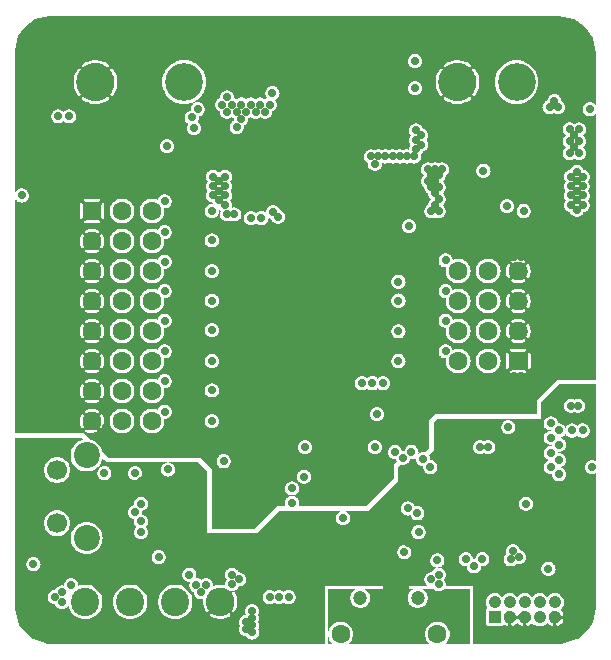
<source format=gbr>
G04 start of page 4 for group 2 idx 2 *
G04 Title: (unknown), gnd *
G04 Creator: pcb 20140316 *
G04 CreationDate: Wed 10 Jul 2019 18:35:36 GMT UTC *
G04 For: kier *
G04 Format: Gerber/RS-274X *
G04 PCB-Dimensions (mil): 2755.91 2913.39 *
G04 PCB-Coordinate-Origin: lower left *
%MOIN*%
%FSLAX25Y25*%
%LNGROUP2*%
%ADD78C,0.0256*%
%ADD77C,0.0315*%
%ADD76C,0.0394*%
%ADD75C,0.0512*%
%ADD74C,0.0118*%
%ADD73C,0.0276*%
%ADD72C,0.0413*%
%ADD71C,0.0472*%
%ADD70C,0.1260*%
%ADD69C,0.0945*%
%ADD68C,0.0630*%
%ADD67C,0.0669*%
%ADD66C,0.0866*%
%ADD65C,0.0001*%
G54D65*G36*
X228343Y248690D02*X231102Y246850D01*
X233858Y242913D01*
X234646Y238189D01*
Y220600D01*
X234594Y220684D01*
X234353Y220967D01*
X234070Y221208D01*
X233753Y221403D01*
X233409Y221545D01*
X233048Y221632D01*
X232677Y221661D01*
X232306Y221632D01*
X231945Y221545D01*
X231601Y221403D01*
X231284Y221208D01*
X231002Y220967D01*
X230760Y220684D01*
X230566Y220367D01*
X230424Y220024D01*
X230337Y219662D01*
X230308Y219291D01*
X230337Y218921D01*
X230424Y218559D01*
X230566Y218216D01*
X230760Y217899D01*
X231002Y217616D01*
X231284Y217374D01*
X231601Y217180D01*
X231945Y217038D01*
X232306Y216951D01*
X232677Y216922D01*
X233048Y216951D01*
X233409Y217038D01*
X233753Y217180D01*
X234070Y217374D01*
X234353Y217616D01*
X234594Y217899D01*
X234646Y217983D01*
Y129134D01*
X228343D01*
Y183458D01*
X228346Y183457D01*
X228717Y183486D01*
X229079Y183573D01*
X229422Y183716D01*
X229739Y183910D01*
X230022Y184151D01*
X230263Y184434D01*
X230458Y184751D01*
X230583Y185053D01*
X230686Y185061D01*
X231047Y185148D01*
X231391Y185290D01*
X231708Y185485D01*
X231990Y185726D01*
X232232Y186009D01*
X232426Y186326D01*
X232568Y186669D01*
X232655Y187031D01*
X232677Y187402D01*
X232655Y187772D01*
X232568Y188134D01*
X232426Y188477D01*
X232232Y188794D01*
X232076Y188976D01*
X232232Y189158D01*
X232426Y189475D01*
X232568Y189819D01*
X232655Y190181D01*
X232677Y190551D01*
X232655Y190922D01*
X232568Y191283D01*
X232426Y191627D01*
X232232Y191944D01*
X232076Y192126D01*
X232232Y192308D01*
X232426Y192625D01*
X232568Y192969D01*
X232655Y193330D01*
X232677Y193701D01*
X232655Y194071D01*
X232568Y194433D01*
X232426Y194777D01*
X232232Y195094D01*
X232076Y195276D01*
X232232Y195458D01*
X232426Y195775D01*
X232568Y196118D01*
X232655Y196480D01*
X232677Y196850D01*
X232655Y197221D01*
X232568Y197583D01*
X232426Y197926D01*
X232232Y198243D01*
X231990Y198526D01*
X231708Y198767D01*
X231391Y198962D01*
X231047Y199104D01*
X230686Y199191D01*
X230583Y199199D01*
X230458Y199501D01*
X230263Y199818D01*
X230022Y200101D01*
X229739Y200342D01*
X229422Y200536D01*
X229079Y200679D01*
X228717Y200766D01*
X228346Y200795D01*
X228343Y200794D01*
Y202495D01*
X228402Y202471D01*
X228763Y202384D01*
X229134Y202355D01*
X229505Y202384D01*
X229866Y202471D01*
X230210Y202613D01*
X230527Y202807D01*
X230809Y203049D01*
X231051Y203332D01*
X231245Y203649D01*
X231387Y203992D01*
X231474Y204354D01*
X231496Y204724D01*
X231474Y205095D01*
X231387Y205457D01*
X231245Y205800D01*
X231051Y206117D01*
X230809Y206400D01*
X230527Y206641D01*
X230442Y206693D01*
X230527Y206744D01*
X230809Y206986D01*
X231051Y207269D01*
X231245Y207586D01*
X231387Y207929D01*
X231474Y208291D01*
X231496Y208661D01*
X231474Y209032D01*
X231387Y209394D01*
X231245Y209737D01*
X231051Y210054D01*
X230809Y210337D01*
X230527Y210578D01*
X230442Y210630D01*
X230527Y210681D01*
X230809Y210923D01*
X231051Y211206D01*
X231245Y211523D01*
X231387Y211866D01*
X231474Y212228D01*
X231496Y212598D01*
X231474Y212969D01*
X231387Y213331D01*
X231245Y213674D01*
X231051Y213991D01*
X230809Y214274D01*
X230527Y214515D01*
X230210Y214710D01*
X229866Y214852D01*
X229505Y214939D01*
X229134Y214968D01*
X228763Y214939D01*
X228402Y214852D01*
X228343Y214828D01*
Y248690D01*
G37*
G36*
X220666Y250394D02*X222047D01*
X227559Y249213D01*
X228343Y248690D01*
Y214828D01*
X228058Y214710D01*
X227741Y214515D01*
X227559Y214360D01*
X227377Y214515D01*
X227060Y214710D01*
X226716Y214852D01*
X226355Y214939D01*
X225984Y214968D01*
X225614Y214939D01*
X225252Y214852D01*
X224909Y214710D01*
X224592Y214515D01*
X224309Y214274D01*
X224067Y213991D01*
X223873Y213674D01*
X223731Y213331D01*
X223644Y212969D01*
X223615Y212598D01*
X223644Y212228D01*
X223731Y211866D01*
X223873Y211523D01*
X224067Y211206D01*
X224309Y210923D01*
X224592Y210681D01*
X224676Y210630D01*
X224592Y210578D01*
X224309Y210337D01*
X224067Y210054D01*
X223873Y209737D01*
X223731Y209394D01*
X223644Y209032D01*
X223615Y208661D01*
X223644Y208291D01*
X223731Y207929D01*
X223873Y207586D01*
X224067Y207269D01*
X224309Y206986D01*
X224592Y206744D01*
X224676Y206693D01*
X224592Y206641D01*
X224309Y206400D01*
X224067Y206117D01*
X223873Y205800D01*
X223731Y205457D01*
X223644Y205095D01*
X223615Y204724D01*
X223644Y204354D01*
X223731Y203992D01*
X223873Y203649D01*
X224067Y203332D01*
X224309Y203049D01*
X224592Y202807D01*
X224909Y202613D01*
X225252Y202471D01*
X225614Y202384D01*
X225984Y202355D01*
X226355Y202384D01*
X226716Y202471D01*
X227060Y202613D01*
X227377Y202807D01*
X227559Y202963D01*
X227741Y202807D01*
X228058Y202613D01*
X228343Y202495D01*
Y200794D01*
X227976Y200766D01*
X227614Y200679D01*
X227271Y200536D01*
X226954Y200342D01*
X226671Y200101D01*
X226430Y199818D01*
X226235Y199501D01*
X226110Y199199D01*
X226007Y199191D01*
X225646Y199104D01*
X225302Y198962D01*
X224985Y198767D01*
X224702Y198526D01*
X224461Y198243D01*
X224267Y197926D01*
X224124Y197583D01*
X224038Y197221D01*
X224008Y196850D01*
X224038Y196480D01*
X224124Y196118D01*
X224267Y195775D01*
X224461Y195458D01*
X224616Y195276D01*
X224461Y195094D01*
X224267Y194777D01*
X224124Y194433D01*
X224038Y194071D01*
X224008Y193701D01*
X224038Y193330D01*
X224124Y192969D01*
X224267Y192625D01*
X224461Y192308D01*
X224616Y192126D01*
X224461Y191944D01*
X224267Y191627D01*
X224124Y191283D01*
X224038Y190922D01*
X224008Y190551D01*
X224038Y190181D01*
X224124Y189819D01*
X224267Y189475D01*
X224461Y189158D01*
X224616Y188976D01*
X224461Y188794D01*
X224267Y188477D01*
X224124Y188134D01*
X224038Y187772D01*
X224008Y187402D01*
X224038Y187031D01*
X224124Y186669D01*
X224267Y186326D01*
X224461Y186009D01*
X224702Y185726D01*
X224985Y185485D01*
X225302Y185290D01*
X225646Y185148D01*
X226007Y185061D01*
X226110Y185053D01*
X226235Y184751D01*
X226430Y184434D01*
X226671Y184151D01*
X226954Y183910D01*
X227271Y183716D01*
X227614Y183573D01*
X227976Y183486D01*
X228343Y183458D01*
Y129134D01*
X221654D01*
X220666Y128146D01*
Y218150D01*
X220669Y218153D01*
X220972Y217968D01*
X221315Y217825D01*
X221677Y217738D01*
X222047Y217709D01*
X222418Y217738D01*
X222779Y217825D01*
X223123Y217968D01*
X223440Y218162D01*
X223723Y218403D01*
X223964Y218686D01*
X224158Y219003D01*
X224301Y219347D01*
X224388Y219708D01*
X224409Y220079D01*
X224388Y220449D01*
X224301Y220811D01*
X224158Y221154D01*
X223964Y221471D01*
X223723Y221754D01*
X223440Y221996D01*
X223224Y222128D01*
X223206Y222418D01*
X223120Y222779D01*
X222977Y223123D01*
X222783Y223440D01*
X222542Y223723D01*
X222259Y223964D01*
X221942Y224158D01*
X221598Y224301D01*
X221237Y224388D01*
X220866Y224417D01*
X220666Y224401D01*
Y250394D01*
G37*
G36*
X212461D02*X220666D01*
Y224401D01*
X220495Y224388D01*
X220134Y224301D01*
X219790Y224158D01*
X219473Y223964D01*
X219191Y223723D01*
X218949Y223440D01*
X218755Y223123D01*
X218613Y222779D01*
X218526Y222418D01*
X218518Y222315D01*
X218216Y222190D01*
X217899Y221996D01*
X217616Y221754D01*
X217374Y221471D01*
X217180Y221154D01*
X217038Y220811D01*
X216951Y220449D01*
X216922Y220079D01*
X216951Y219708D01*
X217038Y219347D01*
X217180Y219003D01*
X217374Y218686D01*
X217616Y218403D01*
X217899Y218162D01*
X218216Y217968D01*
X218559Y217825D01*
X218921Y217738D01*
X219291Y217709D01*
X219662Y217738D01*
X220024Y217825D01*
X220367Y217968D01*
X220666Y218150D01*
Y128146D01*
X214961Y122441D01*
Y117717D01*
X212461D01*
Y132695D01*
X212538Y132701D01*
X212613Y132719D01*
X212685Y132749D01*
X212751Y132790D01*
X212810Y132840D01*
X212860Y132899D01*
X212900Y132965D01*
X212930Y133036D01*
X212948Y133112D01*
X212953Y133189D01*
Y137520D01*
X212948Y137597D01*
X212930Y137672D01*
X212900Y137744D01*
X212860Y137810D01*
X212810Y137869D01*
X212751Y137919D01*
X212685Y137960D01*
X212613Y137989D01*
X212538Y138007D01*
X212461Y138013D01*
Y143403D01*
X212595Y143661D01*
X212737Y144022D01*
X212844Y144394D01*
X212917Y144775D01*
X212953Y145161D01*
Y145548D01*
X212917Y145934D01*
X212844Y146315D01*
X212737Y146687D01*
X212595Y147047D01*
X212461Y147313D01*
Y153403D01*
X212595Y153661D01*
X212737Y154022D01*
X212844Y154394D01*
X212917Y154775D01*
X212953Y155161D01*
Y155548D01*
X212917Y155934D01*
X212844Y156315D01*
X212737Y156687D01*
X212595Y157047D01*
X212461Y157313D01*
Y163403D01*
X212595Y163661D01*
X212737Y164022D01*
X212844Y164394D01*
X212917Y164775D01*
X212953Y165161D01*
Y165548D01*
X212917Y165934D01*
X212844Y166315D01*
X212737Y166687D01*
X212595Y167047D01*
X212461Y167313D01*
Y183939D01*
X212547Y184040D01*
X212741Y184357D01*
X212883Y184701D01*
X212970Y185062D01*
X212992Y185433D01*
X212970Y185804D01*
X212883Y186165D01*
X212741Y186509D01*
X212547Y186826D01*
X212461Y186927D01*
Y222374D01*
X212562Y222436D01*
X213434Y223180D01*
X214178Y224052D01*
X214777Y225030D01*
X215216Y226089D01*
X215484Y227204D01*
X215551Y228346D01*
X215484Y229489D01*
X215216Y230604D01*
X214777Y231663D01*
X214178Y232641D01*
X213434Y233513D01*
X212562Y234257D01*
X212461Y234319D01*
Y250394D01*
G37*
G36*
Y186927D02*X212305Y187109D01*
X212023Y187350D01*
X211706Y187544D01*
X211362Y187687D01*
X211001Y187773D01*
X210630Y187803D01*
X210626Y187802D01*
Y221440D01*
X211585Y221837D01*
X212461Y222374D01*
Y186927D01*
G37*
G36*
Y117717D02*X210626D01*
Y131220D01*
X210984D01*
X211061Y131225D01*
X211137Y131243D01*
X211208Y131273D01*
X211274Y131313D01*
X211333Y131364D01*
X211384Y131422D01*
X211424Y131488D01*
X211454Y131560D01*
X211472Y131635D01*
X211478Y131713D01*
X211472Y131790D01*
X211454Y131865D01*
X211424Y131937D01*
X211384Y132003D01*
X211333Y132062D01*
X211274Y132112D01*
X211208Y132152D01*
X211137Y132182D01*
X211061Y132200D01*
X210984Y132205D01*
X210626D01*
Y138504D01*
X210984D01*
X211061Y138508D01*
X211137Y138527D01*
X211208Y138556D01*
X211274Y138597D01*
X211333Y138647D01*
X211384Y138706D01*
X211424Y138772D01*
X211454Y138844D01*
X211472Y138919D01*
X211478Y138996D01*
X211472Y139073D01*
X211454Y139149D01*
X211424Y139220D01*
X211384Y139286D01*
X211333Y139345D01*
X211274Y139395D01*
X211208Y139436D01*
X211137Y139466D01*
X211061Y139484D01*
X210984Y139488D01*
X210626D01*
Y141636D01*
X210858Y141753D01*
X210923Y141796D01*
X210980Y141849D01*
X211028Y141911D01*
X211065Y141979D01*
X211092Y142052D01*
X211107Y142129D01*
X211110Y142207D01*
X211100Y142284D01*
X211079Y142359D01*
X211046Y142430D01*
X211002Y142495D01*
X210949Y142552D01*
X210887Y142600D01*
X210819Y142638D01*
X210746Y142664D01*
X210669Y142679D01*
X210626Y142681D01*
Y148032D01*
X210669Y148033D01*
X210745Y148048D01*
X210818Y148074D01*
X210885Y148112D01*
X210946Y148159D01*
X210999Y148216D01*
X211043Y148280D01*
X211075Y148350D01*
X211097Y148425D01*
X211106Y148502D01*
X211103Y148579D01*
X211089Y148655D01*
X211062Y148728D01*
X211025Y148796D01*
X210977Y148857D01*
X210920Y148910D01*
X210855Y148952D01*
X210626Y149071D01*
Y151636D01*
X210858Y151753D01*
X210923Y151796D01*
X210980Y151849D01*
X211028Y151911D01*
X211065Y151979D01*
X211092Y152052D01*
X211107Y152129D01*
X211110Y152207D01*
X211100Y152284D01*
X211079Y152359D01*
X211046Y152430D01*
X211002Y152495D01*
X210949Y152552D01*
X210887Y152600D01*
X210819Y152638D01*
X210746Y152664D01*
X210669Y152679D01*
X210626Y152681D01*
Y158032D01*
X210669Y158033D01*
X210745Y158048D01*
X210818Y158074D01*
X210885Y158112D01*
X210946Y158159D01*
X210999Y158216D01*
X211043Y158280D01*
X211075Y158350D01*
X211097Y158425D01*
X211106Y158502D01*
X211103Y158579D01*
X211089Y158655D01*
X211062Y158728D01*
X211025Y158796D01*
X210977Y158857D01*
X210920Y158910D01*
X210855Y158952D01*
X210626Y159071D01*
Y161636D01*
X210858Y161753D01*
X210923Y161796D01*
X210980Y161849D01*
X211028Y161911D01*
X211065Y161979D01*
X211092Y162052D01*
X211107Y162129D01*
X211110Y162207D01*
X211100Y162284D01*
X211079Y162359D01*
X211046Y162430D01*
X211002Y162495D01*
X210949Y162552D01*
X210887Y162600D01*
X210819Y162638D01*
X210746Y162664D01*
X210669Y162679D01*
X210626Y162681D01*
Y168032D01*
X210669Y168033D01*
X210745Y168048D01*
X210818Y168074D01*
X210885Y168112D01*
X210946Y168159D01*
X210999Y168216D01*
X211043Y168280D01*
X211075Y168350D01*
X211097Y168425D01*
X211106Y168502D01*
X211103Y168579D01*
X211089Y168655D01*
X211062Y168728D01*
X211025Y168796D01*
X210977Y168857D01*
X210920Y168910D01*
X210855Y168952D01*
X210626Y169071D01*
Y183064D01*
X210630Y183064D01*
X211001Y183093D01*
X211362Y183180D01*
X211706Y183322D01*
X212023Y183516D01*
X212305Y183758D01*
X212461Y183939D01*
Y167313D01*
X212420Y167393D01*
X212377Y167458D01*
X212324Y167515D01*
X212262Y167563D01*
X212194Y167601D01*
X212121Y167627D01*
X212044Y167642D01*
X211966Y167645D01*
X211889Y167636D01*
X211814Y167614D01*
X211743Y167581D01*
X211678Y167537D01*
X211621Y167484D01*
X211573Y167423D01*
X211536Y167354D01*
X211509Y167281D01*
X211494Y167205D01*
X211491Y167127D01*
X211501Y167049D01*
X211522Y166974D01*
X211557Y166904D01*
X211693Y166643D01*
X211801Y166368D01*
X211883Y166085D01*
X211937Y165795D01*
X211965Y165502D01*
Y165207D01*
X211937Y164913D01*
X211883Y164624D01*
X211801Y164340D01*
X211693Y164066D01*
X211560Y163803D01*
X211526Y163733D01*
X211504Y163659D01*
X211495Y163582D01*
X211498Y163504D01*
X211512Y163428D01*
X211539Y163356D01*
X211576Y163288D01*
X211624Y163227D01*
X211681Y163174D01*
X211745Y163131D01*
X211815Y163098D01*
X211890Y163077D01*
X211966Y163067D01*
X212044Y163070D01*
X212120Y163085D01*
X212193Y163111D01*
X212260Y163149D01*
X212321Y163196D01*
X212374Y163253D01*
X212416Y163318D01*
X212461Y163403D01*
Y157313D01*
X212420Y157393D01*
X212377Y157458D01*
X212324Y157515D01*
X212262Y157563D01*
X212194Y157601D01*
X212121Y157627D01*
X212044Y157642D01*
X211966Y157645D01*
X211889Y157636D01*
X211814Y157614D01*
X211743Y157581D01*
X211678Y157537D01*
X211621Y157484D01*
X211573Y157423D01*
X211536Y157354D01*
X211509Y157281D01*
X211494Y157205D01*
X211491Y157127D01*
X211501Y157049D01*
X211522Y156974D01*
X211557Y156904D01*
X211693Y156643D01*
X211801Y156368D01*
X211883Y156085D01*
X211937Y155795D01*
X211965Y155502D01*
Y155207D01*
X211937Y154913D01*
X211883Y154624D01*
X211801Y154340D01*
X211693Y154066D01*
X211560Y153803D01*
X211526Y153733D01*
X211504Y153659D01*
X211495Y153582D01*
X211498Y153504D01*
X211512Y153428D01*
X211539Y153356D01*
X211576Y153288D01*
X211624Y153227D01*
X211681Y153174D01*
X211745Y153131D01*
X211815Y153098D01*
X211890Y153077D01*
X211966Y153067D01*
X212044Y153070D01*
X212120Y153085D01*
X212193Y153111D01*
X212260Y153149D01*
X212321Y153196D01*
X212374Y153253D01*
X212416Y153318D01*
X212461Y153403D01*
Y147313D01*
X212420Y147393D01*
X212377Y147458D01*
X212324Y147515D01*
X212262Y147563D01*
X212194Y147601D01*
X212121Y147627D01*
X212044Y147642D01*
X211966Y147645D01*
X211889Y147636D01*
X211814Y147614D01*
X211743Y147581D01*
X211678Y147537D01*
X211621Y147484D01*
X211573Y147423D01*
X211536Y147354D01*
X211509Y147281D01*
X211494Y147205D01*
X211491Y147127D01*
X211501Y147049D01*
X211522Y146974D01*
X211557Y146904D01*
X211693Y146643D01*
X211801Y146368D01*
X211883Y146085D01*
X211937Y145795D01*
X211965Y145502D01*
Y145207D01*
X211937Y144913D01*
X211883Y144624D01*
X211801Y144340D01*
X211693Y144066D01*
X211560Y143803D01*
X211526Y143733D01*
X211504Y143659D01*
X211495Y143582D01*
X211498Y143504D01*
X211512Y143428D01*
X211539Y143356D01*
X211576Y143288D01*
X211624Y143227D01*
X211681Y143174D01*
X211745Y143131D01*
X211815Y143098D01*
X211890Y143077D01*
X211966Y143067D01*
X212044Y143070D01*
X212120Y143085D01*
X212193Y143111D01*
X212260Y143149D01*
X212321Y143196D01*
X212374Y143253D01*
X212416Y143318D01*
X212461Y143403D01*
Y138013D01*
X212383Y138007D01*
X212308Y137989D01*
X212237Y137960D01*
X212170Y137919D01*
X212112Y137869D01*
X212061Y137810D01*
X212021Y137744D01*
X211991Y137672D01*
X211973Y137597D01*
X211968Y137520D01*
Y133189D01*
X211973Y133112D01*
X211991Y133036D01*
X212021Y132965D01*
X212061Y132899D01*
X212112Y132840D01*
X212170Y132790D01*
X212237Y132749D01*
X212308Y132719D01*
X212383Y132701D01*
X212461Y132695D01*
Y117717D01*
G37*
G36*
X210626Y250394D02*X212461D01*
Y234319D01*
X211585Y234856D01*
X210626Y235253D01*
Y250394D01*
G37*
G36*
X205114Y221769D02*X206010Y221398D01*
X207125Y221130D01*
X208268Y221041D01*
X209411Y221130D01*
X210525Y221398D01*
X210626Y221440D01*
Y187802D01*
X210259Y187773D01*
X209898Y187687D01*
X209554Y187544D01*
X209237Y187350D01*
X208954Y187109D01*
X208713Y186826D01*
X208519Y186509D01*
X208376Y186165D01*
X208290Y185804D01*
X208260Y185433D01*
X208290Y185062D01*
X208376Y184701D01*
X208519Y184357D01*
X208713Y184040D01*
X208954Y183758D01*
X209237Y183516D01*
X209554Y183322D01*
X209898Y183180D01*
X210259Y183093D01*
X210626Y183064D01*
Y169071D01*
X210512Y169131D01*
X210151Y169272D01*
X209779Y169380D01*
X209398Y169452D01*
X209013Y169488D01*
X208625D01*
X208239Y169452D01*
X207859Y169380D01*
X207486Y169272D01*
X207126Y169131D01*
X206780Y168956D01*
X206715Y168912D01*
X206658Y168859D01*
X206610Y168798D01*
X206572Y168730D01*
X206546Y168656D01*
X206531Y168580D01*
X206528Y168502D01*
X206538Y168424D01*
X206559Y168349D01*
X206592Y168279D01*
X206636Y168214D01*
X206689Y168157D01*
X206751Y168109D01*
X206819Y168071D01*
X206892Y168044D01*
X206969Y168030D01*
X207047Y168027D01*
X207124Y168036D01*
X207199Y168058D01*
X207269Y168092D01*
X207530Y168228D01*
X207805Y168336D01*
X208088Y168418D01*
X208378Y168473D01*
X208671Y168500D01*
X208966D01*
X209260Y168473D01*
X209550Y168418D01*
X209833Y168336D01*
X210107Y168228D01*
X210371Y168095D01*
X210440Y168061D01*
X210514Y168040D01*
X210591Y168030D01*
X210626Y168032D01*
Y162681D01*
X210591Y162682D01*
X210514Y162672D01*
X210439Y162651D01*
X210369Y162616D01*
X210107Y162480D01*
X209833Y162372D01*
X209550Y162291D01*
X209260Y162236D01*
X208966Y162208D01*
X208671D01*
X208378Y162236D01*
X208088Y162291D01*
X207805Y162372D01*
X207530Y162480D01*
X207267Y162613D01*
X207198Y162648D01*
X207123Y162669D01*
X207046Y162678D01*
X206969Y162676D01*
X206893Y162661D01*
X206820Y162634D01*
X206752Y162597D01*
X206691Y162549D01*
X206639Y162493D01*
X206595Y162428D01*
X206562Y162358D01*
X206541Y162284D01*
X206532Y162207D01*
X206534Y162129D01*
X206549Y162053D01*
X206576Y161981D01*
X206613Y161913D01*
X206661Y161852D01*
X206717Y161799D01*
X206782Y161757D01*
X207126Y161578D01*
X207486Y161436D01*
X207859Y161329D01*
X208239Y161257D01*
X208625Y161220D01*
X209013D01*
X209398Y161257D01*
X209779Y161329D01*
X210151Y161436D01*
X210512Y161578D01*
X210626Y161636D01*
Y159071D01*
X210512Y159131D01*
X210151Y159272D01*
X209779Y159380D01*
X209398Y159452D01*
X209013Y159488D01*
X208625D01*
X208239Y159452D01*
X207859Y159380D01*
X207486Y159272D01*
X207126Y159131D01*
X206780Y158956D01*
X206715Y158912D01*
X206658Y158859D01*
X206610Y158798D01*
X206572Y158730D01*
X206546Y158656D01*
X206531Y158580D01*
X206528Y158502D01*
X206538Y158424D01*
X206559Y158349D01*
X206592Y158279D01*
X206636Y158214D01*
X206689Y158157D01*
X206751Y158109D01*
X206819Y158071D01*
X206892Y158044D01*
X206969Y158030D01*
X207047Y158027D01*
X207124Y158036D01*
X207199Y158058D01*
X207269Y158092D01*
X207530Y158228D01*
X207805Y158336D01*
X208088Y158418D01*
X208378Y158473D01*
X208671Y158500D01*
X208966D01*
X209260Y158473D01*
X209550Y158418D01*
X209833Y158336D01*
X210107Y158228D01*
X210371Y158095D01*
X210440Y158061D01*
X210514Y158040D01*
X210591Y158030D01*
X210626Y158032D01*
Y152681D01*
X210591Y152682D01*
X210514Y152672D01*
X210439Y152651D01*
X210369Y152616D01*
X210107Y152480D01*
X209833Y152372D01*
X209550Y152291D01*
X209260Y152236D01*
X208966Y152208D01*
X208671D01*
X208378Y152236D01*
X208088Y152291D01*
X207805Y152372D01*
X207530Y152480D01*
X207267Y152613D01*
X207198Y152648D01*
X207123Y152669D01*
X207046Y152678D01*
X206969Y152676D01*
X206893Y152661D01*
X206820Y152634D01*
X206752Y152597D01*
X206691Y152549D01*
X206639Y152493D01*
X206595Y152428D01*
X206562Y152358D01*
X206541Y152284D01*
X206532Y152207D01*
X206534Y152129D01*
X206549Y152053D01*
X206576Y151981D01*
X206613Y151913D01*
X206661Y151852D01*
X206717Y151799D01*
X206782Y151757D01*
X207126Y151578D01*
X207486Y151436D01*
X207859Y151329D01*
X208239Y151257D01*
X208625Y151220D01*
X209013D01*
X209398Y151257D01*
X209779Y151329D01*
X210151Y151436D01*
X210512Y151578D01*
X210626Y151636D01*
Y149071D01*
X210512Y149131D01*
X210151Y149272D01*
X209779Y149380D01*
X209398Y149452D01*
X209013Y149488D01*
X208625D01*
X208239Y149452D01*
X207859Y149380D01*
X207486Y149272D01*
X207126Y149131D01*
X206780Y148956D01*
X206715Y148912D01*
X206658Y148859D01*
X206610Y148798D01*
X206572Y148730D01*
X206546Y148656D01*
X206531Y148580D01*
X206528Y148502D01*
X206538Y148424D01*
X206559Y148349D01*
X206592Y148279D01*
X206636Y148214D01*
X206689Y148157D01*
X206751Y148109D01*
X206819Y148071D01*
X206892Y148044D01*
X206969Y148030D01*
X207047Y148027D01*
X207124Y148036D01*
X207199Y148058D01*
X207269Y148092D01*
X207530Y148228D01*
X207805Y148336D01*
X208088Y148418D01*
X208378Y148473D01*
X208671Y148500D01*
X208966D01*
X209260Y148473D01*
X209550Y148418D01*
X209833Y148336D01*
X210107Y148228D01*
X210371Y148095D01*
X210440Y148061D01*
X210514Y148040D01*
X210591Y148030D01*
X210626Y148032D01*
Y142681D01*
X210591Y142682D01*
X210514Y142672D01*
X210439Y142651D01*
X210369Y142616D01*
X210107Y142480D01*
X209833Y142372D01*
X209550Y142291D01*
X209260Y142236D01*
X208966Y142208D01*
X208671D01*
X208378Y142236D01*
X208088Y142291D01*
X207805Y142372D01*
X207530Y142480D01*
X207267Y142613D01*
X207198Y142648D01*
X207123Y142669D01*
X207046Y142678D01*
X206969Y142676D01*
X206893Y142661D01*
X206820Y142634D01*
X206752Y142597D01*
X206691Y142549D01*
X206639Y142493D01*
X206595Y142428D01*
X206562Y142358D01*
X206541Y142284D01*
X206532Y142207D01*
X206534Y142129D01*
X206549Y142053D01*
X206576Y141981D01*
X206613Y141913D01*
X206661Y141852D01*
X206717Y141799D01*
X206782Y141757D01*
X207126Y141578D01*
X207486Y141436D01*
X207859Y141329D01*
X208239Y141257D01*
X208625Y141220D01*
X209013D01*
X209398Y141257D01*
X209779Y141329D01*
X210151Y141436D01*
X210512Y141578D01*
X210626Y141636D01*
Y139488D01*
X206654D01*
X206576Y139484D01*
X206501Y139466D01*
X206429Y139436D01*
X206363Y139395D01*
X206304Y139345D01*
X206254Y139286D01*
X206214Y139220D01*
X206184Y139149D01*
X206166Y139073D01*
X206160Y138996D01*
X206166Y138919D01*
X206184Y138844D01*
X206214Y138772D01*
X206254Y138706D01*
X206304Y138647D01*
X206363Y138597D01*
X206429Y138556D01*
X206501Y138527D01*
X206576Y138508D01*
X206654Y138504D01*
X210626D01*
Y132205D01*
X206654D01*
X206576Y132200D01*
X206501Y132182D01*
X206429Y132152D01*
X206363Y132112D01*
X206304Y132062D01*
X206254Y132003D01*
X206214Y131937D01*
X206184Y131865D01*
X206166Y131790D01*
X206160Y131713D01*
X206166Y131635D01*
X206184Y131560D01*
X206214Y131488D01*
X206254Y131422D01*
X206304Y131364D01*
X206363Y131313D01*
X206429Y131273D01*
X206501Y131243D01*
X206576Y131225D01*
X206654Y131220D01*
X210626D01*
Y117717D01*
X205114D01*
Y132700D01*
X205177Y132695D01*
X205254Y132701D01*
X205330Y132719D01*
X205401Y132749D01*
X205467Y132790D01*
X205526Y132840D01*
X205577Y132899D01*
X205617Y132965D01*
X205647Y133036D01*
X205665Y133112D01*
X205669Y133189D01*
Y137520D01*
X205665Y137597D01*
X205647Y137672D01*
X205617Y137744D01*
X205577Y137810D01*
X205526Y137869D01*
X205467Y137919D01*
X205401Y137960D01*
X205330Y137989D01*
X205254Y138007D01*
X205177Y138013D01*
X205114Y138008D01*
Y143519D01*
X205218Y143316D01*
X205261Y143251D01*
X205314Y143194D01*
X205375Y143146D01*
X205444Y143108D01*
X205517Y143081D01*
X205594Y143066D01*
X205672Y143064D01*
X205749Y143073D01*
X205824Y143095D01*
X205895Y143128D01*
X205959Y143171D01*
X206016Y143224D01*
X206064Y143286D01*
X206102Y143354D01*
X206129Y143428D01*
X206144Y143504D01*
X206146Y143582D01*
X206137Y143659D01*
X206115Y143734D01*
X206081Y143804D01*
X205945Y144066D01*
X205837Y144340D01*
X205755Y144624D01*
X205700Y144913D01*
X205673Y145207D01*
Y145502D01*
X205700Y145795D01*
X205755Y146085D01*
X205837Y146368D01*
X205945Y146643D01*
X206078Y146906D01*
X206112Y146975D01*
X206133Y147050D01*
X206143Y147127D01*
X206140Y147204D01*
X206125Y147280D01*
X206099Y147353D01*
X206061Y147421D01*
X206014Y147482D01*
X205957Y147535D01*
X205893Y147578D01*
X205823Y147611D01*
X205748Y147632D01*
X205671Y147642D01*
X205594Y147639D01*
X205518Y147624D01*
X205445Y147598D01*
X205377Y147560D01*
X205316Y147512D01*
X205264Y147456D01*
X205221Y147391D01*
X205114Y147185D01*
Y153519D01*
X205218Y153316D01*
X205261Y153251D01*
X205314Y153194D01*
X205375Y153146D01*
X205444Y153108D01*
X205517Y153081D01*
X205594Y153066D01*
X205672Y153064D01*
X205749Y153073D01*
X205824Y153095D01*
X205895Y153128D01*
X205959Y153171D01*
X206016Y153224D01*
X206064Y153286D01*
X206102Y153354D01*
X206129Y153428D01*
X206144Y153504D01*
X206146Y153582D01*
X206137Y153659D01*
X206115Y153734D01*
X206081Y153804D01*
X205945Y154066D01*
X205837Y154340D01*
X205755Y154624D01*
X205700Y154913D01*
X205673Y155207D01*
Y155502D01*
X205700Y155795D01*
X205755Y156085D01*
X205837Y156368D01*
X205945Y156643D01*
X206078Y156906D01*
X206112Y156975D01*
X206133Y157050D01*
X206143Y157127D01*
X206140Y157204D01*
X206125Y157280D01*
X206099Y157353D01*
X206061Y157421D01*
X206014Y157482D01*
X205957Y157535D01*
X205893Y157578D01*
X205823Y157611D01*
X205748Y157632D01*
X205671Y157642D01*
X205594Y157639D01*
X205518Y157624D01*
X205445Y157598D01*
X205377Y157560D01*
X205316Y157512D01*
X205264Y157456D01*
X205221Y157391D01*
X205114Y157185D01*
Y163519D01*
X205218Y163316D01*
X205261Y163251D01*
X205314Y163194D01*
X205375Y163146D01*
X205444Y163108D01*
X205517Y163081D01*
X205594Y163066D01*
X205672Y163064D01*
X205749Y163073D01*
X205824Y163095D01*
X205895Y163128D01*
X205959Y163171D01*
X206016Y163224D01*
X206064Y163286D01*
X206102Y163354D01*
X206129Y163428D01*
X206144Y163504D01*
X206146Y163582D01*
X206137Y163659D01*
X206115Y163734D01*
X206081Y163804D01*
X205945Y164066D01*
X205837Y164340D01*
X205755Y164624D01*
X205700Y164913D01*
X205673Y165207D01*
Y165502D01*
X205700Y165795D01*
X205755Y166085D01*
X205837Y166368D01*
X205945Y166643D01*
X206078Y166906D01*
X206112Y166975D01*
X206133Y167050D01*
X206143Y167127D01*
X206140Y167204D01*
X206125Y167280D01*
X206099Y167353D01*
X206061Y167421D01*
X206014Y167482D01*
X205957Y167535D01*
X205893Y167578D01*
X205823Y167611D01*
X205748Y167632D01*
X205671Y167642D01*
X205594Y167639D01*
X205518Y167624D01*
X205445Y167598D01*
X205377Y167560D01*
X205316Y167512D01*
X205264Y167456D01*
X205221Y167391D01*
X205114Y167185D01*
Y184639D01*
X205118Y184638D01*
X205489Y184668D01*
X205850Y184754D01*
X206194Y184897D01*
X206511Y185091D01*
X206794Y185332D01*
X207035Y185615D01*
X207229Y185932D01*
X207372Y186276D01*
X207458Y186637D01*
X207480Y187008D01*
X207458Y187379D01*
X207372Y187740D01*
X207229Y188084D01*
X207035Y188401D01*
X206794Y188683D01*
X206511Y188925D01*
X206194Y189119D01*
X205850Y189261D01*
X205489Y189348D01*
X205118Y189377D01*
X205114Y189377D01*
Y221769D01*
G37*
G36*
Y250394D02*X210626D01*
Y235253D01*
X210525Y235295D01*
X209411Y235562D01*
X208268Y235652D01*
X207125Y235562D01*
X206010Y235295D01*
X205114Y234924D01*
Y250394D01*
G37*
G36*
X198813D02*X205114D01*
Y234924D01*
X204951Y234856D01*
X203973Y234257D01*
X203102Y233513D01*
X202357Y232641D01*
X201758Y231663D01*
X201319Y230604D01*
X201052Y229489D01*
X200962Y228346D01*
X201052Y227204D01*
X201319Y226089D01*
X201758Y225030D01*
X202357Y224052D01*
X203102Y223180D01*
X203973Y222436D01*
X204951Y221837D01*
X205114Y221769D01*
Y189377D01*
X204747Y189348D01*
X204386Y189261D01*
X204042Y189119D01*
X203725Y188925D01*
X203443Y188683D01*
X203201Y188401D01*
X203007Y188084D01*
X202865Y187740D01*
X202778Y187379D01*
X202749Y187008D01*
X202778Y186637D01*
X202865Y186276D01*
X203007Y185932D01*
X203201Y185615D01*
X203443Y185332D01*
X203725Y185091D01*
X204042Y184897D01*
X204386Y184754D01*
X204747Y184668D01*
X205114Y184639D01*
Y167185D01*
X205043Y167047D01*
X204901Y166687D01*
X204793Y166315D01*
X204721Y165934D01*
X204685Y165548D01*
Y165161D01*
X204721Y164775D01*
X204793Y164394D01*
X204901Y164022D01*
X205043Y163661D01*
X205114Y163519D01*
Y157185D01*
X205043Y157047D01*
X204901Y156687D01*
X204793Y156315D01*
X204721Y155934D01*
X204685Y155548D01*
Y155161D01*
X204721Y154775D01*
X204793Y154394D01*
X204901Y154022D01*
X205043Y153661D01*
X205114Y153519D01*
Y147185D01*
X205043Y147047D01*
X204901Y146687D01*
X204793Y146315D01*
X204721Y145934D01*
X204685Y145548D01*
Y145161D01*
X204721Y144775D01*
X204793Y144394D01*
X204901Y144022D01*
X205043Y143661D01*
X205114Y143519D01*
Y138008D01*
X205100Y138007D01*
X205025Y137989D01*
X204953Y137960D01*
X204887Y137919D01*
X204828Y137869D01*
X204778Y137810D01*
X204737Y137744D01*
X204708Y137672D01*
X204690Y137597D01*
X204685Y137520D01*
Y133189D01*
X204690Y133112D01*
X204708Y133036D01*
X204737Y132965D01*
X204778Y132899D01*
X204828Y132840D01*
X204887Y132790D01*
X204953Y132749D01*
X205025Y132719D01*
X205100Y132701D01*
X205114Y132700D01*
Y117717D01*
X198813D01*
Y131208D01*
X198819Y131208D01*
X199468Y131259D01*
X200100Y131411D01*
X200701Y131660D01*
X201256Y132000D01*
X201751Y132422D01*
X202174Y132917D01*
X202514Y133472D01*
X202763Y134073D01*
X202914Y134706D01*
X202953Y135354D01*
X202914Y136003D01*
X202763Y136636D01*
X202514Y137237D01*
X202174Y137792D01*
X201751Y138286D01*
X201256Y138709D01*
X200701Y139049D01*
X200100Y139298D01*
X199468Y139450D01*
X198819Y139501D01*
X198813Y139500D01*
Y141208D01*
X198819Y141208D01*
X199468Y141259D01*
X200100Y141411D01*
X200701Y141660D01*
X201256Y142000D01*
X201751Y142422D01*
X202174Y142917D01*
X202514Y143472D01*
X202763Y144073D01*
X202914Y144706D01*
X202953Y145354D01*
X202914Y146003D01*
X202763Y146636D01*
X202514Y147237D01*
X202174Y147792D01*
X201751Y148286D01*
X201256Y148709D01*
X200701Y149049D01*
X200100Y149298D01*
X199468Y149450D01*
X198819Y149501D01*
X198813Y149500D01*
Y151208D01*
X198819Y151208D01*
X199468Y151259D01*
X200100Y151411D01*
X200701Y151660D01*
X201256Y152000D01*
X201751Y152422D01*
X202174Y152917D01*
X202514Y153472D01*
X202763Y154073D01*
X202914Y154706D01*
X202953Y155354D01*
X202914Y156003D01*
X202763Y156636D01*
X202514Y157237D01*
X202174Y157792D01*
X201751Y158286D01*
X201256Y158709D01*
X200701Y159049D01*
X200100Y159298D01*
X199468Y159450D01*
X198819Y159501D01*
X198813Y159500D01*
Y161208D01*
X198819Y161208D01*
X199468Y161259D01*
X200100Y161411D01*
X200701Y161660D01*
X201256Y162000D01*
X201751Y162422D01*
X202174Y162917D01*
X202514Y163472D01*
X202763Y164073D01*
X202914Y164706D01*
X202953Y165354D01*
X202914Y166003D01*
X202763Y166636D01*
X202514Y167237D01*
X202174Y167792D01*
X201751Y168286D01*
X201256Y168709D01*
X200701Y169049D01*
X200100Y169298D01*
X199468Y169450D01*
X198819Y169501D01*
X198813Y169500D01*
Y197052D01*
X198920Y197143D01*
X199161Y197426D01*
X199355Y197743D01*
X199498Y198087D01*
X199584Y198448D01*
X199606Y198819D01*
X199584Y199190D01*
X199498Y199551D01*
X199355Y199895D01*
X199161Y200212D01*
X198920Y200494D01*
X198813Y200586D01*
Y250394D01*
G37*
G36*
X194701Y229819D02*X194777Y229493D01*
X194856Y228922D01*
X194882Y228346D01*
X194856Y227771D01*
X194777Y227200D01*
X194701Y226874D01*
Y229819D01*
G37*
G36*
Y134992D02*X194723Y134706D01*
X194875Y134073D01*
X195124Y133472D01*
X195464Y132917D01*
X195887Y132422D01*
X196382Y132000D01*
X196936Y131660D01*
X197538Y131411D01*
X198170Y131259D01*
X198813Y131208D01*
Y117717D01*
X194701D01*
Y134992D01*
G37*
G36*
Y144992D02*X194723Y144706D01*
X194875Y144073D01*
X195124Y143472D01*
X195464Y142917D01*
X195887Y142422D01*
X196382Y142000D01*
X196936Y141660D01*
X197538Y141411D01*
X198170Y141259D01*
X198813Y141208D01*
Y139500D01*
X198170Y139450D01*
X197538Y139298D01*
X196936Y139049D01*
X196382Y138709D01*
X195887Y138286D01*
X195464Y137792D01*
X195124Y137237D01*
X194875Y136636D01*
X194723Y136003D01*
X194701Y135717D01*
Y144992D01*
G37*
G36*
Y154992D02*X194723Y154706D01*
X194875Y154073D01*
X195124Y153472D01*
X195464Y152917D01*
X195887Y152422D01*
X196382Y152000D01*
X196936Y151660D01*
X197538Y151411D01*
X198170Y151259D01*
X198813Y151208D01*
Y149500D01*
X198170Y149450D01*
X197538Y149298D01*
X196936Y149049D01*
X196382Y148709D01*
X195887Y148286D01*
X195464Y147792D01*
X195124Y147237D01*
X194875Y146636D01*
X194723Y146003D01*
X194701Y145717D01*
Y154992D01*
G37*
G36*
Y164992D02*X194723Y164706D01*
X194875Y164073D01*
X195124Y163472D01*
X195464Y162917D01*
X195887Y162422D01*
X196382Y162000D01*
X196936Y161660D01*
X197538Y161411D01*
X198170Y161259D01*
X198813Y161208D01*
Y159500D01*
X198170Y159450D01*
X197538Y159298D01*
X196936Y159049D01*
X196382Y158709D01*
X195887Y158286D01*
X195464Y157792D01*
X195124Y157237D01*
X194875Y156636D01*
X194723Y156003D01*
X194701Y155717D01*
Y164992D01*
G37*
G36*
Y250394D02*X198813D01*
Y200586D01*
X198637Y200736D01*
X198320Y200930D01*
X197976Y201072D01*
X197615Y201159D01*
X197244Y201188D01*
X196873Y201159D01*
X196512Y201072D01*
X196168Y200930D01*
X195851Y200736D01*
X195569Y200494D01*
X195327Y200212D01*
X195133Y199895D01*
X194991Y199551D01*
X194904Y199190D01*
X194875Y198819D01*
X194904Y198448D01*
X194991Y198087D01*
X195133Y197743D01*
X195327Y197426D01*
X195569Y197143D01*
X195851Y196902D01*
X196168Y196708D01*
X196512Y196565D01*
X196873Y196479D01*
X197244Y196449D01*
X197615Y196479D01*
X197976Y196565D01*
X198320Y196708D01*
X198637Y196902D01*
X198813Y197052D01*
Y169500D01*
X198170Y169450D01*
X197538Y169298D01*
X196936Y169049D01*
X196382Y168709D01*
X195887Y168286D01*
X195464Y167792D01*
X195124Y167237D01*
X194875Y166636D01*
X194723Y166003D01*
X194701Y165717D01*
Y224395D01*
X194802Y224542D01*
X195124Y225126D01*
X195391Y225737D01*
X195601Y226370D01*
X195752Y227020D01*
X195843Y227680D01*
X195874Y228346D01*
X195843Y229013D01*
X195752Y229673D01*
X195601Y230323D01*
X195391Y230956D01*
X195124Y231567D01*
X194802Y232151D01*
X194701Y232301D01*
Y250394D01*
G37*
G36*
X187614D02*X194701D01*
Y232301D01*
X194429Y232703D01*
X194377Y232763D01*
X194317Y232813D01*
X194250Y232853D01*
X194177Y232882D01*
X194100Y232900D01*
X194022Y232905D01*
X193944Y232898D01*
X193868Y232879D01*
X193796Y232848D01*
X193729Y232806D01*
X193670Y232754D01*
X193620Y232694D01*
X193580Y232626D01*
X193550Y232554D01*
X193533Y232477D01*
X193528Y232399D01*
X193535Y232321D01*
X193554Y232244D01*
X193585Y232172D01*
X193628Y232107D01*
X193956Y231633D01*
X194234Y231129D01*
X194465Y230601D01*
X194646Y230054D01*
X194701Y229819D01*
Y226874D01*
X194646Y226639D01*
X194465Y226092D01*
X194234Y225564D01*
X193956Y225059D01*
X193633Y224582D01*
X193591Y224518D01*
X193560Y224446D01*
X193541Y224371D01*
X193534Y224294D01*
X193540Y224217D01*
X193557Y224141D01*
X193586Y224069D01*
X193625Y224003D01*
X193675Y223943D01*
X193733Y223892D01*
X193799Y223851D01*
X193870Y223821D01*
X193945Y223802D01*
X194022Y223795D01*
X194099Y223800D01*
X194175Y223817D01*
X194247Y223846D01*
X194313Y223885D01*
X194373Y223935D01*
X194423Y223994D01*
X194701Y224395D01*
Y165717D01*
X194672Y165354D01*
X194701Y164992D01*
Y155717D01*
X194672Y155354D01*
X194701Y154992D01*
Y145717D01*
X194672Y145354D01*
X194701Y144992D01*
Y135717D01*
X194672Y135354D01*
X194701Y134992D01*
Y117717D01*
X187614D01*
Y131392D01*
X188170Y131259D01*
X188819Y131208D01*
X189468Y131259D01*
X190100Y131411D01*
X190701Y131660D01*
X191256Y132000D01*
X191751Y132422D01*
X192174Y132917D01*
X192514Y133472D01*
X192763Y134073D01*
X192914Y134706D01*
X192953Y135354D01*
X192914Y136003D01*
X192763Y136636D01*
X192514Y137237D01*
X192174Y137792D01*
X191751Y138286D01*
X191256Y138709D01*
X190701Y139049D01*
X190100Y139298D01*
X189468Y139450D01*
X188819Y139501D01*
X188170Y139450D01*
X187614Y139316D01*
Y141392D01*
X188170Y141259D01*
X188819Y141208D01*
X189468Y141259D01*
X190100Y141411D01*
X190701Y141660D01*
X191256Y142000D01*
X191751Y142422D01*
X192174Y142917D01*
X192514Y143472D01*
X192763Y144073D01*
X192914Y144706D01*
X192953Y145354D01*
X192914Y146003D01*
X192763Y146636D01*
X192514Y147237D01*
X192174Y147792D01*
X191751Y148286D01*
X191256Y148709D01*
X190701Y149049D01*
X190100Y149298D01*
X189468Y149450D01*
X188819Y149501D01*
X188170Y149450D01*
X187614Y149316D01*
Y151392D01*
X188170Y151259D01*
X188819Y151208D01*
X189468Y151259D01*
X190100Y151411D01*
X190701Y151660D01*
X191256Y152000D01*
X191751Y152422D01*
X192174Y152917D01*
X192514Y153472D01*
X192763Y154073D01*
X192914Y154706D01*
X192953Y155354D01*
X192914Y156003D01*
X192763Y156636D01*
X192514Y157237D01*
X192174Y157792D01*
X191751Y158286D01*
X191256Y158709D01*
X190701Y159049D01*
X190100Y159298D01*
X189468Y159450D01*
X188819Y159501D01*
X188170Y159450D01*
X187614Y159316D01*
Y161392D01*
X188170Y161259D01*
X188819Y161208D01*
X189468Y161259D01*
X190100Y161411D01*
X190701Y161660D01*
X191256Y162000D01*
X191751Y162422D01*
X192174Y162917D01*
X192514Y163472D01*
X192763Y164073D01*
X192914Y164706D01*
X192953Y165354D01*
X192914Y166003D01*
X192763Y166636D01*
X192514Y167237D01*
X192174Y167792D01*
X191751Y168286D01*
X191256Y168709D01*
X190701Y169049D01*
X190100Y169298D01*
X189468Y169450D01*
X188819Y169501D01*
X188170Y169450D01*
X187614Y169316D01*
Y221128D01*
X187916Y221086D01*
X188583Y221055D01*
X189249Y221086D01*
X189909Y221177D01*
X190559Y221328D01*
X191192Y221538D01*
X191803Y221805D01*
X192387Y222127D01*
X192940Y222500D01*
X192999Y222552D01*
X193049Y222612D01*
X193089Y222679D01*
X193119Y222752D01*
X193136Y222829D01*
X193141Y222907D01*
X193134Y222985D01*
X193115Y223061D01*
X193084Y223134D01*
X193042Y223200D01*
X192990Y223259D01*
X192930Y223309D01*
X192863Y223350D01*
X192790Y223379D01*
X192713Y223396D01*
X192635Y223401D01*
X192557Y223394D01*
X192481Y223375D01*
X192408Y223344D01*
X192343Y223301D01*
X191870Y222973D01*
X191365Y222695D01*
X190837Y222464D01*
X190290Y222283D01*
X189729Y222152D01*
X189158Y222074D01*
X188583Y222047D01*
X188007Y222074D01*
X187614Y222128D01*
Y234565D01*
X188007Y234619D01*
X188583Y234646D01*
X189158Y234619D01*
X189729Y234540D01*
X190290Y234410D01*
X190837Y234228D01*
X191365Y233998D01*
X191870Y233720D01*
X192347Y233397D01*
X192412Y233355D01*
X192483Y233324D01*
X192558Y233305D01*
X192635Y233298D01*
X192712Y233303D01*
X192788Y233321D01*
X192860Y233349D01*
X192926Y233389D01*
X192986Y233439D01*
X193037Y233497D01*
X193078Y233562D01*
X193109Y233634D01*
X193128Y233709D01*
X193135Y233786D01*
X193129Y233863D01*
X193112Y233939D01*
X193084Y234011D01*
X193044Y234077D01*
X192994Y234137D01*
X192935Y234186D01*
X192387Y234566D01*
X191803Y234888D01*
X191192Y235155D01*
X190559Y235365D01*
X189909Y235516D01*
X189249Y235607D01*
X188583Y235638D01*
X187916Y235607D01*
X187614Y235565D01*
Y250394D01*
G37*
G36*
X182465Y137676D02*X182534Y137507D01*
X182729Y137190D01*
X182970Y136907D01*
X183253Y136666D01*
X183570Y136471D01*
X183913Y136329D01*
X184275Y136242D01*
X184646Y136213D01*
X184776Y136223D01*
X184723Y136003D01*
X184672Y135354D01*
X184723Y134706D01*
X184875Y134073D01*
X185124Y133472D01*
X185464Y132917D01*
X185887Y132422D01*
X186382Y132000D01*
X186936Y131660D01*
X187538Y131411D01*
X187614Y131392D01*
Y117717D01*
X182465D01*
Y137676D01*
G37*
G36*
Y147912D02*X182534Y147743D01*
X182729Y147426D01*
X182970Y147143D01*
X183253Y146902D01*
X183570Y146708D01*
X183913Y146565D01*
X184275Y146479D01*
X184646Y146449D01*
X184834Y146464D01*
X184723Y146003D01*
X184672Y145354D01*
X184723Y144706D01*
X184875Y144073D01*
X185124Y143472D01*
X185464Y142917D01*
X185887Y142422D01*
X186382Y142000D01*
X186936Y141660D01*
X187538Y141411D01*
X187614Y141392D01*
Y139316D01*
X187538Y139298D01*
X186961Y139059D01*
X186899Y139315D01*
X186757Y139658D01*
X186563Y139975D01*
X186321Y140258D01*
X186038Y140500D01*
X185721Y140694D01*
X185378Y140836D01*
X185016Y140923D01*
X184646Y140952D01*
X184275Y140923D01*
X183913Y140836D01*
X183570Y140694D01*
X183253Y140500D01*
X182970Y140258D01*
X182729Y139975D01*
X182534Y139658D01*
X182465Y139490D01*
Y147912D01*
G37*
G36*
Y157754D02*X182534Y157586D01*
X182729Y157269D01*
X182970Y156986D01*
X183253Y156744D01*
X183570Y156550D01*
X183913Y156408D01*
X184275Y156321D01*
X184646Y156292D01*
X184796Y156304D01*
X184723Y156003D01*
X184672Y155354D01*
X184723Y154706D01*
X184875Y154073D01*
X185124Y153472D01*
X185464Y152917D01*
X185887Y152422D01*
X186382Y152000D01*
X186936Y151660D01*
X187538Y151411D01*
X187614Y151392D01*
Y149316D01*
X187538Y149298D01*
X186993Y149072D01*
X186986Y149190D01*
X186899Y149551D01*
X186757Y149895D01*
X186563Y150212D01*
X186321Y150494D01*
X186038Y150736D01*
X185721Y150930D01*
X185378Y151072D01*
X185016Y151159D01*
X184646Y151188D01*
X184275Y151159D01*
X183913Y151072D01*
X183570Y150930D01*
X183253Y150736D01*
X182970Y150494D01*
X182729Y150212D01*
X182534Y149895D01*
X182465Y149726D01*
Y157754D01*
G37*
G36*
Y167991D02*X182534Y167822D01*
X182729Y167505D01*
X182970Y167222D01*
X183253Y166981D01*
X183570Y166786D01*
X183913Y166644D01*
X184275Y166557D01*
X184646Y166528D01*
X184853Y166544D01*
X184723Y166003D01*
X184672Y165354D01*
X184723Y164706D01*
X184875Y164073D01*
X185124Y163472D01*
X185464Y162917D01*
X185887Y162422D01*
X186382Y162000D01*
X186936Y161660D01*
X187538Y161411D01*
X187614Y161392D01*
Y159316D01*
X187538Y159298D01*
X186978Y159066D01*
X186899Y159394D01*
X186757Y159737D01*
X186563Y160054D01*
X186321Y160337D01*
X186038Y160578D01*
X185721Y160773D01*
X185378Y160915D01*
X185016Y161002D01*
X184646Y161031D01*
X184275Y161002D01*
X183913Y160915D01*
X183570Y160773D01*
X183253Y160578D01*
X182970Y160337D01*
X182729Y160054D01*
X182534Y159737D01*
X182465Y159568D01*
Y167991D01*
G37*
G36*
Y250394D02*X187614D01*
Y235565D01*
X187256Y235516D01*
X186606Y235365D01*
X185973Y235155D01*
X185362Y234888D01*
X184778Y234566D01*
X184226Y234193D01*
X184166Y234141D01*
X184116Y234081D01*
X184076Y234014D01*
X184047Y233941D01*
X184029Y233864D01*
X184024Y233786D01*
X184031Y233708D01*
X184050Y233631D01*
X184081Y233559D01*
X184123Y233493D01*
X184175Y233434D01*
X184235Y233384D01*
X184303Y233343D01*
X184376Y233314D01*
X184452Y233297D01*
X184530Y233292D01*
X184609Y233299D01*
X184685Y233318D01*
X184757Y233349D01*
X184822Y233392D01*
X185296Y233720D01*
X185800Y233998D01*
X186328Y234228D01*
X186875Y234410D01*
X187436Y234540D01*
X187614Y234565D01*
Y222128D01*
X187436Y222152D01*
X186875Y222283D01*
X186328Y222464D01*
X185800Y222695D01*
X185296Y222973D01*
X184818Y223296D01*
X184754Y223338D01*
X184683Y223369D01*
X184607Y223388D01*
X184530Y223395D01*
X184453Y223390D01*
X184378Y223372D01*
X184306Y223344D01*
X184239Y223304D01*
X184180Y223254D01*
X184129Y223196D01*
X184087Y223130D01*
X184057Y223059D01*
X184038Y222984D01*
X184031Y222907D01*
X184036Y222830D01*
X184053Y222754D01*
X184082Y222682D01*
X184122Y222616D01*
X184171Y222556D01*
X184230Y222506D01*
X184778Y222127D01*
X185362Y221805D01*
X185973Y221538D01*
X186606Y221328D01*
X187256Y221177D01*
X187614Y221128D01*
Y169316D01*
X187538Y169298D01*
X186997Y169074D01*
X186986Y169268D01*
X186899Y169630D01*
X186757Y169973D01*
X186563Y170290D01*
X186321Y170573D01*
X186038Y170815D01*
X185721Y171009D01*
X185378Y171151D01*
X185016Y171238D01*
X184646Y171267D01*
X184275Y171238D01*
X183913Y171151D01*
X183570Y171009D01*
X183253Y170815D01*
X182970Y170573D01*
X182729Y170290D01*
X182534Y169973D01*
X182465Y169805D01*
Y183078D01*
X182654Y183093D01*
X183016Y183180D01*
X183359Y183322D01*
X183676Y183516D01*
X183959Y183758D01*
X184200Y184040D01*
X184395Y184357D01*
X184537Y184701D01*
X184624Y185062D01*
X184646Y185433D01*
X184624Y185804D01*
X184537Y186165D01*
X184395Y186509D01*
X184200Y186826D01*
X183959Y187109D01*
X183676Y187350D01*
X183592Y187402D01*
X183676Y187453D01*
X183959Y187695D01*
X184200Y187977D01*
X184395Y188294D01*
X184537Y188638D01*
X184624Y188999D01*
X184646Y189370D01*
X184624Y189741D01*
X184537Y190102D01*
X184395Y190446D01*
X184200Y190763D01*
X183959Y191046D01*
X183676Y191287D01*
X183592Y191339D01*
X183676Y191390D01*
X183959Y191632D01*
X184200Y191914D01*
X184395Y192231D01*
X184537Y192575D01*
X184624Y192936D01*
X184646Y193307D01*
X184624Y193678D01*
X184537Y194039D01*
X184395Y194383D01*
X184200Y194700D01*
X183959Y194983D01*
X183676Y195224D01*
X183592Y195276D01*
X183676Y195327D01*
X183959Y195569D01*
X184200Y195851D01*
X184395Y196168D01*
X184537Y196512D01*
X184624Y196873D01*
X184641Y197163D01*
X184857Y197296D01*
X185140Y197537D01*
X185382Y197820D01*
X185576Y198137D01*
X185718Y198480D01*
X185805Y198842D01*
X185827Y199213D01*
X185805Y199583D01*
X185718Y199945D01*
X185576Y200288D01*
X185382Y200605D01*
X185140Y200888D01*
X184857Y201130D01*
X184540Y201324D01*
X184197Y201466D01*
X183835Y201553D01*
X183465Y201582D01*
X183094Y201553D01*
X182732Y201466D01*
X182465Y201355D01*
Y224392D01*
X182737Y223990D01*
X182788Y223930D01*
X182848Y223880D01*
X182916Y223840D01*
X182988Y223811D01*
X183065Y223793D01*
X183143Y223788D01*
X183222Y223795D01*
X183298Y223814D01*
X183370Y223845D01*
X183436Y223887D01*
X183495Y223939D01*
X183546Y223999D01*
X183586Y224066D01*
X183615Y224139D01*
X183632Y224216D01*
X183638Y224294D01*
X183630Y224372D01*
X183611Y224448D01*
X183580Y224521D01*
X183537Y224586D01*
X183209Y225059D01*
X182931Y225564D01*
X182701Y226092D01*
X182519Y226639D01*
X182465Y226874D01*
Y229819D01*
X182519Y230054D01*
X182701Y230601D01*
X182931Y231129D01*
X183209Y231633D01*
X183532Y232111D01*
X183574Y232175D01*
X183605Y232247D01*
X183624Y232322D01*
X183631Y232399D01*
X183626Y232476D01*
X183609Y232552D01*
X183580Y232624D01*
X183540Y232690D01*
X183491Y232750D01*
X183432Y232801D01*
X183367Y232842D01*
X183296Y232872D01*
X183220Y232891D01*
X183143Y232898D01*
X183066Y232893D01*
X182990Y232876D01*
X182919Y232847D01*
X182852Y232808D01*
X182792Y232758D01*
X182743Y232699D01*
X182465Y232298D01*
Y250394D01*
G37*
G36*
Y226874D02*X182389Y227200D01*
X182310Y227771D01*
X182283Y228346D01*
X182310Y228922D01*
X182389Y229493D01*
X182465Y229819D01*
Y226874D01*
G37*
G36*
Y169805D02*X182392Y169630D01*
X182305Y169268D01*
X182276Y168898D01*
X182305Y168527D01*
X182392Y168165D01*
X182465Y167991D01*
Y159568D01*
X182392Y159394D01*
X182305Y159032D01*
X182276Y158661D01*
X182305Y158291D01*
X182392Y157929D01*
X182465Y157754D01*
Y149726D01*
X182392Y149551D01*
X182305Y149190D01*
X182276Y148819D01*
X182305Y148448D01*
X182392Y148087D01*
X182465Y147912D01*
Y139490D01*
X182392Y139315D01*
X182305Y138953D01*
X182276Y138583D01*
X182305Y138212D01*
X182392Y137850D01*
X182465Y137676D01*
Y117717D01*
X181102D01*
X181099Y117713D01*
Y183384D01*
X181102Y183386D01*
X181208Y183322D01*
X181551Y183180D01*
X181913Y183093D01*
X182283Y183064D01*
X182465Y183078D01*
Y169805D01*
G37*
G36*
X181099Y250394D02*X182465D01*
Y232298D01*
X182363Y232151D01*
X182041Y231567D01*
X181774Y230956D01*
X181565Y230323D01*
X181413Y229673D01*
X181322Y229013D01*
X181292Y228346D01*
X181322Y227680D01*
X181413Y227020D01*
X181565Y226370D01*
X181774Y225737D01*
X182041Y225126D01*
X182363Y224542D01*
X182465Y224392D01*
Y201355D01*
X182389Y201324D01*
X182283Y201259D01*
X182178Y201324D01*
X181835Y201466D01*
X181473Y201553D01*
X181102Y201582D01*
X181099Y201582D01*
Y250394D01*
G37*
G36*
X172437Y205859D02*X172444Y205773D01*
X172437Y205775D01*
Y205859D01*
G37*
G36*
Y209009D02*X172463Y208684D01*
X172550Y208323D01*
X172692Y207979D01*
X172886Y207662D01*
X173042Y207480D01*
X172886Y207298D01*
X172692Y206981D01*
X172550Y206638D01*
X172463Y206276D01*
X172437Y205952D01*
Y209009D01*
G37*
G36*
Y212158D02*X172463Y211834D01*
X172550Y211473D01*
X172692Y211129D01*
X172886Y210812D01*
X173042Y210630D01*
X172886Y210448D01*
X172692Y210131D01*
X172550Y209787D01*
X172463Y209426D01*
X172437Y209101D01*
Y212158D01*
G37*
G36*
Y250394D02*X181099D01*
Y201582D01*
X180732Y201553D01*
X180370Y201466D01*
X180027Y201324D01*
X179921Y201259D01*
X179816Y201324D01*
X179472Y201466D01*
X179111Y201553D01*
X178740Y201582D01*
X178369Y201553D01*
X178008Y201466D01*
X177664Y201324D01*
X177347Y201130D01*
X177065Y200888D01*
X176823Y200605D01*
X176629Y200288D01*
X176487Y199945D01*
X176400Y199583D01*
X176371Y199213D01*
X176400Y198842D01*
X176487Y198480D01*
X176629Y198137D01*
X176823Y197820D01*
X177065Y197537D01*
X177347Y197296D01*
X177432Y197244D01*
X177347Y197193D01*
X177065Y196951D01*
X176823Y196668D01*
X176629Y196351D01*
X176487Y196008D01*
X176400Y195646D01*
X176371Y195276D01*
X176400Y194905D01*
X176487Y194543D01*
X176629Y194200D01*
X176823Y193883D01*
X177065Y193600D01*
X177347Y193359D01*
X177558Y193230D01*
X177581Y192936D01*
X177668Y192575D01*
X177810Y192231D01*
X178004Y191914D01*
X178246Y191632D01*
X178529Y191390D01*
X178739Y191261D01*
X178762Y190968D01*
X178849Y190606D01*
X178991Y190263D01*
X179185Y189946D01*
X179427Y189663D01*
X179710Y189422D01*
X179794Y189370D01*
X179710Y189319D01*
X179427Y189077D01*
X179185Y188794D01*
X178991Y188477D01*
X178849Y188134D01*
X178762Y187772D01*
X178739Y187479D01*
X178529Y187350D01*
X178246Y187109D01*
X178004Y186826D01*
X177810Y186509D01*
X177668Y186165D01*
X177581Y185804D01*
X177552Y185433D01*
X177581Y185062D01*
X177668Y184701D01*
X177810Y184357D01*
X178004Y184040D01*
X178246Y183758D01*
X178529Y183516D01*
X178846Y183322D01*
X179189Y183180D01*
X179551Y183093D01*
X179921Y183064D01*
X180292Y183093D01*
X180653Y183180D01*
X180997Y183322D01*
X181099Y183384D01*
Y117713D01*
X179134Y115748D01*
Y106299D01*
X177854Y105020D01*
X177536Y105096D01*
X177165Y105125D01*
X176795Y105096D01*
X176433Y105009D01*
X176090Y104867D01*
X175773Y104673D01*
X175494Y104435D01*
X175569Y104747D01*
X175591Y105118D01*
X175569Y105489D01*
X175482Y105850D01*
X175340Y106194D01*
X175145Y106511D01*
X174904Y106794D01*
X174621Y107035D01*
X174304Y107229D01*
X173961Y107372D01*
X173599Y107458D01*
X173228Y107488D01*
X172858Y107458D01*
X172496Y107372D01*
X172437Y107347D01*
Y177946D01*
X172441Y177945D01*
X172812Y177975D01*
X173173Y178061D01*
X173517Y178204D01*
X173834Y178398D01*
X174116Y178639D01*
X174358Y178922D01*
X174552Y179239D01*
X174694Y179583D01*
X174781Y179944D01*
X174803Y180315D01*
X174781Y180686D01*
X174694Y181047D01*
X174552Y181391D01*
X174358Y181708D01*
X174116Y181990D01*
X173834Y182232D01*
X173517Y182426D01*
X173173Y182568D01*
X172812Y182655D01*
X172441Y182684D01*
X172437Y182684D01*
Y201311D01*
X172729Y201432D01*
X172835Y201497D01*
X172940Y201432D01*
X173284Y201290D01*
X173645Y201203D01*
X174016Y201174D01*
X174386Y201203D01*
X174748Y201290D01*
X175091Y201432D01*
X175408Y201626D01*
X175691Y201868D01*
X175933Y202151D01*
X176127Y202468D01*
X176269Y202811D01*
X176356Y203173D01*
X176378Y203543D01*
X176356Y203914D01*
X176314Y204089D01*
X176479Y204230D01*
X176720Y204513D01*
X176914Y204830D01*
X177057Y205173D01*
X177067Y205216D01*
X177110Y205227D01*
X177454Y205369D01*
X177771Y205563D01*
X178053Y205805D01*
X178295Y206088D01*
X178489Y206405D01*
X178631Y206748D01*
X178718Y207110D01*
X178740Y207480D01*
X178718Y207851D01*
X178631Y208213D01*
X178489Y208556D01*
X178295Y208873D01*
X178139Y209055D01*
X178295Y209237D01*
X178489Y209554D01*
X178631Y209898D01*
X178718Y210259D01*
X178740Y210630D01*
X178718Y211001D01*
X178631Y211362D01*
X178489Y211706D01*
X178295Y212023D01*
X178053Y212305D01*
X177771Y212547D01*
X177454Y212741D01*
X177110Y212883D01*
X177067Y212894D01*
X177057Y212937D01*
X176914Y213280D01*
X176720Y213597D01*
X176479Y213880D01*
X176196Y214122D01*
X175879Y214316D01*
X175535Y214458D01*
X175174Y214545D01*
X174803Y214574D01*
X174432Y214545D01*
X174071Y214458D01*
X173727Y214316D01*
X173410Y214122D01*
X173128Y213880D01*
X172886Y213597D01*
X172692Y213280D01*
X172550Y212937D01*
X172463Y212575D01*
X172437Y212251D01*
Y225075D01*
X172492Y224985D01*
X172734Y224702D01*
X173017Y224461D01*
X173334Y224267D01*
X173677Y224124D01*
X174039Y224038D01*
X174409Y224008D01*
X174780Y224038D01*
X175142Y224124D01*
X175485Y224267D01*
X175802Y224461D01*
X176085Y224702D01*
X176326Y224985D01*
X176521Y225302D01*
X176663Y225646D01*
X176750Y226007D01*
X176772Y226378D01*
X176750Y226749D01*
X176663Y227110D01*
X176521Y227454D01*
X176326Y227771D01*
X176085Y228053D01*
X175802Y228295D01*
X175485Y228489D01*
X175142Y228631D01*
X174780Y228718D01*
X174409Y228747D01*
X174039Y228718D01*
X173677Y228631D01*
X173334Y228489D01*
X173017Y228295D01*
X172734Y228053D01*
X172492Y227771D01*
X172437Y227681D01*
Y234130D01*
X172492Y234040D01*
X172734Y233758D01*
X173017Y233516D01*
X173334Y233322D01*
X173677Y233180D01*
X174039Y233093D01*
X174409Y233064D01*
X174780Y233093D01*
X175142Y233180D01*
X175485Y233322D01*
X175802Y233516D01*
X176085Y233758D01*
X176326Y234040D01*
X176521Y234357D01*
X176663Y234701D01*
X176750Y235062D01*
X176772Y235433D01*
X176750Y235804D01*
X176663Y236165D01*
X176521Y236509D01*
X176326Y236826D01*
X176085Y237109D01*
X175802Y237350D01*
X175485Y237544D01*
X175142Y237687D01*
X174780Y237773D01*
X174409Y237803D01*
X174039Y237773D01*
X173677Y237687D01*
X173334Y237544D01*
X173017Y237350D01*
X172734Y237109D01*
X172492Y236826D01*
X172437Y236736D01*
Y250394D01*
G37*
G36*
X168894Y201209D02*X168921Y201203D01*
X169291Y201174D01*
X169662Y201203D01*
X170024Y201290D01*
X170367Y201432D01*
X170472Y201497D01*
X170578Y201432D01*
X170921Y201290D01*
X171283Y201203D01*
X171654Y201174D01*
X172024Y201203D01*
X172386Y201290D01*
X172437Y201311D01*
Y182684D01*
X172070Y182655D01*
X171709Y182568D01*
X171365Y182426D01*
X171048Y182232D01*
X170765Y181990D01*
X170524Y181708D01*
X170330Y181391D01*
X170187Y181047D01*
X170101Y180686D01*
X170071Y180315D01*
X170101Y179944D01*
X170187Y179583D01*
X170330Y179239D01*
X170524Y178922D01*
X170765Y178639D01*
X171048Y178398D01*
X171365Y178204D01*
X171709Y178061D01*
X172070Y177975D01*
X172437Y177946D01*
Y107347D01*
X172153Y107229D01*
X171836Y107035D01*
X171553Y106794D01*
X171311Y106511D01*
X171117Y106194D01*
X170975Y105850D01*
X170888Y105489D01*
X170887Y105479D01*
X170843Y105490D01*
X170472Y105519D01*
X170102Y105490D01*
X170057Y105479D01*
X170057Y105489D01*
X169970Y105850D01*
X169828Y106194D01*
X169633Y106511D01*
X169392Y106794D01*
X169109Y107035D01*
X168894Y107167D01*
Y133064D01*
X168898Y133064D01*
X169268Y133093D01*
X169630Y133180D01*
X169973Y133322D01*
X170290Y133516D01*
X170573Y133758D01*
X170815Y134040D01*
X171009Y134357D01*
X171151Y134701D01*
X171238Y135062D01*
X171260Y135433D01*
X171238Y135804D01*
X171151Y136165D01*
X171009Y136509D01*
X170815Y136826D01*
X170573Y137109D01*
X170290Y137350D01*
X169973Y137544D01*
X169630Y137687D01*
X169268Y137773D01*
X168898Y137803D01*
X168894Y137802D01*
Y142906D01*
X168898Y142906D01*
X169268Y142935D01*
X169630Y143022D01*
X169973Y143164D01*
X170290Y143359D01*
X170573Y143600D01*
X170815Y143883D01*
X171009Y144200D01*
X171151Y144543D01*
X171238Y144905D01*
X171260Y145276D01*
X171238Y145646D01*
X171151Y146008D01*
X171009Y146351D01*
X170815Y146668D01*
X170573Y146951D01*
X170290Y147193D01*
X169973Y147387D01*
X169630Y147529D01*
X169268Y147616D01*
X168898Y147645D01*
X168894Y147645D01*
Y153143D01*
X168898Y153142D01*
X169268Y153171D01*
X169630Y153258D01*
X169973Y153401D01*
X170290Y153595D01*
X170573Y153836D01*
X170815Y154119D01*
X171009Y154436D01*
X171151Y154780D01*
X171238Y155141D01*
X171260Y155512D01*
X171238Y155882D01*
X171151Y156244D01*
X171009Y156588D01*
X170815Y156905D01*
X170573Y157187D01*
X170290Y157429D01*
X169973Y157623D01*
X169630Y157765D01*
X169268Y157852D01*
X168898Y157881D01*
X168894Y157881D01*
Y159442D01*
X168898Y159442D01*
X169268Y159471D01*
X169630Y159558D01*
X169973Y159700D01*
X170290Y159894D01*
X170573Y160136D01*
X170815Y160418D01*
X171009Y160735D01*
X171151Y161079D01*
X171238Y161440D01*
X171260Y161811D01*
X171238Y162182D01*
X171151Y162543D01*
X171009Y162887D01*
X170815Y163204D01*
X170573Y163487D01*
X170290Y163728D01*
X169973Y163922D01*
X169630Y164065D01*
X169268Y164151D01*
X168898Y164181D01*
X168894Y164180D01*
Y201209D01*
G37*
G36*
X161807Y198949D02*X162099Y199070D01*
X162416Y199264D01*
X162699Y199506D01*
X162941Y199788D01*
X163135Y200105D01*
X163277Y200449D01*
X163364Y200810D01*
X163386Y201181D01*
X163368Y201486D01*
X163386Y201497D01*
X163491Y201432D01*
X163835Y201290D01*
X164196Y201203D01*
X164567Y201174D01*
X164938Y201203D01*
X165299Y201290D01*
X165643Y201432D01*
X165748Y201497D01*
X165853Y201432D01*
X166197Y201290D01*
X166558Y201203D01*
X166929Y201174D01*
X167300Y201203D01*
X167661Y201290D01*
X168005Y201432D01*
X168110Y201497D01*
X168216Y201432D01*
X168559Y201290D01*
X168894Y201209D01*
Y164180D01*
X168527Y164151D01*
X168165Y164065D01*
X167822Y163922D01*
X167505Y163728D01*
X167222Y163487D01*
X166981Y163204D01*
X166786Y162887D01*
X166644Y162543D01*
X166557Y162182D01*
X166528Y161811D01*
X166557Y161440D01*
X166644Y161079D01*
X166786Y160735D01*
X166981Y160418D01*
X167222Y160136D01*
X167505Y159894D01*
X167822Y159700D01*
X168165Y159558D01*
X168527Y159471D01*
X168894Y159442D01*
Y157881D01*
X168527Y157852D01*
X168165Y157765D01*
X167822Y157623D01*
X167505Y157429D01*
X167222Y157187D01*
X166981Y156905D01*
X166786Y156588D01*
X166644Y156244D01*
X166557Y155882D01*
X166528Y155512D01*
X166557Y155141D01*
X166644Y154780D01*
X166786Y154436D01*
X166981Y154119D01*
X167222Y153836D01*
X167505Y153595D01*
X167822Y153401D01*
X168165Y153258D01*
X168527Y153171D01*
X168894Y153143D01*
Y147645D01*
X168527Y147616D01*
X168165Y147529D01*
X167822Y147387D01*
X167505Y147193D01*
X167222Y146951D01*
X166981Y146668D01*
X166786Y146351D01*
X166644Y146008D01*
X166557Y145646D01*
X166528Y145276D01*
X166557Y144905D01*
X166644Y144543D01*
X166786Y144200D01*
X166981Y143883D01*
X167222Y143600D01*
X167505Y143359D01*
X167822Y143164D01*
X168165Y143022D01*
X168527Y142935D01*
X168894Y142906D01*
Y137802D01*
X168527Y137773D01*
X168165Y137687D01*
X167822Y137544D01*
X167505Y137350D01*
X167222Y137109D01*
X166981Y136826D01*
X166786Y136509D01*
X166644Y136165D01*
X166557Y135804D01*
X166528Y135433D01*
X166557Y135062D01*
X166644Y134701D01*
X166786Y134357D01*
X166981Y134040D01*
X167222Y133758D01*
X167505Y133516D01*
X167822Y133322D01*
X168165Y133180D01*
X168527Y133093D01*
X168894Y133064D01*
Y107167D01*
X168792Y107229D01*
X168449Y107372D01*
X168087Y107458D01*
X167717Y107488D01*
X167346Y107458D01*
X166984Y107372D01*
X166641Y107229D01*
X166324Y107035D01*
X166041Y106794D01*
X165800Y106511D01*
X165605Y106194D01*
X165463Y105850D01*
X165376Y105489D01*
X165347Y105118D01*
X165376Y104747D01*
X165463Y104386D01*
X165605Y104042D01*
X165800Y103725D01*
X166041Y103443D01*
X166324Y103201D01*
X166641Y103007D01*
X166984Y102865D01*
X167346Y102778D01*
X167717Y102749D01*
X168087Y102778D01*
X168131Y102788D01*
X168132Y102779D01*
X168219Y102417D01*
X168361Y102074D01*
X168455Y101920D01*
X167323Y100787D01*
Y96063D01*
X161807Y90548D01*
Y104461D01*
X162099Y104582D01*
X162416Y104776D01*
X162699Y105017D01*
X162941Y105300D01*
X163135Y105617D01*
X163277Y105961D01*
X163364Y106322D01*
X163386Y106693D01*
X163364Y107064D01*
X163277Y107425D01*
X163135Y107769D01*
X162941Y108086D01*
X162699Y108368D01*
X162416Y108610D01*
X162099Y108804D01*
X161807Y108925D01*
Y115347D01*
X161811Y115347D01*
X162182Y115376D01*
X162543Y115463D01*
X162887Y115605D01*
X163204Y115800D01*
X163487Y116041D01*
X163728Y116324D01*
X163922Y116641D01*
X164065Y116984D01*
X164151Y117346D01*
X164173Y117717D01*
X164151Y118087D01*
X164065Y118449D01*
X163922Y118792D01*
X163728Y119109D01*
X163487Y119392D01*
X163204Y119633D01*
X162887Y119828D01*
X162543Y119970D01*
X162182Y120057D01*
X161811Y120086D01*
X161807Y120086D01*
Y126188D01*
X161912Y126277D01*
X162008Y126390D01*
X162104Y126277D01*
X162387Y126036D01*
X162704Y125842D01*
X163047Y125699D01*
X163409Y125612D01*
X163780Y125583D01*
X164150Y125612D01*
X164512Y125699D01*
X164855Y125842D01*
X165172Y126036D01*
X165455Y126277D01*
X165696Y126560D01*
X165891Y126877D01*
X166033Y127221D01*
X166120Y127582D01*
X166142Y127953D01*
X166120Y128323D01*
X166033Y128685D01*
X165891Y129028D01*
X165696Y129346D01*
X165455Y129628D01*
X165172Y129870D01*
X164855Y130064D01*
X164512Y130206D01*
X164150Y130293D01*
X163780Y130322D01*
X163409Y130293D01*
X163047Y130206D01*
X162704Y130064D01*
X162387Y129870D01*
X162104Y129628D01*
X162008Y129516D01*
X161912Y129628D01*
X161807Y129717D01*
Y198949D01*
G37*
G36*
Y250394D02*X172437D01*
Y236736D01*
X172298Y236509D01*
X172156Y236165D01*
X172069Y235804D01*
X172040Y235433D01*
X172069Y235062D01*
X172156Y234701D01*
X172298Y234357D01*
X172437Y234130D01*
Y227681D01*
X172298Y227454D01*
X172156Y227110D01*
X172069Y226749D01*
X172040Y226378D01*
X172069Y226007D01*
X172156Y225646D01*
X172298Y225302D01*
X172437Y225075D01*
Y212251D01*
X172434Y212205D01*
X172437Y212158D01*
Y209101D01*
X172434Y209055D01*
X172437Y209009D01*
Y205952D01*
X172434Y205906D01*
X172437Y205859D01*
Y205775D01*
X172386Y205797D01*
X172024Y205884D01*
X171654Y205913D01*
X171283Y205884D01*
X170921Y205797D01*
X170578Y205655D01*
X170472Y205590D01*
X170367Y205655D01*
X170024Y205797D01*
X169662Y205884D01*
X169291Y205913D01*
X168921Y205884D01*
X168559Y205797D01*
X168216Y205655D01*
X168110Y205590D01*
X168005Y205655D01*
X167661Y205797D01*
X167300Y205884D01*
X166929Y205913D01*
X166558Y205884D01*
X166197Y205797D01*
X165853Y205655D01*
X165748Y205590D01*
X165643Y205655D01*
X165299Y205797D01*
X164938Y205884D01*
X164567Y205913D01*
X164196Y205884D01*
X163835Y205797D01*
X163491Y205655D01*
X163386Y205590D01*
X163280Y205655D01*
X162937Y205797D01*
X162575Y205884D01*
X162205Y205913D01*
X161834Y205884D01*
X161807Y205877D01*
Y250394D01*
G37*
G36*
X137398D02*X161807D01*
Y205877D01*
X161473Y205797D01*
X161129Y205655D01*
X161024Y205590D01*
X160918Y205655D01*
X160575Y205797D01*
X160213Y205884D01*
X159843Y205913D01*
X159472Y205884D01*
X159110Y205797D01*
X158767Y205655D01*
X158450Y205460D01*
X158167Y205219D01*
X157926Y204936D01*
X157731Y204619D01*
X157589Y204276D01*
X157502Y203914D01*
X157473Y203543D01*
X157502Y203173D01*
X157589Y202811D01*
X157731Y202468D01*
X157926Y202151D01*
X158167Y201868D01*
X158450Y201626D01*
X158678Y201486D01*
X158654Y201181D01*
X158683Y200810D01*
X158770Y200449D01*
X158912Y200105D01*
X159107Y199788D01*
X159348Y199506D01*
X159631Y199264D01*
X159948Y199070D01*
X160291Y198928D01*
X160653Y198841D01*
X161024Y198812D01*
X161394Y198841D01*
X161756Y198928D01*
X161807Y198949D01*
Y129717D01*
X161629Y129870D01*
X161312Y130064D01*
X160968Y130206D01*
X160607Y130293D01*
X160236Y130322D01*
X159866Y130293D01*
X159504Y130206D01*
X159160Y130064D01*
X158843Y129870D01*
X158561Y129628D01*
X158465Y129516D01*
X158368Y129628D01*
X158086Y129870D01*
X157769Y130064D01*
X157425Y130206D01*
X157064Y130293D01*
X156693Y130322D01*
X156322Y130293D01*
X155961Y130206D01*
X155617Y130064D01*
X155300Y129870D01*
X155017Y129628D01*
X154776Y129346D01*
X154582Y129028D01*
X154439Y128685D01*
X154353Y128323D01*
X154323Y127953D01*
X154353Y127582D01*
X154439Y127221D01*
X154582Y126877D01*
X154776Y126560D01*
X155017Y126277D01*
X155300Y126036D01*
X155617Y125842D01*
X155961Y125699D01*
X156322Y125612D01*
X156693Y125583D01*
X157064Y125612D01*
X157425Y125699D01*
X157769Y125842D01*
X158086Y126036D01*
X158368Y126277D01*
X158465Y126390D01*
X158561Y126277D01*
X158843Y126036D01*
X159160Y125842D01*
X159504Y125699D01*
X159866Y125612D01*
X160236Y125583D01*
X160607Y125612D01*
X160968Y125699D01*
X161312Y125842D01*
X161629Y126036D01*
X161807Y126188D01*
Y120086D01*
X161440Y120057D01*
X161079Y119970D01*
X160735Y119828D01*
X160418Y119633D01*
X160136Y119392D01*
X159894Y119109D01*
X159700Y118792D01*
X159558Y118449D01*
X159471Y118087D01*
X159442Y117717D01*
X159471Y117346D01*
X159558Y116984D01*
X159700Y116641D01*
X159894Y116324D01*
X160136Y116041D01*
X160418Y115800D01*
X160735Y115605D01*
X161079Y115463D01*
X161440Y115376D01*
X161807Y115347D01*
Y108925D01*
X161756Y108946D01*
X161394Y109033D01*
X161024Y109062D01*
X160653Y109033D01*
X160291Y108946D01*
X159948Y108804D01*
X159631Y108610D01*
X159348Y108368D01*
X159107Y108086D01*
X158912Y107769D01*
X158770Y107425D01*
X158683Y107064D01*
X158654Y106693D01*
X158683Y106322D01*
X158770Y105961D01*
X158912Y105617D01*
X159107Y105300D01*
X159348Y105017D01*
X159631Y104776D01*
X159948Y104582D01*
X160291Y104439D01*
X160653Y104353D01*
X161024Y104323D01*
X161394Y104353D01*
X161756Y104439D01*
X161807Y104461D01*
Y90548D01*
X158268Y87008D01*
X137398D01*
Y94481D01*
X137402Y94481D01*
X137772Y94510D01*
X138134Y94597D01*
X138477Y94739D01*
X138794Y94933D01*
X139077Y95175D01*
X139319Y95458D01*
X139513Y95775D01*
X139655Y96118D01*
X139742Y96480D01*
X139764Y96850D01*
X139742Y97221D01*
X139655Y97583D01*
X139513Y97926D01*
X139319Y98243D01*
X139077Y98526D01*
X138794Y98767D01*
X138477Y98962D01*
X138134Y99104D01*
X137772Y99191D01*
X137402Y99220D01*
X137398Y99220D01*
Y104359D01*
X137425Y104353D01*
X137795Y104323D01*
X138166Y104353D01*
X138527Y104439D01*
X138871Y104582D01*
X139188Y104776D01*
X139471Y105017D01*
X139712Y105300D01*
X139907Y105617D01*
X140049Y105961D01*
X140136Y106322D01*
X140157Y106693D01*
X140136Y107064D01*
X140049Y107425D01*
X139907Y107769D01*
X139712Y108086D01*
X139471Y108368D01*
X139188Y108610D01*
X138871Y108804D01*
X138527Y108946D01*
X138166Y109033D01*
X137795Y109062D01*
X137425Y109033D01*
X137398Y109027D01*
Y250394D01*
G37*
G36*
X118569D02*X137398D01*
Y109027D01*
X137063Y108946D01*
X136720Y108804D01*
X136403Y108610D01*
X136120Y108368D01*
X135878Y108086D01*
X135684Y107769D01*
X135542Y107425D01*
X135455Y107064D01*
X135426Y106693D01*
X135455Y106322D01*
X135542Y105961D01*
X135684Y105617D01*
X135878Y105300D01*
X136120Y105017D01*
X136403Y104776D01*
X136720Y104582D01*
X137063Y104439D01*
X137398Y104359D01*
Y99220D01*
X137031Y99191D01*
X136669Y99104D01*
X136326Y98962D01*
X136009Y98767D01*
X135726Y98526D01*
X135485Y98243D01*
X135290Y97926D01*
X135148Y97583D01*
X135061Y97221D01*
X135032Y96850D01*
X135061Y96480D01*
X135148Y96118D01*
X135290Y95775D01*
X135485Y95458D01*
X135726Y95175D01*
X136009Y94933D01*
X136326Y94739D01*
X136669Y94597D01*
X137031Y94510D01*
X137398Y94481D01*
Y87008D01*
X135511D01*
X135576Y87113D01*
X135718Y87457D01*
X135805Y87818D01*
X135827Y88189D01*
X135805Y88560D01*
X135718Y88921D01*
X135576Y89265D01*
X135382Y89582D01*
X135140Y89864D01*
X134857Y90106D01*
X134540Y90300D01*
X134197Y90442D01*
X133835Y90529D01*
X133557Y90551D01*
X133835Y90573D01*
X134197Y90660D01*
X134540Y90802D01*
X134857Y90996D01*
X135140Y91238D01*
X135382Y91521D01*
X135576Y91838D01*
X135718Y92181D01*
X135805Y92543D01*
X135827Y92913D01*
X135805Y93284D01*
X135718Y93646D01*
X135576Y93989D01*
X135382Y94306D01*
X135140Y94589D01*
X134857Y94830D01*
X134540Y95025D01*
X134197Y95167D01*
X133835Y95254D01*
X133465Y95283D01*
X133094Y95254D01*
X132732Y95167D01*
X132389Y95025D01*
X132072Y94830D01*
X131789Y94589D01*
X131548Y94306D01*
X131353Y93989D01*
X131211Y93646D01*
X131124Y93284D01*
X131095Y92913D01*
X131124Y92543D01*
X131211Y92181D01*
X131353Y91838D01*
X131548Y91521D01*
X131789Y91238D01*
X132072Y90996D01*
X132389Y90802D01*
X132732Y90660D01*
X133094Y90573D01*
X133372Y90551D01*
X133094Y90529D01*
X132732Y90442D01*
X132389Y90300D01*
X132072Y90106D01*
X131789Y89864D01*
X131548Y89582D01*
X131353Y89265D01*
X131211Y88921D01*
X131124Y88560D01*
X131095Y88189D01*
X131124Y87818D01*
X131211Y87457D01*
X131353Y87113D01*
X131418Y87008D01*
X128346D01*
X120866Y79528D01*
X118569D01*
Y180984D01*
X118609Y180960D01*
X118953Y180817D01*
X119314Y180731D01*
X119685Y180701D01*
X120056Y180731D01*
X120417Y180817D01*
X120761Y180960D01*
X121078Y181154D01*
X121361Y181395D01*
X121457Y181508D01*
X121553Y181395D01*
X121836Y181154D01*
X122153Y180960D01*
X122496Y180817D01*
X122858Y180731D01*
X123228Y180701D01*
X123599Y180731D01*
X123961Y180817D01*
X124304Y180960D01*
X124621Y181154D01*
X124904Y181395D01*
X125145Y181678D01*
X125340Y181995D01*
X125482Y182339D01*
X125569Y182700D01*
X125591Y183071D01*
X125578Y183289D01*
X125773Y183122D01*
X126090Y182928D01*
X126433Y182786D01*
X126476Y182775D01*
X126487Y182732D01*
X126629Y182389D01*
X126823Y182072D01*
X127065Y181789D01*
X127347Y181548D01*
X127664Y181353D01*
X128008Y181211D01*
X128369Y181124D01*
X128740Y181095D01*
X129111Y181124D01*
X129472Y181211D01*
X129816Y181353D01*
X130133Y181548D01*
X130416Y181789D01*
X130657Y182072D01*
X130851Y182389D01*
X130994Y182732D01*
X131080Y183094D01*
X131102Y183465D01*
X131080Y183835D01*
X130994Y184197D01*
X130851Y184540D01*
X130657Y184857D01*
X130416Y185140D01*
X130133Y185382D01*
X129816Y185576D01*
X129472Y185718D01*
X129429Y185728D01*
X129419Y185772D01*
X129277Y186115D01*
X129082Y186432D01*
X128841Y186715D01*
X128558Y186956D01*
X128241Y187151D01*
X127898Y187293D01*
X127536Y187380D01*
X127165Y187409D01*
X126795Y187380D01*
X126433Y187293D01*
X126090Y187151D01*
X125773Y186956D01*
X125490Y186715D01*
X125248Y186432D01*
X125054Y186115D01*
X124912Y185772D01*
X124825Y185410D01*
X124796Y185039D01*
X124813Y184824D01*
X124621Y184988D01*
X124304Y185182D01*
X123961Y185324D01*
X123599Y185411D01*
X123228Y185440D01*
X122858Y185411D01*
X122496Y185324D01*
X122153Y185182D01*
X121836Y184988D01*
X121553Y184746D01*
X121457Y184634D01*
X121361Y184746D01*
X121078Y184988D01*
X120761Y185182D01*
X120417Y185324D01*
X120056Y185411D01*
X119685Y185440D01*
X119314Y185411D01*
X118953Y185324D01*
X118609Y185182D01*
X118569Y185158D01*
Y214940D01*
X118647Y215066D01*
X118789Y215410D01*
X118876Y215771D01*
X118898Y216142D01*
X118890Y216270D01*
X119186Y216393D01*
X119503Y216587D01*
X119685Y216742D01*
X119867Y216587D01*
X120184Y216393D01*
X120528Y216250D01*
X120889Y216164D01*
X121260Y216134D01*
X121631Y216164D01*
X121992Y216250D01*
X122336Y216393D01*
X122653Y216587D01*
X122835Y216742D01*
X123017Y216587D01*
X123334Y216393D01*
X123677Y216250D01*
X124039Y216164D01*
X124409Y216134D01*
X124780Y216164D01*
X125142Y216250D01*
X125485Y216393D01*
X125802Y216587D01*
X126085Y216828D01*
X126326Y217111D01*
X126521Y217428D01*
X126663Y217772D01*
X126750Y218133D01*
X126772Y218504D01*
X126764Y218632D01*
X127060Y218755D01*
X127377Y218949D01*
X127660Y219191D01*
X127901Y219473D01*
X128095Y219790D01*
X128238Y220134D01*
X128325Y220495D01*
X128346Y220866D01*
X128325Y221237D01*
X128238Y221598D01*
X128095Y221942D01*
X127901Y222259D01*
X127737Y222451D01*
X127985Y222554D01*
X128302Y222748D01*
X128585Y222990D01*
X128826Y223273D01*
X129021Y223590D01*
X129163Y223933D01*
X129250Y224295D01*
X129272Y224665D01*
X129250Y225036D01*
X129163Y225398D01*
X129021Y225741D01*
X128826Y226058D01*
X128585Y226341D01*
X128302Y226582D01*
X127985Y226777D01*
X127642Y226919D01*
X127280Y227006D01*
X126909Y227035D01*
X126539Y227006D01*
X126177Y226919D01*
X125834Y226777D01*
X125517Y226582D01*
X125234Y226341D01*
X124992Y226058D01*
X124798Y225741D01*
X124656Y225398D01*
X124569Y225036D01*
X124540Y224665D01*
X124569Y224295D01*
X124656Y223933D01*
X124798Y223590D01*
X124992Y223273D01*
X125157Y223080D01*
X124909Y222977D01*
X124592Y222783D01*
X124409Y222628D01*
X124227Y222783D01*
X123910Y222977D01*
X123567Y223120D01*
X123205Y223206D01*
X122835Y223236D01*
X122464Y223206D01*
X122102Y223120D01*
X121759Y222977D01*
X121442Y222783D01*
X121260Y222628D01*
X121078Y222783D01*
X120761Y222977D01*
X120417Y223120D01*
X120056Y223206D01*
X119685Y223236D01*
X119314Y223206D01*
X118953Y223120D01*
X118609Y222977D01*
X118569Y222953D01*
Y250394D01*
G37*
G36*
X106689Y188217D02*X106716Y188211D01*
X106819Y188203D01*
X106944Y187901D01*
X107020Y187777D01*
X106693Y187803D01*
X106689Y187802D01*
Y188217D01*
G37*
G36*
X110626Y216460D02*X110735Y216393D01*
X111079Y216250D01*
X111440Y216164D01*
X111811Y216134D01*
X112182Y216164D01*
X112543Y216250D01*
X112887Y216393D01*
X113204Y216587D01*
X113386Y216742D01*
X113568Y216587D01*
X113885Y216393D01*
X114176Y216272D01*
X114166Y216142D01*
X114195Y215771D01*
X114227Y215639D01*
X113885Y215497D01*
X113568Y215303D01*
X113285Y215061D01*
X113044Y214779D01*
X112849Y214462D01*
X112707Y214118D01*
X112620Y213756D01*
X112591Y213386D01*
X112620Y213015D01*
X112707Y212654D01*
X112849Y212310D01*
X113044Y211993D01*
X113285Y211710D01*
X113568Y211469D01*
X113885Y211275D01*
X114228Y211132D01*
X114590Y211046D01*
X114961Y211016D01*
X115331Y211046D01*
X115693Y211132D01*
X116036Y211275D01*
X116353Y211469D01*
X116636Y211710D01*
X116878Y211993D01*
X117072Y212310D01*
X117214Y212654D01*
X117301Y213015D01*
X117323Y213386D01*
X117301Y213756D01*
X117269Y213889D01*
X117611Y214030D01*
X117928Y214225D01*
X118211Y214466D01*
X118452Y214749D01*
X118569Y214940D01*
Y185158D01*
X118292Y184988D01*
X118010Y184746D01*
X117768Y184464D01*
X117574Y184147D01*
X117432Y183803D01*
X117345Y183442D01*
X117316Y183071D01*
X117345Y182700D01*
X117432Y182339D01*
X117574Y181995D01*
X117768Y181678D01*
X118010Y181395D01*
X118292Y181154D01*
X118569Y180984D01*
Y79528D01*
X110626D01*
Y99599D01*
X110630Y99599D01*
X111001Y99628D01*
X111362Y99715D01*
X111706Y99857D01*
X112023Y100052D01*
X112305Y100293D01*
X112547Y100576D01*
X112741Y100893D01*
X112883Y101236D01*
X112970Y101598D01*
X112992Y101969D01*
X112970Y102339D01*
X112883Y102701D01*
X112741Y103044D01*
X112547Y103361D01*
X112305Y103644D01*
X112023Y103885D01*
X111706Y104080D01*
X111362Y104222D01*
X111001Y104309D01*
X110630Y104338D01*
X110626Y104338D01*
Y182208D01*
X110735Y182141D01*
X111079Y181998D01*
X111440Y181912D01*
X111811Y181882D01*
X112182Y181912D01*
X112543Y181998D01*
X112887Y182141D01*
X112992Y182205D01*
X113098Y182141D01*
X113441Y181998D01*
X113803Y181912D01*
X114173Y181882D01*
X114544Y181912D01*
X114905Y181998D01*
X115249Y182141D01*
X115566Y182335D01*
X115849Y182576D01*
X116090Y182859D01*
X116284Y183176D01*
X116427Y183520D01*
X116514Y183881D01*
X116535Y184252D01*
X116514Y184623D01*
X116427Y184984D01*
X116284Y185328D01*
X116090Y185645D01*
X115849Y185927D01*
X115566Y186169D01*
X115249Y186363D01*
X114905Y186505D01*
X114544Y186592D01*
X114173Y186621D01*
X113803Y186592D01*
X113441Y186505D01*
X113161Y186390D01*
X113277Y186669D01*
X113364Y187031D01*
X113386Y187402D01*
X113364Y187772D01*
X113277Y188134D01*
X113135Y188477D01*
X112941Y188794D01*
X112785Y188976D01*
X112941Y189158D01*
X113135Y189475D01*
X113277Y189819D01*
X113364Y190181D01*
X113386Y190551D01*
X113364Y190922D01*
X113277Y191283D01*
X113135Y191627D01*
X112941Y191944D01*
X112785Y192126D01*
X112941Y192308D01*
X113135Y192625D01*
X113277Y192969D01*
X113364Y193330D01*
X113386Y193701D01*
X113364Y194071D01*
X113277Y194433D01*
X113135Y194777D01*
X112941Y195094D01*
X112785Y195276D01*
X112941Y195458D01*
X113135Y195775D01*
X113277Y196118D01*
X113364Y196480D01*
X113386Y196850D01*
X113364Y197221D01*
X113277Y197583D01*
X113135Y197926D01*
X112941Y198243D01*
X112699Y198526D01*
X112416Y198767D01*
X112099Y198962D01*
X111756Y199104D01*
X111394Y199191D01*
X111024Y199220D01*
X110653Y199191D01*
X110626Y199184D01*
Y216460D01*
G37*
G36*
Y250394D02*X118569D01*
Y222953D01*
X118292Y222783D01*
X118110Y222628D01*
X117928Y222783D01*
X117611Y222977D01*
X117268Y223120D01*
X116906Y223206D01*
X116535Y223236D01*
X116165Y223206D01*
X115803Y223120D01*
X115460Y222977D01*
X115143Y222783D01*
X114961Y222628D01*
X114779Y222783D01*
X114462Y222977D01*
X114166Y223100D01*
X114173Y223228D01*
X114151Y223599D01*
X114065Y223961D01*
X113922Y224304D01*
X113728Y224621D01*
X113487Y224904D01*
X113204Y225145D01*
X112887Y225340D01*
X112543Y225482D01*
X112182Y225569D01*
X111811Y225598D01*
X111440Y225569D01*
X111079Y225482D01*
X110735Y225340D01*
X110626Y225273D01*
Y250394D01*
G37*
G36*
Y79528D02*X106693D01*
Y99213D01*
X106689Y99216D01*
Y112985D01*
X106693Y112985D01*
X107064Y113014D01*
X107425Y113101D01*
X107769Y113243D01*
X108086Y113437D01*
X108368Y113679D01*
X108610Y113962D01*
X108804Y114279D01*
X108946Y114622D01*
X109033Y114984D01*
X109055Y115354D01*
X109033Y115725D01*
X108946Y116087D01*
X108804Y116430D01*
X108610Y116747D01*
X108368Y117030D01*
X108086Y117271D01*
X107769Y117466D01*
X107425Y117608D01*
X107064Y117695D01*
X106693Y117724D01*
X106689Y117724D01*
Y123221D01*
X106693Y123221D01*
X107064Y123250D01*
X107425Y123337D01*
X107769Y123479D01*
X108086Y123674D01*
X108368Y123915D01*
X108610Y124198D01*
X108804Y124515D01*
X108946Y124858D01*
X109033Y125220D01*
X109055Y125591D01*
X109033Y125961D01*
X108946Y126323D01*
X108804Y126666D01*
X108610Y126983D01*
X108368Y127266D01*
X108086Y127508D01*
X107769Y127702D01*
X107425Y127844D01*
X107064Y127931D01*
X106693Y127960D01*
X106689Y127960D01*
Y133064D01*
X106693Y133064D01*
X107064Y133093D01*
X107425Y133180D01*
X107769Y133322D01*
X108086Y133516D01*
X108368Y133758D01*
X108610Y134040D01*
X108804Y134357D01*
X108946Y134701D01*
X109033Y135062D01*
X109055Y135433D01*
X109033Y135804D01*
X108946Y136165D01*
X108804Y136509D01*
X108610Y136826D01*
X108368Y137109D01*
X108086Y137350D01*
X107769Y137544D01*
X107425Y137687D01*
X107064Y137773D01*
X106693Y137803D01*
X106689Y137802D01*
Y143300D01*
X106693Y143300D01*
X107064Y143329D01*
X107425Y143416D01*
X107769Y143558D01*
X108086Y143752D01*
X108368Y143994D01*
X108610Y144277D01*
X108804Y144594D01*
X108946Y144937D01*
X109033Y145299D01*
X109055Y145669D01*
X109033Y146040D01*
X108946Y146402D01*
X108804Y146745D01*
X108610Y147062D01*
X108368Y147345D01*
X108086Y147586D01*
X107769Y147781D01*
X107425Y147923D01*
X107064Y148010D01*
X106693Y148039D01*
X106689Y148038D01*
Y153143D01*
X106693Y153142D01*
X107064Y153171D01*
X107425Y153258D01*
X107769Y153401D01*
X108086Y153595D01*
X108368Y153836D01*
X108610Y154119D01*
X108804Y154436D01*
X108946Y154780D01*
X109033Y155141D01*
X109055Y155512D01*
X109033Y155882D01*
X108946Y156244D01*
X108804Y156588D01*
X108610Y156905D01*
X108368Y157187D01*
X108086Y157429D01*
X107769Y157623D01*
X107425Y157765D01*
X107064Y157852D01*
X106693Y157881D01*
X106689Y157881D01*
Y162985D01*
X106693Y162985D01*
X107064Y163014D01*
X107425Y163101D01*
X107769Y163243D01*
X108086Y163437D01*
X108368Y163679D01*
X108610Y163962D01*
X108804Y164279D01*
X108946Y164622D01*
X109033Y164984D01*
X109055Y165354D01*
X109033Y165725D01*
X108946Y166087D01*
X108804Y166430D01*
X108610Y166747D01*
X108368Y167030D01*
X108086Y167271D01*
X107769Y167466D01*
X107425Y167608D01*
X107064Y167695D01*
X106693Y167724D01*
X106689Y167724D01*
Y173221D01*
X106693Y173221D01*
X107064Y173250D01*
X107425Y173337D01*
X107769Y173479D01*
X108086Y173674D01*
X108368Y173915D01*
X108610Y174198D01*
X108804Y174515D01*
X108946Y174858D01*
X109033Y175220D01*
X109055Y175591D01*
X109033Y175961D01*
X108946Y176323D01*
X108804Y176666D01*
X108610Y176983D01*
X108368Y177266D01*
X108086Y177508D01*
X107769Y177702D01*
X107425Y177844D01*
X107064Y177931D01*
X106693Y177960D01*
X106689Y177960D01*
Y183064D01*
X106693Y183064D01*
X107064Y183093D01*
X107425Y183180D01*
X107769Y183322D01*
X108086Y183516D01*
X108368Y183758D01*
X108610Y184040D01*
X108804Y184357D01*
X108946Y184701D01*
X109033Y185062D01*
X109055Y185433D01*
X109033Y185804D01*
X108946Y186165D01*
X108804Y186509D01*
X108728Y186633D01*
X108787Y186628D01*
X108912Y186326D01*
X109107Y186009D01*
X109348Y185726D01*
X109631Y185485D01*
X109751Y185411D01*
X109700Y185328D01*
X109558Y184984D01*
X109471Y184623D01*
X109442Y184252D01*
X109471Y183881D01*
X109558Y183520D01*
X109700Y183176D01*
X109894Y182859D01*
X110136Y182576D01*
X110418Y182335D01*
X110626Y182208D01*
Y104338D01*
X110259Y104309D01*
X109898Y104222D01*
X109554Y104080D01*
X109237Y103885D01*
X108954Y103644D01*
X108713Y103361D01*
X108519Y103044D01*
X108376Y102701D01*
X108290Y102339D01*
X108260Y101969D01*
X108290Y101598D01*
X108376Y101236D01*
X108519Y100893D01*
X108713Y100576D01*
X108954Y100293D01*
X109237Y100052D01*
X109554Y99857D01*
X109898Y99715D01*
X110259Y99628D01*
X110626Y99599D01*
Y79528D01*
G37*
G36*
X106689Y250394D02*X110626D01*
Y225273D01*
X110418Y225145D01*
X110136Y224904D01*
X109894Y224621D01*
X109700Y224304D01*
X109558Y223961D01*
X109471Y223599D01*
X109442Y223228D01*
X109452Y223098D01*
X109160Y222977D01*
X108843Y222783D01*
X108561Y222542D01*
X108319Y222259D01*
X108125Y221942D01*
X107983Y221598D01*
X107896Y221237D01*
X107867Y220866D01*
X107896Y220495D01*
X107983Y220134D01*
X108125Y219790D01*
X108319Y219473D01*
X108561Y219191D01*
X108843Y218949D01*
X109160Y218755D01*
X109452Y218634D01*
X109442Y218504D01*
X109471Y218133D01*
X109558Y217772D01*
X109700Y217428D01*
X109894Y217111D01*
X110136Y216828D01*
X110418Y216587D01*
X110626Y216460D01*
Y199184D01*
X110291Y199104D01*
X109948Y198962D01*
X109631Y198767D01*
X109348Y198526D01*
X109107Y198243D01*
X109055Y198159D01*
X109004Y198243D01*
X108762Y198526D01*
X108479Y198767D01*
X108162Y198962D01*
X107819Y199104D01*
X107457Y199191D01*
X107087Y199220D01*
X106716Y199191D01*
X106689Y199184D01*
Y250394D01*
G37*
G36*
X100981D02*X106689D01*
Y199184D01*
X106354Y199104D01*
X106011Y198962D01*
X105694Y198767D01*
X105411Y198526D01*
X105170Y198243D01*
X104975Y197926D01*
X104833Y197583D01*
X104746Y197221D01*
X104717Y196850D01*
X104746Y196480D01*
X104833Y196118D01*
X104975Y195775D01*
X105170Y195458D01*
X105325Y195276D01*
X105170Y195094D01*
X104975Y194777D01*
X104833Y194433D01*
X104746Y194071D01*
X104717Y193701D01*
X104746Y193330D01*
X104833Y192969D01*
X104975Y192625D01*
X105170Y192308D01*
X105325Y192126D01*
X105170Y191944D01*
X104975Y191627D01*
X104833Y191283D01*
X104746Y190922D01*
X104717Y190551D01*
X104746Y190181D01*
X104833Y189819D01*
X104975Y189475D01*
X105170Y189158D01*
X105411Y188876D01*
X105694Y188634D01*
X106011Y188440D01*
X106354Y188298D01*
X106689Y188217D01*
Y187802D01*
X106322Y187773D01*
X105961Y187687D01*
X105617Y187544D01*
X105300Y187350D01*
X105017Y187109D01*
X104776Y186826D01*
X104582Y186509D01*
X104439Y186165D01*
X104353Y185804D01*
X104323Y185433D01*
X104353Y185062D01*
X104439Y184701D01*
X104582Y184357D01*
X104776Y184040D01*
X105017Y183758D01*
X105300Y183516D01*
X105617Y183322D01*
X105961Y183180D01*
X106322Y183093D01*
X106689Y183064D01*
Y177960D01*
X106322Y177931D01*
X105961Y177844D01*
X105617Y177702D01*
X105300Y177508D01*
X105017Y177266D01*
X104776Y176983D01*
X104582Y176666D01*
X104439Y176323D01*
X104353Y175961D01*
X104323Y175591D01*
X104353Y175220D01*
X104439Y174858D01*
X104582Y174515D01*
X104776Y174198D01*
X105017Y173915D01*
X105300Y173674D01*
X105617Y173479D01*
X105961Y173337D01*
X106322Y173250D01*
X106689Y173221D01*
Y167724D01*
X106322Y167695D01*
X105961Y167608D01*
X105617Y167466D01*
X105300Y167271D01*
X105017Y167030D01*
X104776Y166747D01*
X104582Y166430D01*
X104439Y166087D01*
X104353Y165725D01*
X104323Y165354D01*
X104353Y164984D01*
X104439Y164622D01*
X104582Y164279D01*
X104776Y163962D01*
X105017Y163679D01*
X105300Y163437D01*
X105617Y163243D01*
X105961Y163101D01*
X106322Y163014D01*
X106689Y162985D01*
Y157881D01*
X106322Y157852D01*
X105961Y157765D01*
X105617Y157623D01*
X105300Y157429D01*
X105017Y157187D01*
X104776Y156905D01*
X104582Y156588D01*
X104439Y156244D01*
X104353Y155882D01*
X104323Y155512D01*
X104353Y155141D01*
X104439Y154780D01*
X104582Y154436D01*
X104776Y154119D01*
X105017Y153836D01*
X105300Y153595D01*
X105617Y153401D01*
X105961Y153258D01*
X106322Y153171D01*
X106689Y153143D01*
Y148038D01*
X106322Y148010D01*
X105961Y147923D01*
X105617Y147781D01*
X105300Y147586D01*
X105017Y147345D01*
X104776Y147062D01*
X104582Y146745D01*
X104439Y146402D01*
X104353Y146040D01*
X104323Y145669D01*
X104353Y145299D01*
X104439Y144937D01*
X104582Y144594D01*
X104776Y144277D01*
X105017Y143994D01*
X105300Y143752D01*
X105617Y143558D01*
X105961Y143416D01*
X106322Y143329D01*
X106689Y143300D01*
Y137802D01*
X106322Y137773D01*
X105961Y137687D01*
X105617Y137544D01*
X105300Y137350D01*
X105017Y137109D01*
X104776Y136826D01*
X104582Y136509D01*
X104439Y136165D01*
X104353Y135804D01*
X104323Y135433D01*
X104353Y135062D01*
X104439Y134701D01*
X104582Y134357D01*
X104776Y134040D01*
X105017Y133758D01*
X105300Y133516D01*
X105617Y133322D01*
X105961Y133180D01*
X106322Y133093D01*
X106689Y133064D01*
Y127960D01*
X106322Y127931D01*
X105961Y127844D01*
X105617Y127702D01*
X105300Y127508D01*
X105017Y127266D01*
X104776Y126983D01*
X104582Y126666D01*
X104439Y126323D01*
X104353Y125961D01*
X104323Y125591D01*
X104353Y125220D01*
X104439Y124858D01*
X104582Y124515D01*
X104776Y124198D01*
X105017Y123915D01*
X105300Y123674D01*
X105617Y123479D01*
X105961Y123337D01*
X106322Y123250D01*
X106689Y123221D01*
Y117724D01*
X106322Y117695D01*
X105961Y117608D01*
X105617Y117466D01*
X105300Y117271D01*
X105017Y117030D01*
X104776Y116747D01*
X104582Y116430D01*
X104439Y116087D01*
X104353Y115725D01*
X104323Y115354D01*
X104353Y114984D01*
X104439Y114622D01*
X104582Y114279D01*
X104776Y113962D01*
X105017Y113679D01*
X105300Y113437D01*
X105617Y113243D01*
X105961Y113101D01*
X106322Y113014D01*
X106689Y112985D01*
Y99216D01*
X102756Y103150D01*
X100981D01*
Y210638D01*
X101158Y210652D01*
X101520Y210739D01*
X101863Y210881D01*
X102180Y211075D01*
X102463Y211317D01*
X102704Y211599D01*
X102899Y211916D01*
X103041Y212260D01*
X103128Y212621D01*
X103150Y212992D01*
X103128Y213363D01*
X103041Y213724D01*
X102899Y214068D01*
X102704Y214385D01*
X102463Y214668D01*
X102180Y214909D01*
X101876Y215095D01*
X101917Y215143D01*
X102111Y215460D01*
X102254Y215803D01*
X102340Y216165D01*
X102362Y216535D01*
X102340Y216906D01*
X102330Y216950D01*
X102339Y216951D01*
X102701Y217038D01*
X103044Y217180D01*
X103361Y217374D01*
X103644Y217616D01*
X103885Y217899D01*
X104080Y218216D01*
X104222Y218559D01*
X104309Y218921D01*
X104331Y219291D01*
X104309Y219662D01*
X104222Y220024D01*
X104080Y220367D01*
X103885Y220684D01*
X103644Y220967D01*
X103361Y221208D01*
X103044Y221403D01*
X102701Y221545D01*
X102339Y221632D01*
X101969Y221661D01*
X101598Y221632D01*
X101236Y221545D01*
X100981Y221439D01*
Y221973D01*
X101735Y222436D01*
X102607Y223180D01*
X103352Y224052D01*
X103951Y225030D01*
X104389Y226089D01*
X104657Y227204D01*
X104724Y228346D01*
X104657Y229489D01*
X104389Y230604D01*
X103951Y231663D01*
X103352Y232641D01*
X102607Y233513D01*
X101735Y234257D01*
X100981Y234720D01*
Y250394D01*
G37*
G36*
X91729Y223820D02*X92275Y223180D01*
X93147Y222436D01*
X94124Y221837D01*
X95183Y221398D01*
X96298Y221130D01*
X97441Y221041D01*
X98584Y221130D01*
X99699Y221398D01*
X100758Y221837D01*
X100981Y221973D01*
Y221439D01*
X100893Y221403D01*
X100576Y221208D01*
X100293Y220967D01*
X100052Y220684D01*
X99857Y220367D01*
X99715Y220024D01*
X99628Y219662D01*
X99599Y219291D01*
X99628Y218921D01*
X99639Y218876D01*
X99629Y218876D01*
X99268Y218789D01*
X98924Y218647D01*
X98607Y218452D01*
X98325Y218211D01*
X98083Y217928D01*
X97889Y217611D01*
X97746Y217268D01*
X97660Y216906D01*
X97631Y216535D01*
X97660Y216165D01*
X97746Y215803D01*
X97889Y215460D01*
X98083Y215143D01*
X98325Y214860D01*
X98607Y214618D01*
X98911Y214432D01*
X98870Y214385D01*
X98676Y214068D01*
X98534Y213724D01*
X98447Y213363D01*
X98418Y212992D01*
X98447Y212621D01*
X98534Y212260D01*
X98676Y211916D01*
X98870Y211599D01*
X99112Y211317D01*
X99395Y211075D01*
X99712Y210881D01*
X100055Y210739D01*
X100417Y210652D01*
X100787Y210623D01*
X100981Y210638D01*
Y103150D01*
X91729D01*
Y116272D01*
X92021Y116393D01*
X92338Y116587D01*
X92620Y116828D01*
X92862Y117111D01*
X93056Y117428D01*
X93198Y117772D01*
X93285Y118133D01*
X93307Y118504D01*
X93285Y118875D01*
X93198Y119236D01*
X93056Y119580D01*
X92862Y119897D01*
X92620Y120179D01*
X92338Y120421D01*
X92021Y120615D01*
X91729Y120736D01*
Y126508D01*
X92021Y126629D01*
X92338Y126823D01*
X92620Y127065D01*
X92862Y127347D01*
X93056Y127664D01*
X93198Y128008D01*
X93285Y128369D01*
X93307Y128740D01*
X93285Y129111D01*
X93198Y129472D01*
X93056Y129816D01*
X92862Y130133D01*
X92620Y130416D01*
X92338Y130657D01*
X92021Y130851D01*
X91729Y130972D01*
Y136351D01*
X92021Y136471D01*
X92338Y136666D01*
X92620Y136907D01*
X92862Y137190D01*
X93056Y137507D01*
X93198Y137850D01*
X93285Y138212D01*
X93307Y138583D01*
X93285Y138953D01*
X93198Y139315D01*
X93056Y139658D01*
X92862Y139975D01*
X92620Y140258D01*
X92338Y140500D01*
X92021Y140694D01*
X91729Y140815D01*
Y146587D01*
X92021Y146708D01*
X92338Y146902D01*
X92620Y147143D01*
X92862Y147426D01*
X93056Y147743D01*
X93198Y148087D01*
X93285Y148448D01*
X93307Y148819D01*
X93285Y149190D01*
X93198Y149551D01*
X93056Y149895D01*
X92862Y150212D01*
X92620Y150494D01*
X92338Y150736D01*
X92021Y150930D01*
X91729Y151051D01*
Y156429D01*
X92021Y156550D01*
X92338Y156744D01*
X92620Y156986D01*
X92862Y157269D01*
X93056Y157586D01*
X93198Y157929D01*
X93285Y158291D01*
X93307Y158661D01*
X93285Y159032D01*
X93198Y159394D01*
X93056Y159737D01*
X92862Y160054D01*
X92620Y160337D01*
X92338Y160578D01*
X92021Y160773D01*
X91729Y160894D01*
Y166272D01*
X92021Y166393D01*
X92338Y166587D01*
X92620Y166828D01*
X92862Y167111D01*
X93056Y167428D01*
X93198Y167772D01*
X93285Y168133D01*
X93307Y168504D01*
X93285Y168875D01*
X93198Y169236D01*
X93056Y169580D01*
X92862Y169897D01*
X92620Y170179D01*
X92338Y170421D01*
X92021Y170615D01*
X91729Y170736D01*
Y176114D01*
X92021Y176235D01*
X92338Y176430D01*
X92620Y176671D01*
X92862Y176954D01*
X93056Y177271D01*
X93198Y177614D01*
X93285Y177976D01*
X93307Y178346D01*
X93285Y178717D01*
X93198Y179079D01*
X93056Y179422D01*
X92862Y179739D01*
X92620Y180022D01*
X92338Y180263D01*
X92021Y180458D01*
X91729Y180579D01*
Y186351D01*
X92021Y186471D01*
X92338Y186666D01*
X92620Y186907D01*
X92862Y187190D01*
X93056Y187507D01*
X93198Y187850D01*
X93285Y188212D01*
X93307Y188583D01*
X93285Y188953D01*
X93198Y189315D01*
X93056Y189658D01*
X92862Y189975D01*
X92620Y190258D01*
X92338Y190500D01*
X92021Y190694D01*
X91729Y190815D01*
Y204717D01*
X91732Y204717D01*
X92103Y204746D01*
X92464Y204833D01*
X92808Y204975D01*
X93125Y205170D01*
X93408Y205411D01*
X93649Y205694D01*
X93844Y206011D01*
X93986Y206354D01*
X94073Y206716D01*
X94094Y207087D01*
X94073Y207457D01*
X93986Y207819D01*
X93844Y208162D01*
X93649Y208479D01*
X93408Y208762D01*
X93125Y209004D01*
X92808Y209198D01*
X92464Y209340D01*
X92103Y209427D01*
X91732Y209456D01*
X91729Y209456D01*
Y223820D01*
G37*
G36*
Y250394D02*X100981D01*
Y234720D01*
X100758Y234856D01*
X99699Y235295D01*
X98584Y235562D01*
X97441Y235652D01*
X96298Y235562D01*
X95183Y235295D01*
X94124Y234856D01*
X93147Y234257D01*
X92275Y233513D01*
X91729Y232873D01*
Y250394D01*
G37*
G36*
Y180579D02*X91677Y180600D01*
X91316Y180687D01*
X90945Y180716D01*
X90574Y180687D01*
X90213Y180600D01*
X89869Y180458D01*
X89552Y180263D01*
X89269Y180022D01*
X89028Y179739D01*
X88834Y179422D01*
X88691Y179079D01*
X88680Y179033D01*
X88654Y179049D01*
X88053Y179298D01*
X87966Y179319D01*
Y181390D01*
X88053Y181411D01*
X88654Y181660D01*
X89209Y182000D01*
X89704Y182422D01*
X90126Y182917D01*
X90466Y183472D01*
X90715Y184073D01*
X90867Y184706D01*
X90906Y185354D01*
X90867Y186003D01*
X90814Y186223D01*
X90945Y186213D01*
X91316Y186242D01*
X91677Y186329D01*
X91729Y186351D01*
Y180579D01*
G37*
G36*
Y170736D02*X91677Y170757D01*
X91316Y170844D01*
X90945Y170873D01*
X90574Y170844D01*
X90213Y170757D01*
X89869Y170615D01*
X89552Y170421D01*
X89269Y170179D01*
X89028Y169897D01*
X88834Y169580D01*
X88691Y169236D01*
X88647Y169052D01*
X88053Y169298D01*
X87966Y169319D01*
Y171390D01*
X88053Y171411D01*
X88654Y171660D01*
X89209Y172000D01*
X89704Y172422D01*
X90126Y172917D01*
X90466Y173472D01*
X90715Y174073D01*
X90867Y174706D01*
X90906Y175354D01*
X90868Y175983D01*
X90945Y175977D01*
X91316Y176006D01*
X91677Y176093D01*
X91729Y176114D01*
Y170736D01*
G37*
G36*
Y160894D02*X91677Y160915D01*
X91316Y161002D01*
X90945Y161031D01*
X90574Y161002D01*
X90213Y160915D01*
X89869Y160773D01*
X89552Y160578D01*
X89269Y160337D01*
X89028Y160054D01*
X88834Y159737D01*
X88691Y159394D01*
X88613Y159066D01*
X88053Y159298D01*
X87966Y159319D01*
Y161390D01*
X88053Y161411D01*
X88654Y161660D01*
X89209Y162000D01*
X89704Y162422D01*
X90126Y162917D01*
X90466Y163472D01*
X90715Y164073D01*
X90867Y164706D01*
X90906Y165354D01*
X90867Y166003D01*
X90834Y166143D01*
X90945Y166134D01*
X91316Y166164D01*
X91677Y166250D01*
X91729Y166272D01*
Y160894D01*
G37*
G36*
Y151051D02*X91677Y151072D01*
X91316Y151159D01*
X90945Y151188D01*
X90574Y151159D01*
X90213Y151072D01*
X89869Y150930D01*
X89552Y150736D01*
X89269Y150494D01*
X89028Y150212D01*
X88834Y149895D01*
X88691Y149551D01*
X88605Y149190D01*
X88595Y149073D01*
X88053Y149298D01*
X87966Y149319D01*
Y151390D01*
X88053Y151411D01*
X88654Y151660D01*
X89209Y152000D01*
X89704Y152422D01*
X90126Y152917D01*
X90466Y153472D01*
X90715Y154073D01*
X90867Y154706D01*
X90906Y155354D01*
X90867Y156003D01*
X90795Y156304D01*
X90945Y156292D01*
X91316Y156321D01*
X91677Y156408D01*
X91729Y156429D01*
Y151051D01*
G37*
G36*
Y140815D02*X91677Y140836D01*
X91316Y140923D01*
X90945Y140952D01*
X90574Y140923D01*
X90213Y140836D01*
X89869Y140694D01*
X89552Y140500D01*
X89269Y140258D01*
X89028Y139975D01*
X88834Y139658D01*
X88691Y139315D01*
X88630Y139059D01*
X88053Y139298D01*
X87966Y139319D01*
Y141390D01*
X88053Y141411D01*
X88654Y141660D01*
X89209Y142000D01*
X89704Y142422D01*
X90126Y142917D01*
X90466Y143472D01*
X90715Y144073D01*
X90867Y144706D01*
X90906Y145354D01*
X90867Y146003D01*
X90756Y146464D01*
X90945Y146449D01*
X91316Y146479D01*
X91677Y146565D01*
X91729Y146587D01*
Y140815D01*
G37*
G36*
Y130972D02*X91677Y130994D01*
X91316Y131080D01*
X90945Y131110D01*
X90574Y131080D01*
X90213Y130994D01*
X89869Y130851D01*
X89552Y130657D01*
X89269Y130416D01*
X89028Y130133D01*
X88834Y129816D01*
X88691Y129472D01*
X88605Y129111D01*
X88601Y129071D01*
X88053Y129298D01*
X87966Y129319D01*
Y131390D01*
X88053Y131411D01*
X88654Y131660D01*
X89209Y132000D01*
X89704Y132422D01*
X90126Y132917D01*
X90466Y133472D01*
X90715Y134073D01*
X90867Y134706D01*
X90906Y135354D01*
X90867Y136003D01*
X90814Y136223D01*
X90945Y136213D01*
X91316Y136242D01*
X91677Y136329D01*
X91729Y136351D01*
Y130972D01*
G37*
G36*
Y120736D02*X91677Y120757D01*
X91316Y120844D01*
X90945Y120873D01*
X90574Y120844D01*
X90213Y120757D01*
X89869Y120615D01*
X89552Y120421D01*
X89269Y120179D01*
X89028Y119897D01*
X88834Y119580D01*
X88691Y119236D01*
X88647Y119052D01*
X88053Y119298D01*
X87966Y119319D01*
Y121390D01*
X88053Y121411D01*
X88654Y121660D01*
X89209Y122000D01*
X89704Y122422D01*
X90126Y122917D01*
X90466Y123472D01*
X90715Y124073D01*
X90867Y124706D01*
X90906Y125354D01*
X90867Y126003D01*
X90776Y126384D01*
X90945Y126371D01*
X91316Y126400D01*
X91677Y126487D01*
X91729Y126508D01*
Y120736D01*
G37*
G36*
Y103150D02*X87966D01*
Y111390D01*
X88053Y111411D01*
X88654Y111660D01*
X89209Y112000D01*
X89704Y112422D01*
X90126Y112917D01*
X90466Y113472D01*
X90715Y114073D01*
X90867Y114706D01*
X90906Y115354D01*
X90867Y116003D01*
X90834Y116143D01*
X90945Y116134D01*
X91316Y116164D01*
X91677Y116250D01*
X91729Y116272D01*
Y103150D01*
G37*
G36*
X87966Y250394D02*X91729D01*
Y232873D01*
X91530Y232641D01*
X90931Y231663D01*
X90493Y230604D01*
X90225Y229489D01*
X90135Y228346D01*
X90225Y227204D01*
X90493Y226089D01*
X90931Y225030D01*
X91530Y224052D01*
X91729Y223820D01*
Y209456D01*
X91362Y209427D01*
X91000Y209340D01*
X90657Y209198D01*
X90340Y209004D01*
X90057Y208762D01*
X89815Y208479D01*
X89621Y208162D01*
X89479Y207819D01*
X89392Y207457D01*
X89363Y207087D01*
X89392Y206716D01*
X89479Y206354D01*
X89621Y206011D01*
X89815Y205694D01*
X90057Y205411D01*
X90340Y205170D01*
X90657Y204975D01*
X91000Y204833D01*
X91362Y204746D01*
X91729Y204717D01*
Y190815D01*
X91677Y190836D01*
X91316Y190923D01*
X90945Y190952D01*
X90574Y190923D01*
X90213Y190836D01*
X89869Y190694D01*
X89552Y190500D01*
X89269Y190258D01*
X89028Y189975D01*
X88834Y189658D01*
X88691Y189315D01*
X88630Y189059D01*
X88053Y189298D01*
X87966Y189319D01*
Y250394D01*
G37*
G36*
X76765D02*X87966D01*
Y189319D01*
X87420Y189450D01*
X86772Y189501D01*
X86123Y189450D01*
X85490Y189298D01*
X84889Y189049D01*
X84334Y188709D01*
X83840Y188286D01*
X83417Y187792D01*
X83077Y187237D01*
X82828Y186636D01*
X82676Y186003D01*
X82625Y185354D01*
X82676Y184706D01*
X82828Y184073D01*
X83077Y183472D01*
X83417Y182917D01*
X83840Y182422D01*
X84334Y182000D01*
X84889Y181660D01*
X85490Y181411D01*
X86123Y181259D01*
X86772Y181208D01*
X87420Y181259D01*
X87966Y181390D01*
Y179319D01*
X87420Y179450D01*
X86772Y179501D01*
X86123Y179450D01*
X85490Y179298D01*
X84889Y179049D01*
X84334Y178709D01*
X83840Y178286D01*
X83417Y177792D01*
X83077Y177237D01*
X82828Y176636D01*
X82676Y176003D01*
X82625Y175354D01*
X82676Y174706D01*
X82828Y174073D01*
X83077Y173472D01*
X83417Y172917D01*
X83840Y172422D01*
X84334Y172000D01*
X84889Y171660D01*
X85490Y171411D01*
X86123Y171259D01*
X86772Y171208D01*
X87420Y171259D01*
X87966Y171390D01*
Y169319D01*
X87420Y169450D01*
X86772Y169501D01*
X86123Y169450D01*
X85490Y169298D01*
X84889Y169049D01*
X84334Y168709D01*
X83840Y168286D01*
X83417Y167792D01*
X83077Y167237D01*
X82828Y166636D01*
X82676Y166003D01*
X82625Y165354D01*
X82676Y164706D01*
X82828Y164073D01*
X83077Y163472D01*
X83417Y162917D01*
X83840Y162422D01*
X84334Y162000D01*
X84889Y161660D01*
X85490Y161411D01*
X86123Y161259D01*
X86772Y161208D01*
X87420Y161259D01*
X87966Y161390D01*
Y159319D01*
X87420Y159450D01*
X86772Y159501D01*
X86123Y159450D01*
X85490Y159298D01*
X84889Y159049D01*
X84334Y158709D01*
X83840Y158286D01*
X83417Y157792D01*
X83077Y157237D01*
X82828Y156636D01*
X82676Y156003D01*
X82625Y155354D01*
X82676Y154706D01*
X82828Y154073D01*
X83077Y153472D01*
X83417Y152917D01*
X83840Y152422D01*
X84334Y152000D01*
X84889Y151660D01*
X85490Y151411D01*
X86123Y151259D01*
X86772Y151208D01*
X87420Y151259D01*
X87966Y151390D01*
Y149319D01*
X87420Y149450D01*
X86772Y149501D01*
X86123Y149450D01*
X85490Y149298D01*
X84889Y149049D01*
X84334Y148709D01*
X83840Y148286D01*
X83417Y147792D01*
X83077Y147237D01*
X82828Y146636D01*
X82676Y146003D01*
X82625Y145354D01*
X82676Y144706D01*
X82828Y144073D01*
X83077Y143472D01*
X83417Y142917D01*
X83840Y142422D01*
X84334Y142000D01*
X84889Y141660D01*
X85490Y141411D01*
X86123Y141259D01*
X86772Y141208D01*
X87420Y141259D01*
X87966Y141390D01*
Y139319D01*
X87420Y139450D01*
X86772Y139501D01*
X86123Y139450D01*
X85490Y139298D01*
X84889Y139049D01*
X84334Y138709D01*
X83840Y138286D01*
X83417Y137792D01*
X83077Y137237D01*
X82828Y136636D01*
X82676Y136003D01*
X82625Y135354D01*
X82676Y134706D01*
X82828Y134073D01*
X83077Y133472D01*
X83417Y132917D01*
X83840Y132422D01*
X84334Y132000D01*
X84889Y131660D01*
X85490Y131411D01*
X86123Y131259D01*
X86772Y131208D01*
X87420Y131259D01*
X87966Y131390D01*
Y129319D01*
X87420Y129450D01*
X86772Y129501D01*
X86123Y129450D01*
X85490Y129298D01*
X84889Y129049D01*
X84334Y128709D01*
X83840Y128286D01*
X83417Y127792D01*
X83077Y127237D01*
X82828Y126636D01*
X82676Y126003D01*
X82625Y125354D01*
X82676Y124706D01*
X82828Y124073D01*
X83077Y123472D01*
X83417Y122917D01*
X83840Y122422D01*
X84334Y122000D01*
X84889Y121660D01*
X85490Y121411D01*
X86123Y121259D01*
X86772Y121208D01*
X87420Y121259D01*
X87966Y121390D01*
Y119319D01*
X87420Y119450D01*
X86772Y119501D01*
X86123Y119450D01*
X85490Y119298D01*
X84889Y119049D01*
X84334Y118709D01*
X83840Y118286D01*
X83417Y117792D01*
X83077Y117237D01*
X82828Y116636D01*
X82676Y116003D01*
X82625Y115354D01*
X82676Y114706D01*
X82828Y114073D01*
X83077Y113472D01*
X83417Y112917D01*
X83840Y112422D01*
X84334Y112000D01*
X84889Y111660D01*
X85490Y111411D01*
X86123Y111259D01*
X86772Y111208D01*
X87420Y111259D01*
X87966Y111390D01*
Y103150D01*
X76765D01*
Y111208D01*
X76772Y111208D01*
X77420Y111259D01*
X78053Y111411D01*
X78654Y111660D01*
X79209Y112000D01*
X79704Y112422D01*
X80126Y112917D01*
X80466Y113472D01*
X80715Y114073D01*
X80867Y114706D01*
X80906Y115354D01*
X80867Y116003D01*
X80715Y116636D01*
X80466Y117237D01*
X80126Y117792D01*
X79704Y118286D01*
X79209Y118709D01*
X78654Y119049D01*
X78053Y119298D01*
X77420Y119450D01*
X76772Y119501D01*
X76765Y119500D01*
Y121208D01*
X76772Y121208D01*
X77420Y121259D01*
X78053Y121411D01*
X78654Y121660D01*
X79209Y122000D01*
X79704Y122422D01*
X80126Y122917D01*
X80466Y123472D01*
X80715Y124073D01*
X80867Y124706D01*
X80906Y125354D01*
X80867Y126003D01*
X80715Y126636D01*
X80466Y127237D01*
X80126Y127792D01*
X79704Y128286D01*
X79209Y128709D01*
X78654Y129049D01*
X78053Y129298D01*
X77420Y129450D01*
X76772Y129501D01*
X76765Y129500D01*
Y131208D01*
X76772Y131208D01*
X77420Y131259D01*
X78053Y131411D01*
X78654Y131660D01*
X79209Y132000D01*
X79704Y132422D01*
X80126Y132917D01*
X80466Y133472D01*
X80715Y134073D01*
X80867Y134706D01*
X80906Y135354D01*
X80867Y136003D01*
X80715Y136636D01*
X80466Y137237D01*
X80126Y137792D01*
X79704Y138286D01*
X79209Y138709D01*
X78654Y139049D01*
X78053Y139298D01*
X77420Y139450D01*
X76772Y139501D01*
X76765Y139500D01*
Y141208D01*
X76772Y141208D01*
X77420Y141259D01*
X78053Y141411D01*
X78654Y141660D01*
X79209Y142000D01*
X79704Y142422D01*
X80126Y142917D01*
X80466Y143472D01*
X80715Y144073D01*
X80867Y144706D01*
X80906Y145354D01*
X80867Y146003D01*
X80715Y146636D01*
X80466Y147237D01*
X80126Y147792D01*
X79704Y148286D01*
X79209Y148709D01*
X78654Y149049D01*
X78053Y149298D01*
X77420Y149450D01*
X76772Y149501D01*
X76765Y149500D01*
Y151208D01*
X76772Y151208D01*
X77420Y151259D01*
X78053Y151411D01*
X78654Y151660D01*
X79209Y152000D01*
X79704Y152422D01*
X80126Y152917D01*
X80466Y153472D01*
X80715Y154073D01*
X80867Y154706D01*
X80906Y155354D01*
X80867Y156003D01*
X80715Y156636D01*
X80466Y157237D01*
X80126Y157792D01*
X79704Y158286D01*
X79209Y158709D01*
X78654Y159049D01*
X78053Y159298D01*
X77420Y159450D01*
X76772Y159501D01*
X76765Y159500D01*
Y161208D01*
X76772Y161208D01*
X77420Y161259D01*
X78053Y161411D01*
X78654Y161660D01*
X79209Y162000D01*
X79704Y162422D01*
X80126Y162917D01*
X80466Y163472D01*
X80715Y164073D01*
X80867Y164706D01*
X80906Y165354D01*
X80867Y166003D01*
X80715Y166636D01*
X80466Y167237D01*
X80126Y167792D01*
X79704Y168286D01*
X79209Y168709D01*
X78654Y169049D01*
X78053Y169298D01*
X77420Y169450D01*
X76772Y169501D01*
X76765Y169500D01*
Y171208D01*
X76772Y171208D01*
X77420Y171259D01*
X78053Y171411D01*
X78654Y171660D01*
X79209Y172000D01*
X79704Y172422D01*
X80126Y172917D01*
X80466Y173472D01*
X80715Y174073D01*
X80867Y174706D01*
X80906Y175354D01*
X80867Y176003D01*
X80715Y176636D01*
X80466Y177237D01*
X80126Y177792D01*
X79704Y178286D01*
X79209Y178709D01*
X78654Y179049D01*
X78053Y179298D01*
X77420Y179450D01*
X76772Y179501D01*
X76765Y179500D01*
Y181208D01*
X76772Y181208D01*
X77420Y181259D01*
X78053Y181411D01*
X78654Y181660D01*
X79209Y182000D01*
X79704Y182422D01*
X80126Y182917D01*
X80466Y183472D01*
X80715Y184073D01*
X80867Y184706D01*
X80906Y185354D01*
X80867Y186003D01*
X80715Y186636D01*
X80466Y187237D01*
X80126Y187792D01*
X79704Y188286D01*
X79209Y188709D01*
X78654Y189049D01*
X78053Y189298D01*
X77420Y189450D01*
X76772Y189501D01*
X76765Y189500D01*
Y250394D01*
G37*
G36*
X74032Y229819D02*X74107Y229493D01*
X74186Y228922D01*
X74213Y228346D01*
X74186Y227771D01*
X74107Y227200D01*
X74032Y226874D01*
Y229819D01*
G37*
G36*
Y112258D02*X74334Y112000D01*
X74889Y111660D01*
X75490Y111411D01*
X76123Y111259D01*
X76765Y111208D01*
Y103150D01*
X74032D01*
Y112258D01*
G37*
G36*
Y122258D02*X74334Y122000D01*
X74889Y121660D01*
X75490Y121411D01*
X76123Y121259D01*
X76765Y121208D01*
Y119500D01*
X76123Y119450D01*
X75490Y119298D01*
X74889Y119049D01*
X74334Y118709D01*
X74032Y118450D01*
Y122258D01*
G37*
G36*
Y132258D02*X74334Y132000D01*
X74889Y131660D01*
X75490Y131411D01*
X76123Y131259D01*
X76765Y131208D01*
Y129500D01*
X76123Y129450D01*
X75490Y129298D01*
X74889Y129049D01*
X74334Y128709D01*
X74032Y128450D01*
Y132258D01*
G37*
G36*
Y142258D02*X74334Y142000D01*
X74889Y141660D01*
X75490Y141411D01*
X76123Y141259D01*
X76765Y141208D01*
Y139500D01*
X76123Y139450D01*
X75490Y139298D01*
X74889Y139049D01*
X74334Y138709D01*
X74032Y138450D01*
Y142258D01*
G37*
G36*
Y152258D02*X74334Y152000D01*
X74889Y151660D01*
X75490Y151411D01*
X76123Y151259D01*
X76765Y151208D01*
Y149500D01*
X76123Y149450D01*
X75490Y149298D01*
X74889Y149049D01*
X74334Y148709D01*
X74032Y148450D01*
Y152258D01*
G37*
G36*
Y162258D02*X74334Y162000D01*
X74889Y161660D01*
X75490Y161411D01*
X76123Y161259D01*
X76765Y161208D01*
Y159500D01*
X76123Y159450D01*
X75490Y159298D01*
X74889Y159049D01*
X74334Y158709D01*
X74032Y158450D01*
Y162258D01*
G37*
G36*
Y172258D02*X74334Y172000D01*
X74889Y171660D01*
X75490Y171411D01*
X76123Y171259D01*
X76765Y171208D01*
Y169500D01*
X76123Y169450D01*
X75490Y169298D01*
X74889Y169049D01*
X74334Y168709D01*
X74032Y168450D01*
Y172258D01*
G37*
G36*
Y182258D02*X74334Y182000D01*
X74889Y181660D01*
X75490Y181411D01*
X76123Y181259D01*
X76765Y181208D01*
Y179500D01*
X76123Y179450D01*
X75490Y179298D01*
X74889Y179049D01*
X74334Y178709D01*
X74032Y178450D01*
Y182258D01*
G37*
G36*
Y250394D02*X76765D01*
Y189500D01*
X76123Y189450D01*
X75490Y189298D01*
X74889Y189049D01*
X74334Y188709D01*
X74032Y188450D01*
Y224395D01*
X74133Y224542D01*
X74455Y225126D01*
X74722Y225737D01*
X74932Y226370D01*
X75083Y227020D01*
X75174Y227680D01*
X75204Y228346D01*
X75174Y229013D01*
X75083Y229673D01*
X74932Y230323D01*
X74722Y230956D01*
X74455Y231567D01*
X74133Y232151D01*
X74032Y232301D01*
Y250394D01*
G37*
G36*
X70175D02*X74032D01*
Y232301D01*
X73759Y232703D01*
X73708Y232763D01*
X73648Y232813D01*
X73580Y232853D01*
X73508Y232882D01*
X73431Y232900D01*
X73353Y232905D01*
X73275Y232898D01*
X73198Y232879D01*
X73126Y232848D01*
X73060Y232806D01*
X73001Y232754D01*
X72951Y232694D01*
X72910Y232626D01*
X72881Y232554D01*
X72864Y232477D01*
X72859Y232399D01*
X72866Y232321D01*
X72885Y232244D01*
X72916Y232172D01*
X72959Y232107D01*
X73287Y231633D01*
X73565Y231129D01*
X73795Y230601D01*
X73977Y230054D01*
X74032Y229819D01*
Y226874D01*
X73977Y226639D01*
X73795Y226092D01*
X73565Y225564D01*
X73287Y225059D01*
X72964Y224582D01*
X72922Y224518D01*
X72891Y224446D01*
X72872Y224371D01*
X72865Y224294D01*
X72870Y224217D01*
X72887Y224141D01*
X72916Y224069D01*
X72956Y224003D01*
X73006Y223943D01*
X73064Y223892D01*
X73129Y223851D01*
X73201Y223821D01*
X73276Y223802D01*
X73353Y223795D01*
X73430Y223800D01*
X73506Y223817D01*
X73578Y223846D01*
X73644Y223885D01*
X73704Y223935D01*
X73753Y223994D01*
X74032Y224395D01*
Y188450D01*
X73840Y188286D01*
X73417Y187792D01*
X73077Y187237D01*
X72828Y186636D01*
X72676Y186003D01*
X72625Y185354D01*
X72676Y184706D01*
X72828Y184073D01*
X73077Y183472D01*
X73417Y182917D01*
X73840Y182422D01*
X74032Y182258D01*
Y178450D01*
X73840Y178286D01*
X73417Y177792D01*
X73077Y177237D01*
X72828Y176636D01*
X72676Y176003D01*
X72625Y175354D01*
X72676Y174706D01*
X72828Y174073D01*
X73077Y173472D01*
X73417Y172917D01*
X73840Y172422D01*
X74032Y172258D01*
Y168450D01*
X73840Y168286D01*
X73417Y167792D01*
X73077Y167237D01*
X72828Y166636D01*
X72676Y166003D01*
X72625Y165354D01*
X72676Y164706D01*
X72828Y164073D01*
X73077Y163472D01*
X73417Y162917D01*
X73840Y162422D01*
X74032Y162258D01*
Y158450D01*
X73840Y158286D01*
X73417Y157792D01*
X73077Y157237D01*
X72828Y156636D01*
X72676Y156003D01*
X72625Y155354D01*
X72676Y154706D01*
X72828Y154073D01*
X73077Y153472D01*
X73417Y152917D01*
X73840Y152422D01*
X74032Y152258D01*
Y148450D01*
X73840Y148286D01*
X73417Y147792D01*
X73077Y147237D01*
X72828Y146636D01*
X72676Y146003D01*
X72625Y145354D01*
X72676Y144706D01*
X72828Y144073D01*
X73077Y143472D01*
X73417Y142917D01*
X73840Y142422D01*
X74032Y142258D01*
Y138450D01*
X73840Y138286D01*
X73417Y137792D01*
X73077Y137237D01*
X72828Y136636D01*
X72676Y136003D01*
X72625Y135354D01*
X72676Y134706D01*
X72828Y134073D01*
X73077Y133472D01*
X73417Y132917D01*
X73840Y132422D01*
X74032Y132258D01*
Y128450D01*
X73840Y128286D01*
X73417Y127792D01*
X73077Y127237D01*
X72828Y126636D01*
X72676Y126003D01*
X72625Y125354D01*
X72676Y124706D01*
X72828Y124073D01*
X73077Y123472D01*
X73417Y122917D01*
X73840Y122422D01*
X74032Y122258D01*
Y118450D01*
X73840Y118286D01*
X73417Y117792D01*
X73077Y117237D01*
X72828Y116636D01*
X72676Y116003D01*
X72625Y115354D01*
X72676Y114706D01*
X72828Y114073D01*
X73077Y113472D01*
X73417Y112917D01*
X73840Y112422D01*
X74032Y112258D01*
Y103150D01*
X72441D01*
X70175Y105416D01*
Y113127D01*
X70213Y113149D01*
X70274Y113196D01*
X70327Y113253D01*
X70369Y113318D01*
X70548Y113661D01*
X70690Y114022D01*
X70797Y114394D01*
X70869Y114775D01*
X70906Y115161D01*
Y115548D01*
X70869Y115934D01*
X70797Y116315D01*
X70690Y116687D01*
X70548Y117047D01*
X70373Y117393D01*
X70330Y117458D01*
X70277Y117515D01*
X70215Y117563D01*
X70175Y117585D01*
Y123127D01*
X70213Y123149D01*
X70274Y123196D01*
X70327Y123253D01*
X70369Y123318D01*
X70548Y123661D01*
X70690Y124022D01*
X70797Y124394D01*
X70869Y124775D01*
X70906Y125161D01*
Y125548D01*
X70869Y125934D01*
X70797Y126315D01*
X70690Y126687D01*
X70548Y127047D01*
X70373Y127393D01*
X70330Y127458D01*
X70277Y127515D01*
X70215Y127563D01*
X70175Y127585D01*
Y133127D01*
X70213Y133149D01*
X70274Y133196D01*
X70327Y133253D01*
X70369Y133318D01*
X70548Y133661D01*
X70690Y134022D01*
X70797Y134394D01*
X70869Y134775D01*
X70906Y135161D01*
Y135548D01*
X70869Y135934D01*
X70797Y136315D01*
X70690Y136687D01*
X70548Y137047D01*
X70373Y137393D01*
X70330Y137458D01*
X70277Y137515D01*
X70215Y137563D01*
X70175Y137585D01*
Y143127D01*
X70213Y143149D01*
X70274Y143196D01*
X70327Y143253D01*
X70369Y143318D01*
X70548Y143661D01*
X70690Y144022D01*
X70797Y144394D01*
X70869Y144775D01*
X70906Y145161D01*
Y145548D01*
X70869Y145934D01*
X70797Y146315D01*
X70690Y146687D01*
X70548Y147047D01*
X70373Y147393D01*
X70330Y147458D01*
X70277Y147515D01*
X70215Y147563D01*
X70175Y147585D01*
Y153127D01*
X70213Y153149D01*
X70274Y153196D01*
X70327Y153253D01*
X70369Y153318D01*
X70548Y153661D01*
X70690Y154022D01*
X70797Y154394D01*
X70869Y154775D01*
X70906Y155161D01*
Y155548D01*
X70869Y155934D01*
X70797Y156315D01*
X70690Y156687D01*
X70548Y157047D01*
X70373Y157393D01*
X70330Y157458D01*
X70277Y157515D01*
X70215Y157563D01*
X70175Y157585D01*
Y163127D01*
X70213Y163149D01*
X70274Y163196D01*
X70327Y163253D01*
X70369Y163318D01*
X70548Y163661D01*
X70690Y164022D01*
X70797Y164394D01*
X70869Y164775D01*
X70906Y165161D01*
Y165548D01*
X70869Y165934D01*
X70797Y166315D01*
X70690Y166687D01*
X70548Y167047D01*
X70373Y167393D01*
X70330Y167458D01*
X70277Y167515D01*
X70215Y167563D01*
X70175Y167585D01*
Y173127D01*
X70213Y173149D01*
X70274Y173196D01*
X70327Y173253D01*
X70369Y173318D01*
X70548Y173661D01*
X70690Y174022D01*
X70797Y174394D01*
X70869Y174775D01*
X70906Y175161D01*
Y175548D01*
X70869Y175934D01*
X70797Y176315D01*
X70690Y176687D01*
X70548Y177047D01*
X70373Y177393D01*
X70330Y177458D01*
X70277Y177515D01*
X70215Y177563D01*
X70175Y177585D01*
Y182758D01*
X70189Y182749D01*
X70261Y182719D01*
X70336Y182701D01*
X70413Y182695D01*
X70491Y182701D01*
X70566Y182719D01*
X70637Y182749D01*
X70704Y182790D01*
X70762Y182840D01*
X70813Y182899D01*
X70853Y182965D01*
X70883Y183036D01*
X70901Y183112D01*
X70906Y183189D01*
Y187520D01*
X70901Y187597D01*
X70883Y187672D01*
X70853Y187744D01*
X70813Y187810D01*
X70762Y187869D01*
X70704Y187919D01*
X70637Y187960D01*
X70566Y187989D01*
X70491Y188007D01*
X70413Y188013D01*
X70336Y188007D01*
X70261Y187989D01*
X70189Y187960D01*
X70175Y187951D01*
Y221423D01*
X70523Y221538D01*
X71134Y221805D01*
X71718Y222127D01*
X72270Y222500D01*
X72330Y222552D01*
X72380Y222612D01*
X72420Y222679D01*
X72449Y222752D01*
X72467Y222829D01*
X72472Y222907D01*
X72465Y222985D01*
X72446Y223061D01*
X72415Y223134D01*
X72373Y223200D01*
X72321Y223259D01*
X72261Y223309D01*
X72193Y223350D01*
X72120Y223379D01*
X72044Y223396D01*
X71966Y223401D01*
X71887Y223394D01*
X71811Y223375D01*
X71739Y223344D01*
X71674Y223301D01*
X71200Y222973D01*
X70696Y222695D01*
X70175Y222468D01*
Y234225D01*
X70696Y233998D01*
X71200Y233720D01*
X71678Y233397D01*
X71742Y233355D01*
X71813Y233324D01*
X71889Y233305D01*
X71966Y233298D01*
X72043Y233303D01*
X72119Y233321D01*
X72190Y233349D01*
X72257Y233389D01*
X72316Y233439D01*
X72368Y233497D01*
X72409Y233562D01*
X72439Y233634D01*
X72458Y233709D01*
X72465Y233786D01*
X72460Y233863D01*
X72443Y233939D01*
X72414Y234011D01*
X72375Y234077D01*
X72325Y234137D01*
X72266Y234186D01*
X71718Y234566D01*
X71134Y234888D01*
X70523Y235155D01*
X70175Y235270D01*
Y250394D01*
G37*
G36*
Y222468D02*X70168Y222464D01*
X69621Y222283D01*
X69060Y222152D01*
X68489Y222074D01*
X67913Y222047D01*
X67338Y222074D01*
X66773Y222152D01*
Y234541D01*
X67338Y234619D01*
X67913Y234646D01*
X68489Y234619D01*
X69060Y234540D01*
X69621Y234410D01*
X70168Y234228D01*
X70175Y234225D01*
Y222468D01*
G37*
G36*
Y105416D02*X70039Y105552D01*
X70031Y105584D01*
X69711Y106357D01*
X69274Y107071D01*
X68730Y107707D01*
X68094Y108250D01*
X67381Y108687D01*
X66773Y108939D01*
Y111220D01*
X66965D01*
X67351Y111257D01*
X67732Y111329D01*
X68104Y111436D01*
X68465Y111578D01*
X68810Y111753D01*
X68875Y111796D01*
X68932Y111849D01*
X68980Y111911D01*
X69018Y111979D01*
X69045Y112052D01*
X69060Y112129D01*
X69062Y112207D01*
X69053Y112284D01*
X69031Y112359D01*
X68998Y112430D01*
X68955Y112495D01*
X68901Y112552D01*
X68840Y112600D01*
X68772Y112638D01*
X68698Y112664D01*
X68622Y112679D01*
X68544Y112682D01*
X68467Y112672D01*
X68392Y112651D01*
X68322Y112616D01*
X68060Y112480D01*
X67786Y112372D01*
X67502Y112291D01*
X67213Y112236D01*
X66919Y112208D01*
X66773D01*
Y118500D01*
X66919D01*
X67213Y118473D01*
X67502Y118418D01*
X67786Y118336D01*
X68060Y118228D01*
X68323Y118095D01*
X68393Y118061D01*
X68467Y118040D01*
X68544Y118030D01*
X68621Y118033D01*
X68698Y118048D01*
X68770Y118074D01*
X68838Y118112D01*
X68899Y118159D01*
X68952Y118216D01*
X68995Y118280D01*
X69028Y118350D01*
X69049Y118425D01*
X69059Y118502D01*
X69056Y118579D01*
X69041Y118655D01*
X69015Y118728D01*
X68977Y118796D01*
X68930Y118857D01*
X68873Y118910D01*
X68808Y118952D01*
X68465Y119131D01*
X68104Y119272D01*
X67732Y119380D01*
X67351Y119452D01*
X66965Y119488D01*
X66773D01*
Y121220D01*
X66965D01*
X67351Y121257D01*
X67732Y121329D01*
X68104Y121436D01*
X68465Y121578D01*
X68810Y121753D01*
X68875Y121796D01*
X68932Y121849D01*
X68980Y121911D01*
X69018Y121979D01*
X69045Y122052D01*
X69060Y122129D01*
X69062Y122207D01*
X69053Y122284D01*
X69031Y122359D01*
X68998Y122430D01*
X68955Y122495D01*
X68901Y122552D01*
X68840Y122600D01*
X68772Y122638D01*
X68698Y122664D01*
X68622Y122679D01*
X68544Y122682D01*
X68467Y122672D01*
X68392Y122651D01*
X68322Y122616D01*
X68060Y122480D01*
X67786Y122372D01*
X67502Y122291D01*
X67213Y122236D01*
X66919Y122208D01*
X66773D01*
Y128500D01*
X66919D01*
X67213Y128473D01*
X67502Y128418D01*
X67786Y128336D01*
X68060Y128228D01*
X68323Y128095D01*
X68393Y128061D01*
X68467Y128040D01*
X68544Y128030D01*
X68621Y128033D01*
X68698Y128048D01*
X68770Y128074D01*
X68838Y128112D01*
X68899Y128159D01*
X68952Y128216D01*
X68995Y128280D01*
X69028Y128350D01*
X69049Y128425D01*
X69059Y128502D01*
X69056Y128579D01*
X69041Y128655D01*
X69015Y128728D01*
X68977Y128796D01*
X68930Y128857D01*
X68873Y128910D01*
X68808Y128952D01*
X68465Y129131D01*
X68104Y129272D01*
X67732Y129380D01*
X67351Y129452D01*
X66965Y129488D01*
X66773D01*
Y131220D01*
X66965D01*
X67351Y131257D01*
X67732Y131329D01*
X68104Y131436D01*
X68465Y131578D01*
X68810Y131753D01*
X68875Y131796D01*
X68932Y131849D01*
X68980Y131911D01*
X69018Y131979D01*
X69045Y132052D01*
X69060Y132129D01*
X69062Y132207D01*
X69053Y132284D01*
X69031Y132359D01*
X68998Y132430D01*
X68955Y132495D01*
X68901Y132552D01*
X68840Y132600D01*
X68772Y132638D01*
X68698Y132664D01*
X68622Y132679D01*
X68544Y132682D01*
X68467Y132672D01*
X68392Y132651D01*
X68322Y132616D01*
X68060Y132480D01*
X67786Y132372D01*
X67502Y132291D01*
X67213Y132236D01*
X66919Y132208D01*
X66773D01*
Y138500D01*
X66919D01*
X67213Y138473D01*
X67502Y138418D01*
X67786Y138336D01*
X68060Y138228D01*
X68323Y138095D01*
X68393Y138061D01*
X68467Y138040D01*
X68544Y138030D01*
X68621Y138033D01*
X68698Y138048D01*
X68770Y138074D01*
X68838Y138112D01*
X68899Y138159D01*
X68952Y138216D01*
X68995Y138280D01*
X69028Y138350D01*
X69049Y138425D01*
X69059Y138502D01*
X69056Y138579D01*
X69041Y138655D01*
X69015Y138728D01*
X68977Y138796D01*
X68930Y138857D01*
X68873Y138910D01*
X68808Y138952D01*
X68465Y139131D01*
X68104Y139272D01*
X67732Y139380D01*
X67351Y139452D01*
X66965Y139488D01*
X66773D01*
Y141220D01*
X66965D01*
X67351Y141257D01*
X67732Y141329D01*
X68104Y141436D01*
X68465Y141578D01*
X68810Y141753D01*
X68875Y141796D01*
X68932Y141849D01*
X68980Y141911D01*
X69018Y141979D01*
X69045Y142052D01*
X69060Y142129D01*
X69062Y142207D01*
X69053Y142284D01*
X69031Y142359D01*
X68998Y142430D01*
X68955Y142495D01*
X68901Y142552D01*
X68840Y142600D01*
X68772Y142638D01*
X68698Y142664D01*
X68622Y142679D01*
X68544Y142682D01*
X68467Y142672D01*
X68392Y142651D01*
X68322Y142616D01*
X68060Y142480D01*
X67786Y142372D01*
X67502Y142291D01*
X67213Y142236D01*
X66919Y142208D01*
X66773D01*
Y148500D01*
X66919D01*
X67213Y148473D01*
X67502Y148418D01*
X67786Y148336D01*
X68060Y148228D01*
X68323Y148095D01*
X68393Y148061D01*
X68467Y148040D01*
X68544Y148030D01*
X68621Y148033D01*
X68698Y148048D01*
X68770Y148074D01*
X68838Y148112D01*
X68899Y148159D01*
X68952Y148216D01*
X68995Y148280D01*
X69028Y148350D01*
X69049Y148425D01*
X69059Y148502D01*
X69056Y148579D01*
X69041Y148655D01*
X69015Y148728D01*
X68977Y148796D01*
X68930Y148857D01*
X68873Y148910D01*
X68808Y148952D01*
X68465Y149131D01*
X68104Y149272D01*
X67732Y149380D01*
X67351Y149452D01*
X66965Y149488D01*
X66773D01*
Y151220D01*
X66965D01*
X67351Y151257D01*
X67732Y151329D01*
X68104Y151436D01*
X68465Y151578D01*
X68810Y151753D01*
X68875Y151796D01*
X68932Y151849D01*
X68980Y151911D01*
X69018Y151979D01*
X69045Y152052D01*
X69060Y152129D01*
X69062Y152207D01*
X69053Y152284D01*
X69031Y152359D01*
X68998Y152430D01*
X68955Y152495D01*
X68901Y152552D01*
X68840Y152600D01*
X68772Y152638D01*
X68698Y152664D01*
X68622Y152679D01*
X68544Y152682D01*
X68467Y152672D01*
X68392Y152651D01*
X68322Y152616D01*
X68060Y152480D01*
X67786Y152372D01*
X67502Y152291D01*
X67213Y152236D01*
X66919Y152208D01*
X66773D01*
Y158500D01*
X66919D01*
X67213Y158473D01*
X67502Y158418D01*
X67786Y158336D01*
X68060Y158228D01*
X68323Y158095D01*
X68393Y158061D01*
X68467Y158040D01*
X68544Y158030D01*
X68621Y158033D01*
X68698Y158048D01*
X68770Y158074D01*
X68838Y158112D01*
X68899Y158159D01*
X68952Y158216D01*
X68995Y158280D01*
X69028Y158350D01*
X69049Y158425D01*
X69059Y158502D01*
X69056Y158579D01*
X69041Y158655D01*
X69015Y158728D01*
X68977Y158796D01*
X68930Y158857D01*
X68873Y158910D01*
X68808Y158952D01*
X68465Y159131D01*
X68104Y159272D01*
X67732Y159380D01*
X67351Y159452D01*
X66965Y159488D01*
X66773D01*
Y161220D01*
X66965D01*
X67351Y161257D01*
X67732Y161329D01*
X68104Y161436D01*
X68465Y161578D01*
X68810Y161753D01*
X68875Y161796D01*
X68932Y161849D01*
X68980Y161911D01*
X69018Y161979D01*
X69045Y162052D01*
X69060Y162129D01*
X69062Y162207D01*
X69053Y162284D01*
X69031Y162359D01*
X68998Y162430D01*
X68955Y162495D01*
X68901Y162552D01*
X68840Y162600D01*
X68772Y162638D01*
X68698Y162664D01*
X68622Y162679D01*
X68544Y162682D01*
X68467Y162672D01*
X68392Y162651D01*
X68322Y162616D01*
X68060Y162480D01*
X67786Y162372D01*
X67502Y162291D01*
X67213Y162236D01*
X66919Y162208D01*
X66773D01*
Y168500D01*
X66919D01*
X67213Y168473D01*
X67502Y168418D01*
X67786Y168336D01*
X68060Y168228D01*
X68323Y168095D01*
X68393Y168061D01*
X68467Y168040D01*
X68544Y168030D01*
X68621Y168033D01*
X68698Y168048D01*
X68770Y168074D01*
X68838Y168112D01*
X68899Y168159D01*
X68952Y168216D01*
X68995Y168280D01*
X69028Y168350D01*
X69049Y168425D01*
X69059Y168502D01*
X69056Y168579D01*
X69041Y168655D01*
X69015Y168728D01*
X68977Y168796D01*
X68930Y168857D01*
X68873Y168910D01*
X68808Y168952D01*
X68465Y169131D01*
X68104Y169272D01*
X67732Y169380D01*
X67351Y169452D01*
X66965Y169488D01*
X66773D01*
Y171220D01*
X66965D01*
X67351Y171257D01*
X67732Y171329D01*
X68104Y171436D01*
X68465Y171578D01*
X68810Y171753D01*
X68875Y171796D01*
X68932Y171849D01*
X68980Y171911D01*
X69018Y171979D01*
X69045Y172052D01*
X69060Y172129D01*
X69062Y172207D01*
X69053Y172284D01*
X69031Y172359D01*
X68998Y172430D01*
X68955Y172495D01*
X68901Y172552D01*
X68840Y172600D01*
X68772Y172638D01*
X68698Y172664D01*
X68622Y172679D01*
X68544Y172682D01*
X68467Y172672D01*
X68392Y172651D01*
X68322Y172616D01*
X68060Y172480D01*
X67786Y172372D01*
X67502Y172291D01*
X67213Y172236D01*
X66919Y172208D01*
X66773D01*
Y178500D01*
X66919D01*
X67213Y178473D01*
X67502Y178418D01*
X67786Y178336D01*
X68060Y178228D01*
X68323Y178095D01*
X68393Y178061D01*
X68467Y178040D01*
X68544Y178030D01*
X68621Y178033D01*
X68698Y178048D01*
X68770Y178074D01*
X68838Y178112D01*
X68899Y178159D01*
X68952Y178216D01*
X68995Y178280D01*
X69028Y178350D01*
X69049Y178425D01*
X69059Y178502D01*
X69056Y178579D01*
X69041Y178655D01*
X69015Y178728D01*
X68977Y178796D01*
X68930Y178857D01*
X68873Y178910D01*
X68808Y178952D01*
X68465Y179131D01*
X68104Y179272D01*
X67732Y179380D01*
X67351Y179452D01*
X66965Y179488D01*
X66773D01*
Y181220D01*
X68937D01*
X69014Y181225D01*
X69090Y181243D01*
X69161Y181273D01*
X69227Y181313D01*
X69286Y181364D01*
X69336Y181422D01*
X69377Y181488D01*
X69406Y181560D01*
X69425Y181635D01*
X69431Y181713D01*
X69425Y181790D01*
X69406Y181865D01*
X69377Y181937D01*
X69336Y182003D01*
X69286Y182062D01*
X69227Y182112D01*
X69161Y182152D01*
X69090Y182182D01*
X69014Y182200D01*
X68937Y182205D01*
X66773D01*
Y188504D01*
X68937D01*
X69014Y188508D01*
X69090Y188527D01*
X69161Y188556D01*
X69227Y188597D01*
X69286Y188647D01*
X69336Y188706D01*
X69377Y188772D01*
X69406Y188844D01*
X69425Y188919D01*
X69431Y188996D01*
X69425Y189073D01*
X69406Y189149D01*
X69377Y189220D01*
X69336Y189286D01*
X69286Y189345D01*
X69227Y189395D01*
X69161Y189436D01*
X69090Y189466D01*
X69014Y189484D01*
X68937Y189488D01*
X66773D01*
Y221151D01*
X67247Y221086D01*
X67913Y221055D01*
X68580Y221086D01*
X69240Y221177D01*
X69890Y221328D01*
X70175Y221423D01*
Y187951D01*
X70123Y187919D01*
X70064Y187869D01*
X70014Y187810D01*
X69974Y187744D01*
X69944Y187672D01*
X69926Y187597D01*
X69921Y187520D01*
Y183189D01*
X69926Y183112D01*
X69944Y183036D01*
X69974Y182965D01*
X70014Y182899D01*
X70064Y182840D01*
X70123Y182790D01*
X70175Y182758D01*
Y177585D01*
X70147Y177601D01*
X70074Y177627D01*
X69997Y177642D01*
X69919Y177645D01*
X69842Y177636D01*
X69767Y177614D01*
X69696Y177581D01*
X69631Y177537D01*
X69574Y177484D01*
X69526Y177423D01*
X69488Y177354D01*
X69462Y177281D01*
X69447Y177205D01*
X69444Y177127D01*
X69454Y177049D01*
X69475Y176974D01*
X69510Y176904D01*
X69646Y176643D01*
X69754Y176368D01*
X69835Y176085D01*
X69890Y175795D01*
X69918Y175502D01*
Y175207D01*
X69890Y174913D01*
X69835Y174624D01*
X69754Y174340D01*
X69646Y174066D01*
X69513Y173803D01*
X69478Y173733D01*
X69457Y173659D01*
X69448Y173582D01*
X69450Y173504D01*
X69465Y173428D01*
X69492Y173356D01*
X69529Y173288D01*
X69577Y173227D01*
X69633Y173174D01*
X69698Y173131D01*
X69768Y173098D01*
X69842Y173077D01*
X69919Y173067D01*
X69997Y173070D01*
X70073Y173085D01*
X70145Y173111D01*
X70175Y173127D01*
Y167585D01*
X70147Y167601D01*
X70074Y167627D01*
X69997Y167642D01*
X69919Y167645D01*
X69842Y167636D01*
X69767Y167614D01*
X69696Y167581D01*
X69631Y167537D01*
X69574Y167484D01*
X69526Y167423D01*
X69488Y167354D01*
X69462Y167281D01*
X69447Y167205D01*
X69444Y167127D01*
X69454Y167049D01*
X69475Y166974D01*
X69510Y166904D01*
X69646Y166643D01*
X69754Y166368D01*
X69835Y166085D01*
X69890Y165795D01*
X69918Y165502D01*
Y165207D01*
X69890Y164913D01*
X69835Y164624D01*
X69754Y164340D01*
X69646Y164066D01*
X69513Y163803D01*
X69478Y163733D01*
X69457Y163659D01*
X69448Y163582D01*
X69450Y163504D01*
X69465Y163428D01*
X69492Y163356D01*
X69529Y163288D01*
X69577Y163227D01*
X69633Y163174D01*
X69698Y163131D01*
X69768Y163098D01*
X69842Y163077D01*
X69919Y163067D01*
X69997Y163070D01*
X70073Y163085D01*
X70145Y163111D01*
X70175Y163127D01*
Y157585D01*
X70147Y157601D01*
X70074Y157627D01*
X69997Y157642D01*
X69919Y157645D01*
X69842Y157636D01*
X69767Y157614D01*
X69696Y157581D01*
X69631Y157537D01*
X69574Y157484D01*
X69526Y157423D01*
X69488Y157354D01*
X69462Y157281D01*
X69447Y157205D01*
X69444Y157127D01*
X69454Y157049D01*
X69475Y156974D01*
X69510Y156904D01*
X69646Y156643D01*
X69754Y156368D01*
X69835Y156085D01*
X69890Y155795D01*
X69918Y155502D01*
Y155207D01*
X69890Y154913D01*
X69835Y154624D01*
X69754Y154340D01*
X69646Y154066D01*
X69513Y153803D01*
X69478Y153733D01*
X69457Y153659D01*
X69448Y153582D01*
X69450Y153504D01*
X69465Y153428D01*
X69492Y153356D01*
X69529Y153288D01*
X69577Y153227D01*
X69633Y153174D01*
X69698Y153131D01*
X69768Y153098D01*
X69842Y153077D01*
X69919Y153067D01*
X69997Y153070D01*
X70073Y153085D01*
X70145Y153111D01*
X70175Y153127D01*
Y147585D01*
X70147Y147601D01*
X70074Y147627D01*
X69997Y147642D01*
X69919Y147645D01*
X69842Y147636D01*
X69767Y147614D01*
X69696Y147581D01*
X69631Y147537D01*
X69574Y147484D01*
X69526Y147423D01*
X69488Y147354D01*
X69462Y147281D01*
X69447Y147205D01*
X69444Y147127D01*
X69454Y147049D01*
X69475Y146974D01*
X69510Y146904D01*
X69646Y146643D01*
X69754Y146368D01*
X69835Y146085D01*
X69890Y145795D01*
X69918Y145502D01*
Y145207D01*
X69890Y144913D01*
X69835Y144624D01*
X69754Y144340D01*
X69646Y144066D01*
X69513Y143803D01*
X69478Y143733D01*
X69457Y143659D01*
X69448Y143582D01*
X69450Y143504D01*
X69465Y143428D01*
X69492Y143356D01*
X69529Y143288D01*
X69577Y143227D01*
X69633Y143174D01*
X69698Y143131D01*
X69768Y143098D01*
X69842Y143077D01*
X69919Y143067D01*
X69997Y143070D01*
X70073Y143085D01*
X70145Y143111D01*
X70175Y143127D01*
Y137585D01*
X70147Y137601D01*
X70074Y137627D01*
X69997Y137642D01*
X69919Y137645D01*
X69842Y137636D01*
X69767Y137614D01*
X69696Y137581D01*
X69631Y137537D01*
X69574Y137484D01*
X69526Y137423D01*
X69488Y137354D01*
X69462Y137281D01*
X69447Y137205D01*
X69444Y137127D01*
X69454Y137049D01*
X69475Y136974D01*
X69510Y136904D01*
X69646Y136643D01*
X69754Y136368D01*
X69835Y136085D01*
X69890Y135795D01*
X69918Y135502D01*
Y135207D01*
X69890Y134913D01*
X69835Y134624D01*
X69754Y134340D01*
X69646Y134066D01*
X69513Y133803D01*
X69478Y133733D01*
X69457Y133659D01*
X69448Y133582D01*
X69450Y133504D01*
X69465Y133428D01*
X69492Y133356D01*
X69529Y133288D01*
X69577Y133227D01*
X69633Y133174D01*
X69698Y133131D01*
X69768Y133098D01*
X69842Y133077D01*
X69919Y133067D01*
X69997Y133070D01*
X70073Y133085D01*
X70145Y133111D01*
X70175Y133127D01*
Y127585D01*
X70147Y127601D01*
X70074Y127627D01*
X69997Y127642D01*
X69919Y127645D01*
X69842Y127636D01*
X69767Y127614D01*
X69696Y127581D01*
X69631Y127537D01*
X69574Y127484D01*
X69526Y127423D01*
X69488Y127354D01*
X69462Y127281D01*
X69447Y127205D01*
X69444Y127127D01*
X69454Y127049D01*
X69475Y126974D01*
X69510Y126904D01*
X69646Y126643D01*
X69754Y126368D01*
X69835Y126085D01*
X69890Y125795D01*
X69918Y125502D01*
Y125207D01*
X69890Y124913D01*
X69835Y124624D01*
X69754Y124340D01*
X69646Y124066D01*
X69513Y123803D01*
X69478Y123733D01*
X69457Y123659D01*
X69448Y123582D01*
X69450Y123504D01*
X69465Y123428D01*
X69492Y123356D01*
X69529Y123288D01*
X69577Y123227D01*
X69633Y123174D01*
X69698Y123131D01*
X69768Y123098D01*
X69842Y123077D01*
X69919Y123067D01*
X69997Y123070D01*
X70073Y123085D01*
X70145Y123111D01*
X70175Y123127D01*
Y117585D01*
X70147Y117601D01*
X70074Y117627D01*
X69997Y117642D01*
X69919Y117645D01*
X69842Y117636D01*
X69767Y117614D01*
X69696Y117581D01*
X69631Y117537D01*
X69574Y117484D01*
X69526Y117423D01*
X69488Y117354D01*
X69462Y117281D01*
X69447Y117205D01*
X69444Y117127D01*
X69454Y117049D01*
X69475Y116974D01*
X69510Y116904D01*
X69646Y116643D01*
X69754Y116368D01*
X69835Y116085D01*
X69890Y115795D01*
X69918Y115502D01*
Y115207D01*
X69890Y114913D01*
X69835Y114624D01*
X69754Y114340D01*
X69646Y114066D01*
X69513Y113803D01*
X69478Y113733D01*
X69457Y113659D01*
X69448Y113582D01*
X69450Y113504D01*
X69465Y113428D01*
X69492Y113356D01*
X69529Y113288D01*
X69577Y113227D01*
X69633Y113174D01*
X69698Y113131D01*
X69768Y113098D01*
X69842Y113077D01*
X69919Y113067D01*
X69997Y113070D01*
X70073Y113085D01*
X70145Y113111D01*
X70175Y113127D01*
Y105416D01*
G37*
G36*
X66773Y250394D02*X70175D01*
Y235270D01*
X69890Y235365D01*
X69240Y235516D01*
X68580Y235607D01*
X67913Y235638D01*
X67247Y235607D01*
X66773Y235542D01*
Y250394D01*
G37*
G36*
X63368Y222822D02*X63384Y222754D01*
X63413Y222682D01*
X63452Y222616D01*
X63502Y222556D01*
X63561Y222506D01*
X64109Y222127D01*
X64693Y221805D01*
X65304Y221538D01*
X65937Y221328D01*
X66587Y221177D01*
X66773Y221151D01*
Y189488D01*
X64606D01*
X64529Y189484D01*
X64454Y189466D01*
X64382Y189436D01*
X64316Y189395D01*
X64257Y189345D01*
X64207Y189286D01*
X64166Y189220D01*
X64137Y189149D01*
X64119Y189073D01*
X64113Y188996D01*
X64119Y188919D01*
X64137Y188844D01*
X64166Y188772D01*
X64207Y188706D01*
X64257Y188647D01*
X64316Y188597D01*
X64382Y188556D01*
X64454Y188527D01*
X64529Y188508D01*
X64606Y188504D01*
X66773D01*
Y182205D01*
X64606D01*
X64529Y182200D01*
X64454Y182182D01*
X64382Y182152D01*
X64316Y182112D01*
X64257Y182062D01*
X64207Y182003D01*
X64166Y181937D01*
X64137Y181865D01*
X64119Y181790D01*
X64113Y181713D01*
X64119Y181635D01*
X64137Y181560D01*
X64166Y181488D01*
X64207Y181422D01*
X64257Y181364D01*
X64316Y181313D01*
X64382Y181273D01*
X64454Y181243D01*
X64529Y181225D01*
X64606Y181220D01*
X66773D01*
Y179488D01*
X66578D01*
X66192Y179452D01*
X65811Y179380D01*
X65439Y179272D01*
X65079Y179131D01*
X64733Y178956D01*
X64668Y178912D01*
X64611Y178859D01*
X64563Y178798D01*
X64525Y178730D01*
X64499Y178656D01*
X64484Y178580D01*
X64481Y178502D01*
X64490Y178424D01*
X64512Y178349D01*
X64545Y178279D01*
X64589Y178214D01*
X64642Y178157D01*
X64703Y178109D01*
X64772Y178071D01*
X64845Y178044D01*
X64921Y178030D01*
X64999Y178027D01*
X65077Y178036D01*
X65152Y178058D01*
X65222Y178092D01*
X65483Y178228D01*
X65758Y178336D01*
X66041Y178418D01*
X66331Y178473D01*
X66624Y178500D01*
X66773D01*
Y172208D01*
X66624D01*
X66331Y172236D01*
X66041Y172291D01*
X65758Y172372D01*
X65483Y172480D01*
X65220Y172613D01*
X65151Y172648D01*
X65076Y172669D01*
X64999Y172678D01*
X64922Y172676D01*
X64846Y172661D01*
X64773Y172634D01*
X64705Y172597D01*
X64644Y172549D01*
X64591Y172493D01*
X64548Y172428D01*
X64515Y172358D01*
X64494Y172284D01*
X64484Y172207D01*
X64487Y172129D01*
X64502Y172053D01*
X64528Y171981D01*
X64566Y171913D01*
X64614Y171852D01*
X64670Y171799D01*
X64735Y171757D01*
X65079Y171578D01*
X65439Y171436D01*
X65811Y171329D01*
X66192Y171257D01*
X66578Y171220D01*
X66773D01*
Y169488D01*
X66578D01*
X66192Y169452D01*
X65811Y169380D01*
X65439Y169272D01*
X65079Y169131D01*
X64733Y168956D01*
X64668Y168912D01*
X64611Y168859D01*
X64563Y168798D01*
X64525Y168730D01*
X64499Y168656D01*
X64484Y168580D01*
X64481Y168502D01*
X64490Y168424D01*
X64512Y168349D01*
X64545Y168279D01*
X64589Y168214D01*
X64642Y168157D01*
X64703Y168109D01*
X64772Y168071D01*
X64845Y168044D01*
X64921Y168030D01*
X64999Y168027D01*
X65077Y168036D01*
X65152Y168058D01*
X65222Y168092D01*
X65483Y168228D01*
X65758Y168336D01*
X66041Y168418D01*
X66331Y168473D01*
X66624Y168500D01*
X66773D01*
Y162208D01*
X66624D01*
X66331Y162236D01*
X66041Y162291D01*
X65758Y162372D01*
X65483Y162480D01*
X65220Y162613D01*
X65151Y162648D01*
X65076Y162669D01*
X64999Y162678D01*
X64922Y162676D01*
X64846Y162661D01*
X64773Y162634D01*
X64705Y162597D01*
X64644Y162549D01*
X64591Y162493D01*
X64548Y162428D01*
X64515Y162358D01*
X64494Y162284D01*
X64484Y162207D01*
X64487Y162129D01*
X64502Y162053D01*
X64528Y161981D01*
X64566Y161913D01*
X64614Y161852D01*
X64670Y161799D01*
X64735Y161757D01*
X65079Y161578D01*
X65439Y161436D01*
X65811Y161329D01*
X66192Y161257D01*
X66578Y161220D01*
X66773D01*
Y159488D01*
X66578D01*
X66192Y159452D01*
X65811Y159380D01*
X65439Y159272D01*
X65079Y159131D01*
X64733Y158956D01*
X64668Y158912D01*
X64611Y158859D01*
X64563Y158798D01*
X64525Y158730D01*
X64499Y158656D01*
X64484Y158580D01*
X64481Y158502D01*
X64490Y158424D01*
X64512Y158349D01*
X64545Y158279D01*
X64589Y158214D01*
X64642Y158157D01*
X64703Y158109D01*
X64772Y158071D01*
X64845Y158044D01*
X64921Y158030D01*
X64999Y158027D01*
X65077Y158036D01*
X65152Y158058D01*
X65222Y158092D01*
X65483Y158228D01*
X65758Y158336D01*
X66041Y158418D01*
X66331Y158473D01*
X66624Y158500D01*
X66773D01*
Y152208D01*
X66624D01*
X66331Y152236D01*
X66041Y152291D01*
X65758Y152372D01*
X65483Y152480D01*
X65220Y152613D01*
X65151Y152648D01*
X65076Y152669D01*
X64999Y152678D01*
X64922Y152676D01*
X64846Y152661D01*
X64773Y152634D01*
X64705Y152597D01*
X64644Y152549D01*
X64591Y152493D01*
X64548Y152428D01*
X64515Y152358D01*
X64494Y152284D01*
X64484Y152207D01*
X64487Y152129D01*
X64502Y152053D01*
X64528Y151981D01*
X64566Y151913D01*
X64614Y151852D01*
X64670Y151799D01*
X64735Y151757D01*
X65079Y151578D01*
X65439Y151436D01*
X65811Y151329D01*
X66192Y151257D01*
X66578Y151220D01*
X66773D01*
Y149488D01*
X66578D01*
X66192Y149452D01*
X65811Y149380D01*
X65439Y149272D01*
X65079Y149131D01*
X64733Y148956D01*
X64668Y148912D01*
X64611Y148859D01*
X64563Y148798D01*
X64525Y148730D01*
X64499Y148656D01*
X64484Y148580D01*
X64481Y148502D01*
X64490Y148424D01*
X64512Y148349D01*
X64545Y148279D01*
X64589Y148214D01*
X64642Y148157D01*
X64703Y148109D01*
X64772Y148071D01*
X64845Y148044D01*
X64921Y148030D01*
X64999Y148027D01*
X65077Y148036D01*
X65152Y148058D01*
X65222Y148092D01*
X65483Y148228D01*
X65758Y148336D01*
X66041Y148418D01*
X66331Y148473D01*
X66624Y148500D01*
X66773D01*
Y142208D01*
X66624D01*
X66331Y142236D01*
X66041Y142291D01*
X65758Y142372D01*
X65483Y142480D01*
X65220Y142613D01*
X65151Y142648D01*
X65076Y142669D01*
X64999Y142678D01*
X64922Y142676D01*
X64846Y142661D01*
X64773Y142634D01*
X64705Y142597D01*
X64644Y142549D01*
X64591Y142493D01*
X64548Y142428D01*
X64515Y142358D01*
X64494Y142284D01*
X64484Y142207D01*
X64487Y142129D01*
X64502Y142053D01*
X64528Y141981D01*
X64566Y141913D01*
X64614Y141852D01*
X64670Y141799D01*
X64735Y141757D01*
X65079Y141578D01*
X65439Y141436D01*
X65811Y141329D01*
X66192Y141257D01*
X66578Y141220D01*
X66773D01*
Y139488D01*
X66578D01*
X66192Y139452D01*
X65811Y139380D01*
X65439Y139272D01*
X65079Y139131D01*
X64733Y138956D01*
X64668Y138912D01*
X64611Y138859D01*
X64563Y138798D01*
X64525Y138730D01*
X64499Y138656D01*
X64484Y138580D01*
X64481Y138502D01*
X64490Y138424D01*
X64512Y138349D01*
X64545Y138279D01*
X64589Y138214D01*
X64642Y138157D01*
X64703Y138109D01*
X64772Y138071D01*
X64845Y138044D01*
X64921Y138030D01*
X64999Y138027D01*
X65077Y138036D01*
X65152Y138058D01*
X65222Y138092D01*
X65483Y138228D01*
X65758Y138336D01*
X66041Y138418D01*
X66331Y138473D01*
X66624Y138500D01*
X66773D01*
Y132208D01*
X66624D01*
X66331Y132236D01*
X66041Y132291D01*
X65758Y132372D01*
X65483Y132480D01*
X65220Y132613D01*
X65151Y132648D01*
X65076Y132669D01*
X64999Y132678D01*
X64922Y132676D01*
X64846Y132661D01*
X64773Y132634D01*
X64705Y132597D01*
X64644Y132549D01*
X64591Y132493D01*
X64548Y132428D01*
X64515Y132358D01*
X64494Y132284D01*
X64484Y132207D01*
X64487Y132129D01*
X64502Y132053D01*
X64528Y131981D01*
X64566Y131913D01*
X64614Y131852D01*
X64670Y131799D01*
X64735Y131757D01*
X65079Y131578D01*
X65439Y131436D01*
X65811Y131329D01*
X66192Y131257D01*
X66578Y131220D01*
X66773D01*
Y129488D01*
X66578D01*
X66192Y129452D01*
X65811Y129380D01*
X65439Y129272D01*
X65079Y129131D01*
X64733Y128956D01*
X64668Y128912D01*
X64611Y128859D01*
X64563Y128798D01*
X64525Y128730D01*
X64499Y128656D01*
X64484Y128580D01*
X64481Y128502D01*
X64490Y128424D01*
X64512Y128349D01*
X64545Y128279D01*
X64589Y128214D01*
X64642Y128157D01*
X64703Y128109D01*
X64772Y128071D01*
X64845Y128044D01*
X64921Y128030D01*
X64999Y128027D01*
X65077Y128036D01*
X65152Y128058D01*
X65222Y128092D01*
X65483Y128228D01*
X65758Y128336D01*
X66041Y128418D01*
X66331Y128473D01*
X66624Y128500D01*
X66773D01*
Y122208D01*
X66624D01*
X66331Y122236D01*
X66041Y122291D01*
X65758Y122372D01*
X65483Y122480D01*
X65220Y122613D01*
X65151Y122648D01*
X65076Y122669D01*
X64999Y122678D01*
X64922Y122676D01*
X64846Y122661D01*
X64773Y122634D01*
X64705Y122597D01*
X64644Y122549D01*
X64591Y122493D01*
X64548Y122428D01*
X64515Y122358D01*
X64494Y122284D01*
X64484Y122207D01*
X64487Y122129D01*
X64502Y122053D01*
X64528Y121981D01*
X64566Y121913D01*
X64614Y121852D01*
X64670Y121799D01*
X64735Y121757D01*
X65079Y121578D01*
X65439Y121436D01*
X65811Y121329D01*
X66192Y121257D01*
X66578Y121220D01*
X66773D01*
Y119488D01*
X66578D01*
X66192Y119452D01*
X65811Y119380D01*
X65439Y119272D01*
X65079Y119131D01*
X64733Y118956D01*
X64668Y118912D01*
X64611Y118859D01*
X64563Y118798D01*
X64525Y118730D01*
X64499Y118656D01*
X64484Y118580D01*
X64481Y118502D01*
X64490Y118424D01*
X64512Y118349D01*
X64545Y118279D01*
X64589Y118214D01*
X64642Y118157D01*
X64703Y118109D01*
X64772Y118071D01*
X64845Y118044D01*
X64921Y118030D01*
X64999Y118027D01*
X65077Y118036D01*
X65152Y118058D01*
X65222Y118092D01*
X65483Y118228D01*
X65758Y118336D01*
X66041Y118418D01*
X66331Y118473D01*
X66624Y118500D01*
X66773D01*
Y112208D01*
X66624D01*
X66331Y112236D01*
X66041Y112291D01*
X65758Y112372D01*
X65483Y112480D01*
X65220Y112613D01*
X65151Y112648D01*
X65076Y112669D01*
X64999Y112678D01*
X64922Y112676D01*
X64846Y112661D01*
X64773Y112634D01*
X64705Y112597D01*
X64644Y112549D01*
X64591Y112493D01*
X64548Y112428D01*
X64515Y112358D01*
X64494Y112284D01*
X64484Y112207D01*
X64487Y112129D01*
X64502Y112053D01*
X64528Y111981D01*
X64566Y111913D01*
X64614Y111852D01*
X64670Y111799D01*
X64735Y111757D01*
X65079Y111578D01*
X65439Y111436D01*
X65811Y111329D01*
X66192Y111257D01*
X66578Y111220D01*
X66773D01*
Y108939D01*
X66608Y109007D01*
X66575Y109015D01*
X64173Y111417D01*
X63368D01*
Y113123D01*
X63396Y113108D01*
X63470Y113081D01*
X63546Y113066D01*
X63624Y113064D01*
X63702Y113073D01*
X63777Y113095D01*
X63847Y113128D01*
X63912Y113171D01*
X63969Y113224D01*
X64017Y113286D01*
X64055Y113354D01*
X64082Y113428D01*
X64096Y113504D01*
X64099Y113582D01*
X64090Y113659D01*
X64068Y113734D01*
X64034Y113804D01*
X63898Y114066D01*
X63790Y114340D01*
X63708Y114624D01*
X63653Y114913D01*
X63626Y115207D01*
Y115502D01*
X63653Y115795D01*
X63708Y116085D01*
X63790Y116368D01*
X63898Y116643D01*
X64031Y116906D01*
X64065Y116975D01*
X64086Y117050D01*
X64096Y117127D01*
X64093Y117204D01*
X64078Y117280D01*
X64052Y117353D01*
X64014Y117421D01*
X63967Y117482D01*
X63910Y117535D01*
X63846Y117578D01*
X63776Y117611D01*
X63701Y117632D01*
X63624Y117642D01*
X63547Y117639D01*
X63471Y117624D01*
X63398Y117598D01*
X63368Y117581D01*
Y123123D01*
X63396Y123108D01*
X63470Y123081D01*
X63546Y123066D01*
X63624Y123064D01*
X63702Y123073D01*
X63777Y123095D01*
X63847Y123128D01*
X63912Y123171D01*
X63969Y123224D01*
X64017Y123286D01*
X64055Y123354D01*
X64082Y123428D01*
X64096Y123504D01*
X64099Y123582D01*
X64090Y123659D01*
X64068Y123734D01*
X64034Y123804D01*
X63898Y124066D01*
X63790Y124340D01*
X63708Y124624D01*
X63653Y124913D01*
X63626Y125207D01*
Y125502D01*
X63653Y125795D01*
X63708Y126085D01*
X63790Y126368D01*
X63898Y126643D01*
X64031Y126906D01*
X64065Y126975D01*
X64086Y127050D01*
X64096Y127127D01*
X64093Y127204D01*
X64078Y127280D01*
X64052Y127353D01*
X64014Y127421D01*
X63967Y127482D01*
X63910Y127535D01*
X63846Y127578D01*
X63776Y127611D01*
X63701Y127632D01*
X63624Y127642D01*
X63547Y127639D01*
X63471Y127624D01*
X63398Y127598D01*
X63368Y127581D01*
Y133123D01*
X63396Y133108D01*
X63470Y133081D01*
X63546Y133066D01*
X63624Y133064D01*
X63702Y133073D01*
X63777Y133095D01*
X63847Y133128D01*
X63912Y133171D01*
X63969Y133224D01*
X64017Y133286D01*
X64055Y133354D01*
X64082Y133428D01*
X64096Y133504D01*
X64099Y133582D01*
X64090Y133659D01*
X64068Y133734D01*
X64034Y133804D01*
X63898Y134066D01*
X63790Y134340D01*
X63708Y134624D01*
X63653Y134913D01*
X63626Y135207D01*
Y135502D01*
X63653Y135795D01*
X63708Y136085D01*
X63790Y136368D01*
X63898Y136643D01*
X64031Y136906D01*
X64065Y136975D01*
X64086Y137050D01*
X64096Y137127D01*
X64093Y137204D01*
X64078Y137280D01*
X64052Y137353D01*
X64014Y137421D01*
X63967Y137482D01*
X63910Y137535D01*
X63846Y137578D01*
X63776Y137611D01*
X63701Y137632D01*
X63624Y137642D01*
X63547Y137639D01*
X63471Y137624D01*
X63398Y137598D01*
X63368Y137581D01*
Y143123D01*
X63396Y143108D01*
X63470Y143081D01*
X63546Y143066D01*
X63624Y143064D01*
X63702Y143073D01*
X63777Y143095D01*
X63847Y143128D01*
X63912Y143171D01*
X63969Y143224D01*
X64017Y143286D01*
X64055Y143354D01*
X64082Y143428D01*
X64096Y143504D01*
X64099Y143582D01*
X64090Y143659D01*
X64068Y143734D01*
X64034Y143804D01*
X63898Y144066D01*
X63790Y144340D01*
X63708Y144624D01*
X63653Y144913D01*
X63626Y145207D01*
Y145502D01*
X63653Y145795D01*
X63708Y146085D01*
X63790Y146368D01*
X63898Y146643D01*
X64031Y146906D01*
X64065Y146975D01*
X64086Y147050D01*
X64096Y147127D01*
X64093Y147204D01*
X64078Y147280D01*
X64052Y147353D01*
X64014Y147421D01*
X63967Y147482D01*
X63910Y147535D01*
X63846Y147578D01*
X63776Y147611D01*
X63701Y147632D01*
X63624Y147642D01*
X63547Y147639D01*
X63471Y147624D01*
X63398Y147598D01*
X63368Y147581D01*
Y153123D01*
X63396Y153108D01*
X63470Y153081D01*
X63546Y153066D01*
X63624Y153064D01*
X63702Y153073D01*
X63777Y153095D01*
X63847Y153128D01*
X63912Y153171D01*
X63969Y153224D01*
X64017Y153286D01*
X64055Y153354D01*
X64082Y153428D01*
X64096Y153504D01*
X64099Y153582D01*
X64090Y153659D01*
X64068Y153734D01*
X64034Y153804D01*
X63898Y154066D01*
X63790Y154340D01*
X63708Y154624D01*
X63653Y154913D01*
X63626Y155207D01*
Y155502D01*
X63653Y155795D01*
X63708Y156085D01*
X63790Y156368D01*
X63898Y156643D01*
X64031Y156906D01*
X64065Y156975D01*
X64086Y157050D01*
X64096Y157127D01*
X64093Y157204D01*
X64078Y157280D01*
X64052Y157353D01*
X64014Y157421D01*
X63967Y157482D01*
X63910Y157535D01*
X63846Y157578D01*
X63776Y157611D01*
X63701Y157632D01*
X63624Y157642D01*
X63547Y157639D01*
X63471Y157624D01*
X63398Y157598D01*
X63368Y157581D01*
Y163123D01*
X63396Y163108D01*
X63470Y163081D01*
X63546Y163066D01*
X63624Y163064D01*
X63702Y163073D01*
X63777Y163095D01*
X63847Y163128D01*
X63912Y163171D01*
X63969Y163224D01*
X64017Y163286D01*
X64055Y163354D01*
X64082Y163428D01*
X64096Y163504D01*
X64099Y163582D01*
X64090Y163659D01*
X64068Y163734D01*
X64034Y163804D01*
X63898Y164066D01*
X63790Y164340D01*
X63708Y164624D01*
X63653Y164913D01*
X63626Y165207D01*
Y165502D01*
X63653Y165795D01*
X63708Y166085D01*
X63790Y166368D01*
X63898Y166643D01*
X64031Y166906D01*
X64065Y166975D01*
X64086Y167050D01*
X64096Y167127D01*
X64093Y167204D01*
X64078Y167280D01*
X64052Y167353D01*
X64014Y167421D01*
X63967Y167482D01*
X63910Y167535D01*
X63846Y167578D01*
X63776Y167611D01*
X63701Y167632D01*
X63624Y167642D01*
X63547Y167639D01*
X63471Y167624D01*
X63398Y167598D01*
X63368Y167581D01*
Y173123D01*
X63396Y173108D01*
X63470Y173081D01*
X63546Y173066D01*
X63624Y173064D01*
X63702Y173073D01*
X63777Y173095D01*
X63847Y173128D01*
X63912Y173171D01*
X63969Y173224D01*
X64017Y173286D01*
X64055Y173354D01*
X64082Y173428D01*
X64096Y173504D01*
X64099Y173582D01*
X64090Y173659D01*
X64068Y173734D01*
X64034Y173804D01*
X63898Y174066D01*
X63790Y174340D01*
X63708Y174624D01*
X63653Y174913D01*
X63626Y175207D01*
Y175502D01*
X63653Y175795D01*
X63708Y176085D01*
X63790Y176368D01*
X63898Y176643D01*
X64031Y176906D01*
X64065Y176975D01*
X64086Y177050D01*
X64096Y177127D01*
X64093Y177204D01*
X64078Y177280D01*
X64052Y177353D01*
X64014Y177421D01*
X63967Y177482D01*
X63910Y177535D01*
X63846Y177578D01*
X63776Y177611D01*
X63701Y177632D01*
X63624Y177642D01*
X63547Y177639D01*
X63471Y177624D01*
X63398Y177598D01*
X63368Y177581D01*
Y182758D01*
X63420Y182790D01*
X63479Y182840D01*
X63529Y182899D01*
X63570Y182965D01*
X63599Y183036D01*
X63617Y183112D01*
X63622Y183189D01*
Y187520D01*
X63617Y187597D01*
X63599Y187672D01*
X63570Y187744D01*
X63529Y187810D01*
X63479Y187869D01*
X63420Y187919D01*
X63368Y187951D01*
Y222822D01*
G37*
G36*
Y233682D02*X63381Y233631D01*
X63412Y233559D01*
X63454Y233493D01*
X63506Y233434D01*
X63566Y233384D01*
X63633Y233343D01*
X63706Y233314D01*
X63783Y233297D01*
X63861Y233292D01*
X63939Y233299D01*
X64015Y233318D01*
X64088Y233349D01*
X64153Y233392D01*
X64626Y233720D01*
X65131Y233998D01*
X65659Y234228D01*
X66206Y234410D01*
X66767Y234540D01*
X66773Y234541D01*
Y222152D01*
X66767Y222152D01*
X66206Y222283D01*
X65659Y222464D01*
X65131Y222695D01*
X64626Y222973D01*
X64149Y223296D01*
X64084Y223338D01*
X64013Y223369D01*
X63938Y223388D01*
X63861Y223395D01*
X63784Y223390D01*
X63708Y223372D01*
X63636Y223344D01*
X63570Y223304D01*
X63510Y223254D01*
X63459Y223196D01*
X63418Y223130D01*
X63387Y223059D01*
X63368Y222984D01*
X63368Y222984D01*
Y233682D01*
G37*
G36*
Y250394D02*X66773D01*
Y235542D01*
X66587Y235516D01*
X65937Y235365D01*
X65304Y235155D01*
X64693Y234888D01*
X64109Y234566D01*
X63556Y234193D01*
X63497Y234141D01*
X63447Y234081D01*
X63407Y234014D01*
X63377Y233941D01*
X63368Y233901D01*
Y250394D01*
G37*
G36*
X61795D02*X63368D01*
Y233901D01*
X63360Y233864D01*
X63355Y233786D01*
X63362Y233708D01*
X63368Y233682D01*
Y222984D01*
X63361Y222907D01*
X63367Y222830D01*
X63368Y222822D01*
Y187951D01*
X63354Y187960D01*
X63282Y187989D01*
X63207Y188007D01*
X63130Y188013D01*
X63053Y188007D01*
X62977Y187989D01*
X62906Y187960D01*
X62840Y187919D01*
X62781Y187869D01*
X62731Y187810D01*
X62690Y187744D01*
X62660Y187672D01*
X62642Y187597D01*
X62638Y187520D01*
Y183189D01*
X62642Y183112D01*
X62660Y183036D01*
X62690Y182965D01*
X62731Y182899D01*
X62781Y182840D01*
X62840Y182790D01*
X62906Y182749D01*
X62977Y182719D01*
X63053Y182701D01*
X63130Y182695D01*
X63207Y182701D01*
X63282Y182719D01*
X63354Y182749D01*
X63368Y182758D01*
Y177581D01*
X63330Y177560D01*
X63269Y177512D01*
X63216Y177456D01*
X63174Y177391D01*
X62995Y177047D01*
X62854Y176687D01*
X62746Y176315D01*
X62674Y175934D01*
X62638Y175548D01*
Y175161D01*
X62674Y174775D01*
X62746Y174394D01*
X62854Y174022D01*
X62995Y173661D01*
X63170Y173316D01*
X63214Y173251D01*
X63267Y173194D01*
X63328Y173146D01*
X63368Y173123D01*
Y167581D01*
X63330Y167560D01*
X63269Y167512D01*
X63216Y167456D01*
X63174Y167391D01*
X62995Y167047D01*
X62854Y166687D01*
X62746Y166315D01*
X62674Y165934D01*
X62638Y165548D01*
Y165161D01*
X62674Y164775D01*
X62746Y164394D01*
X62854Y164022D01*
X62995Y163661D01*
X63170Y163316D01*
X63214Y163251D01*
X63267Y163194D01*
X63328Y163146D01*
X63368Y163123D01*
Y157581D01*
X63330Y157560D01*
X63269Y157512D01*
X63216Y157456D01*
X63174Y157391D01*
X62995Y157047D01*
X62854Y156687D01*
X62746Y156315D01*
X62674Y155934D01*
X62638Y155548D01*
Y155161D01*
X62674Y154775D01*
X62746Y154394D01*
X62854Y154022D01*
X62995Y153661D01*
X63170Y153316D01*
X63214Y153251D01*
X63267Y153194D01*
X63328Y153146D01*
X63368Y153123D01*
Y147581D01*
X63330Y147560D01*
X63269Y147512D01*
X63216Y147456D01*
X63174Y147391D01*
X62995Y147047D01*
X62854Y146687D01*
X62746Y146315D01*
X62674Y145934D01*
X62638Y145548D01*
Y145161D01*
X62674Y144775D01*
X62746Y144394D01*
X62854Y144022D01*
X62995Y143661D01*
X63170Y143316D01*
X63214Y143251D01*
X63267Y143194D01*
X63328Y143146D01*
X63368Y143123D01*
Y137581D01*
X63330Y137560D01*
X63269Y137512D01*
X63216Y137456D01*
X63174Y137391D01*
X62995Y137047D01*
X62854Y136687D01*
X62746Y136315D01*
X62674Y135934D01*
X62638Y135548D01*
Y135161D01*
X62674Y134775D01*
X62746Y134394D01*
X62854Y134022D01*
X62995Y133661D01*
X63170Y133316D01*
X63214Y133251D01*
X63267Y133194D01*
X63328Y133146D01*
X63368Y133123D01*
Y127581D01*
X63330Y127560D01*
X63269Y127512D01*
X63216Y127456D01*
X63174Y127391D01*
X62995Y127047D01*
X62854Y126687D01*
X62746Y126315D01*
X62674Y125934D01*
X62638Y125548D01*
Y125161D01*
X62674Y124775D01*
X62746Y124394D01*
X62854Y124022D01*
X62995Y123661D01*
X63170Y123316D01*
X63214Y123251D01*
X63267Y123194D01*
X63328Y123146D01*
X63368Y123123D01*
Y117581D01*
X63330Y117560D01*
X63269Y117512D01*
X63216Y117456D01*
X63174Y117391D01*
X62995Y117047D01*
X62854Y116687D01*
X62746Y116315D01*
X62674Y115934D01*
X62638Y115548D01*
Y115161D01*
X62674Y114775D01*
X62746Y114394D01*
X62854Y114022D01*
X62995Y113661D01*
X63170Y113316D01*
X63214Y113251D01*
X63267Y113194D01*
X63328Y113146D01*
X63368Y113123D01*
Y111417D01*
X61795D01*
Y224392D01*
X62067Y223990D01*
X62119Y223930D01*
X62179Y223880D01*
X62246Y223840D01*
X62319Y223811D01*
X62396Y223793D01*
X62474Y223788D01*
X62552Y223795D01*
X62628Y223814D01*
X62700Y223845D01*
X62767Y223887D01*
X62826Y223939D01*
X62876Y223999D01*
X62916Y224066D01*
X62946Y224139D01*
X62963Y224216D01*
X62968Y224294D01*
X62961Y224372D01*
X62942Y224448D01*
X62911Y224521D01*
X62868Y224586D01*
X62540Y225059D01*
X62262Y225564D01*
X62031Y226092D01*
X61850Y226639D01*
X61795Y226874D01*
Y229819D01*
X61850Y230054D01*
X62031Y230601D01*
X62262Y231129D01*
X62540Y231633D01*
X62863Y232111D01*
X62905Y232175D01*
X62936Y232247D01*
X62955Y232322D01*
X62962Y232399D01*
X62956Y232476D01*
X62939Y232552D01*
X62911Y232624D01*
X62871Y232690D01*
X62821Y232750D01*
X62763Y232801D01*
X62697Y232842D01*
X62626Y232872D01*
X62551Y232891D01*
X62474Y232898D01*
X62397Y232893D01*
X62321Y232876D01*
X62249Y232847D01*
X62183Y232808D01*
X62123Y232758D01*
X62073Y232699D01*
X61795Y232298D01*
Y250394D01*
G37*
G36*
Y226874D02*X61719Y227200D01*
X61641Y227771D01*
X61614Y228346D01*
X61641Y228922D01*
X61719Y229493D01*
X61795Y229819D01*
Y226874D01*
G37*
G36*
X57280Y250394D02*X61795D01*
Y232298D01*
X61694Y232151D01*
X61372Y231567D01*
X61105Y230956D01*
X60895Y230323D01*
X60744Y229673D01*
X60653Y229013D01*
X60622Y228346D01*
X60653Y227680D01*
X60744Y227020D01*
X60895Y226370D01*
X61105Y225737D01*
X61372Y225126D01*
X61694Y224542D01*
X61795Y224392D01*
Y111417D01*
X57280D01*
Y215362D01*
X57283Y215366D01*
X57380Y215254D01*
X57662Y215012D01*
X57979Y214818D01*
X58323Y214676D01*
X58684Y214589D01*
X59055Y214560D01*
X59426Y214589D01*
X59787Y214676D01*
X60131Y214818D01*
X60448Y215012D01*
X60731Y215254D01*
X60972Y215536D01*
X61166Y215853D01*
X61309Y216197D01*
X61395Y216558D01*
X61417Y216929D01*
X61395Y217300D01*
X61309Y217661D01*
X61166Y218005D01*
X60972Y218322D01*
X60731Y218605D01*
X60448Y218846D01*
X60131Y219040D01*
X59787Y219183D01*
X59426Y219269D01*
X59055Y219299D01*
X58684Y219269D01*
X58323Y219183D01*
X57979Y219040D01*
X57662Y218846D01*
X57380Y218605D01*
X57283Y218492D01*
X57280Y218496D01*
Y250394D01*
G37*
G36*
X52362D02*X57280D01*
Y218496D01*
X57187Y218605D01*
X56905Y218846D01*
X56588Y219040D01*
X56244Y219183D01*
X55882Y219269D01*
X55512Y219299D01*
X55141Y219269D01*
X54780Y219183D01*
X54436Y219040D01*
X54119Y218846D01*
X53836Y218605D01*
X53595Y218322D01*
X53401Y218005D01*
X53258Y217661D01*
X53171Y217300D01*
X53142Y216929D01*
X53171Y216558D01*
X53258Y216197D01*
X53401Y215853D01*
X53595Y215536D01*
X53836Y215254D01*
X54119Y215012D01*
X54436Y214818D01*
X54780Y214676D01*
X55141Y214589D01*
X55512Y214560D01*
X55882Y214589D01*
X56244Y214676D01*
X56588Y214818D01*
X56905Y215012D01*
X57187Y215254D01*
X57280Y215362D01*
Y111417D01*
X40945D01*
Y190459D01*
X40967Y190181D01*
X41054Y189819D01*
X41196Y189475D01*
X41390Y189158D01*
X41632Y188876D01*
X41914Y188634D01*
X42231Y188440D01*
X42575Y188298D01*
X42936Y188211D01*
X43307Y188182D01*
X43678Y188211D01*
X44039Y188298D01*
X44383Y188440D01*
X44700Y188634D01*
X44983Y188876D01*
X45224Y189158D01*
X45418Y189475D01*
X45561Y189819D01*
X45647Y190181D01*
X45669Y190551D01*
X45647Y190922D01*
X45561Y191283D01*
X45418Y191627D01*
X45224Y191944D01*
X44983Y192227D01*
X44700Y192468D01*
X44383Y192662D01*
X44039Y192805D01*
X43678Y192892D01*
X43307Y192921D01*
X42936Y192892D01*
X42575Y192805D01*
X42231Y192662D01*
X41914Y192468D01*
X41632Y192227D01*
X41390Y191944D01*
X41196Y191627D01*
X41054Y191283D01*
X40967Y190922D01*
X40945Y190644D01*
Y238583D01*
X42126Y243701D01*
X44488Y246850D01*
X47638Y249213D01*
X52362Y250394D01*
G37*
G36*
X227555Y127559D02*X234646D01*
Y102047D01*
X234540Y102111D01*
X234197Y102254D01*
X233835Y102340D01*
X233465Y102369D01*
X233094Y102340D01*
X232732Y102254D01*
X232389Y102111D01*
X232072Y101917D01*
X231789Y101675D01*
X231548Y101393D01*
X231353Y101076D01*
X231211Y100732D01*
X231124Y100371D01*
X231095Y100000D01*
X231124Y99629D01*
X231211Y99268D01*
X231353Y98924D01*
X231548Y98607D01*
X231789Y98325D01*
X232072Y98083D01*
X232389Y97889D01*
X232732Y97746D01*
X233094Y97660D01*
X233465Y97631D01*
X233835Y97660D01*
X234197Y97746D01*
X234540Y97889D01*
X234646Y97953D01*
Y53150D01*
X233858Y48425D01*
X232283Y46063D01*
X229134Y42913D01*
X227555Y42387D01*
Y109973D01*
X227847Y110093D01*
X228164Y110288D01*
X228447Y110529D01*
X228543Y110642D01*
X228639Y110529D01*
X228922Y110288D01*
X229239Y110093D01*
X229583Y109951D01*
X229944Y109864D01*
X230315Y109835D01*
X230686Y109864D01*
X231047Y109951D01*
X231391Y110093D01*
X231708Y110288D01*
X231990Y110529D01*
X232232Y110812D01*
X232426Y111129D01*
X232568Y111473D01*
X232655Y111834D01*
X232677Y112205D01*
X232655Y112575D01*
X232568Y112937D01*
X232426Y113280D01*
X232232Y113597D01*
X231990Y113880D01*
X231708Y114122D01*
X231391Y114316D01*
X231047Y114458D01*
X230686Y114545D01*
X230315Y114574D01*
X229944Y114545D01*
X229583Y114458D01*
X229239Y114316D01*
X228922Y114122D01*
X228639Y113880D01*
X228543Y113768D01*
X228447Y113880D01*
X228164Y114122D01*
X227847Y114316D01*
X227555Y114437D01*
Y118424D01*
X227559Y118426D01*
X227664Y118361D01*
X228008Y118219D01*
X228369Y118132D01*
X228740Y118103D01*
X229111Y118132D01*
X229472Y118219D01*
X229816Y118361D01*
X230133Y118555D01*
X230416Y118797D01*
X230657Y119080D01*
X230851Y119397D01*
X230994Y119740D01*
X231080Y120102D01*
X231102Y120472D01*
X231080Y120843D01*
X230994Y121205D01*
X230851Y121548D01*
X230657Y121865D01*
X230416Y122148D01*
X230133Y122389D01*
X229816Y122584D01*
X229472Y122726D01*
X229111Y122813D01*
X228740Y122842D01*
X228369Y122813D01*
X228008Y122726D01*
X227664Y122584D01*
X227559Y122519D01*
X227555Y122521D01*
Y127559D01*
G37*
G36*
Y42387D02*X223228Y40945D01*
X222691D01*
Y47443D01*
X222876Y47572D01*
X223085Y47746D01*
X223277Y47939D01*
X223452Y48147D01*
X223607Y48371D01*
X223742Y48607D01*
X223855Y48854D01*
X223879Y48928D01*
X223890Y49005D01*
X223890Y49083D01*
X223877Y49159D01*
X223852Y49233D01*
X223816Y49302D01*
X223770Y49365D01*
X223715Y49419D01*
X223651Y49465D01*
X223582Y49499D01*
X223508Y49523D01*
X223431Y49534D01*
X223353Y49534D01*
X223276Y49521D01*
X223202Y49496D01*
X223133Y49460D01*
X223071Y49414D01*
X223016Y49359D01*
X222971Y49295D01*
X222938Y49225D01*
X222863Y49057D01*
X222772Y48897D01*
X222691Y48781D01*
Y51219D01*
X222772Y51103D01*
X222863Y50943D01*
X222940Y50776D01*
X222973Y50706D01*
X223018Y50643D01*
X223072Y50587D01*
X223134Y50541D01*
X223203Y50506D01*
X223277Y50481D01*
X223353Y50468D01*
X223430Y50468D01*
X223507Y50479D01*
X223581Y50503D01*
X223650Y50537D01*
X223713Y50582D01*
X223768Y50637D01*
X223815Y50699D01*
X223850Y50768D01*
X223875Y50841D01*
X223888Y50917D01*
X223888Y50995D01*
X223877Y51072D01*
X223852Y51145D01*
X223742Y51393D01*
X223607Y51629D01*
X223452Y51853D01*
X223277Y52061D01*
X223085Y52254D01*
X222876Y52428D01*
X222778Y52497D01*
X222823Y52524D01*
X223188Y52836D01*
X223500Y53201D01*
X223751Y53611D01*
X223934Y54054D01*
X224047Y54521D01*
X224075Y55000D01*
X224047Y55479D01*
X223934Y55946D01*
X223751Y56389D01*
X223500Y56799D01*
X223188Y57164D01*
X222823Y57476D01*
X222691Y57557D01*
Y95288D01*
X222812Y95297D01*
X223173Y95384D01*
X223517Y95527D01*
X223834Y95721D01*
X224116Y95962D01*
X224358Y96245D01*
X224552Y96562D01*
X224694Y96906D01*
X224781Y97267D01*
X224803Y97638D01*
X224781Y98008D01*
X224694Y98370D01*
X224552Y98714D01*
X224358Y99031D01*
X224116Y99313D01*
X223834Y99555D01*
X223517Y99749D01*
X223173Y99891D01*
X222812Y99978D01*
X222691Y99988D01*
Y100012D01*
X222812Y100022D01*
X223173Y100109D01*
X223517Y100251D01*
X223834Y100445D01*
X224116Y100687D01*
X224358Y100969D01*
X224552Y101286D01*
X224694Y101630D01*
X224781Y101992D01*
X224803Y102362D01*
X224781Y102733D01*
X224694Y103094D01*
X224552Y103438D01*
X224358Y103755D01*
X224116Y104038D01*
X223834Y104279D01*
X223517Y104473D01*
X223173Y104616D01*
X222812Y104703D01*
X222691Y104712D01*
Y105130D01*
X222812Y105140D01*
X223173Y105227D01*
X223517Y105369D01*
X223834Y105563D01*
X224116Y105805D01*
X224358Y106088D01*
X224552Y106405D01*
X224694Y106748D01*
X224781Y107110D01*
X224803Y107480D01*
X224781Y107851D01*
X224694Y108213D01*
X224552Y108556D01*
X224358Y108873D01*
X224116Y109156D01*
X223834Y109397D01*
X223517Y109592D01*
X223173Y109734D01*
X222812Y109821D01*
X222691Y109830D01*
Y109855D01*
X222812Y109864D01*
X223173Y109951D01*
X223517Y110093D01*
X223834Y110288D01*
X224116Y110529D01*
X224358Y110812D01*
X224552Y111129D01*
X224606Y111260D01*
X224660Y111129D01*
X224855Y110812D01*
X225096Y110529D01*
X225379Y110288D01*
X225696Y110093D01*
X226039Y109951D01*
X226401Y109864D01*
X226772Y109835D01*
X227142Y109864D01*
X227504Y109951D01*
X227555Y109973D01*
Y42387D01*
G37*
G36*
X222691Y127559D02*X227555D01*
Y122521D01*
X227454Y122584D01*
X227110Y122726D01*
X226749Y122813D01*
X226378Y122842D01*
X226007Y122813D01*
X225646Y122726D01*
X225302Y122584D01*
X224985Y122389D01*
X224702Y122148D01*
X224461Y121865D01*
X224267Y121548D01*
X224124Y121205D01*
X224038Y120843D01*
X224008Y120472D01*
X224038Y120102D01*
X224124Y119740D01*
X224267Y119397D01*
X224461Y119080D01*
X224702Y118797D01*
X224985Y118555D01*
X225302Y118361D01*
X225646Y118219D01*
X226007Y118132D01*
X226378Y118103D01*
X226749Y118132D01*
X227110Y118219D01*
X227454Y118361D01*
X227555Y118424D01*
Y114437D01*
X227504Y114458D01*
X227142Y114545D01*
X226772Y114574D01*
X226401Y114545D01*
X226039Y114458D01*
X225696Y114316D01*
X225379Y114122D01*
X225096Y113880D01*
X224855Y113597D01*
X224660Y113280D01*
X224606Y113150D01*
X224552Y113280D01*
X224358Y113597D01*
X224116Y113880D01*
X223834Y114122D01*
X223517Y114316D01*
X223173Y114458D01*
X222812Y114545D01*
X222691Y114555D01*
Y127559D01*
G37*
G36*
Y109830D02*X222534Y109843D01*
X222691Y109855D01*
Y109830D01*
G37*
G36*
Y104712D02*X222441Y104732D01*
X222070Y104703D01*
X222046Y104697D01*
X222047Y104724D01*
X222025Y105095D01*
X222011Y105154D01*
X222070Y105140D01*
X222441Y105111D01*
X222691Y105130D01*
Y104712D01*
G37*
G36*
Y99988D02*X222534Y100000D01*
X222691Y100012D01*
Y99988D01*
G37*
G36*
Y40945D02*X211019D01*
Y51940D01*
X211024Y51939D01*
X211502Y51977D01*
X211646Y52011D01*
X211665Y51993D01*
X211728Y51947D01*
X211798Y51914D01*
X211966Y51839D01*
X212126Y51748D01*
X212277Y51643D01*
X212419Y51525D01*
X212549Y51395D01*
X212667Y51254D01*
X212772Y51103D01*
X212863Y50943D01*
X212940Y50776D01*
X212973Y50706D01*
X213018Y50643D01*
X213036Y50624D01*
X213001Y50479D01*
X212963Y50000D01*
X213001Y49521D01*
X213035Y49378D01*
X213016Y49359D01*
X212971Y49295D01*
X212938Y49225D01*
X212863Y49057D01*
X212772Y48897D01*
X212667Y48746D01*
X212549Y48605D01*
X212419Y48475D01*
X212277Y48357D01*
X212126Y48252D01*
X211966Y48161D01*
X211799Y48084D01*
X211729Y48051D01*
X211666Y48006D01*
X211611Y47952D01*
X211565Y47889D01*
X211529Y47820D01*
X211505Y47747D01*
X211492Y47671D01*
X211491Y47593D01*
X211503Y47517D01*
X211526Y47443D01*
X211561Y47373D01*
X211606Y47310D01*
X211660Y47255D01*
X211722Y47209D01*
X211791Y47173D01*
X211865Y47149D01*
X211941Y47136D01*
X212019Y47135D01*
X212095Y47147D01*
X212168Y47172D01*
X212417Y47282D01*
X212653Y47417D01*
X212876Y47572D01*
X213085Y47746D01*
X213277Y47939D01*
X213452Y48147D01*
X213520Y48246D01*
X213548Y48201D01*
X213859Y47836D01*
X214225Y47524D01*
X214634Y47273D01*
X215078Y47089D01*
X215545Y46977D01*
X216024Y46939D01*
X216502Y46977D01*
X216969Y47089D01*
X217413Y47273D01*
X217823Y47524D01*
X218188Y47836D01*
X218500Y48201D01*
X218527Y48246D01*
X218596Y48147D01*
X218770Y47939D01*
X218962Y47746D01*
X219171Y47572D01*
X219394Y47417D01*
X219630Y47282D01*
X219878Y47169D01*
X219952Y47145D01*
X220029Y47133D01*
X220106Y47134D01*
X220183Y47147D01*
X220257Y47171D01*
X220326Y47207D01*
X220388Y47254D01*
X220443Y47309D01*
X220488Y47372D01*
X220523Y47442D01*
X220546Y47516D01*
X220558Y47593D01*
X220557Y47671D01*
X220545Y47748D01*
X220520Y47821D01*
X220484Y47890D01*
X220438Y47953D01*
X220382Y48007D01*
X220319Y48053D01*
X220249Y48086D01*
X220081Y48161D01*
X219921Y48252D01*
X219770Y48357D01*
X219629Y48475D01*
X219498Y48605D01*
X219380Y48746D01*
X219275Y48897D01*
X219184Y49057D01*
X219108Y49224D01*
X219074Y49294D01*
X219029Y49357D01*
X219012Y49376D01*
X219047Y49521D01*
X219075Y50000D01*
X219047Y50479D01*
X219012Y50622D01*
X219031Y50641D01*
X219076Y50705D01*
X219110Y50775D01*
X219184Y50943D01*
X219275Y51103D01*
X219380Y51254D01*
X219498Y51395D01*
X219629Y51525D01*
X219770Y51643D01*
X219921Y51748D01*
X220081Y51839D01*
X220248Y51916D01*
X220318Y51949D01*
X220381Y51994D01*
X220399Y52012D01*
X220545Y51977D01*
X221024Y51939D01*
X221502Y51977D01*
X221646Y52011D01*
X221665Y51993D01*
X221728Y51947D01*
X221798Y51914D01*
X221966Y51839D01*
X222126Y51748D01*
X222277Y51643D01*
X222419Y51525D01*
X222549Y51395D01*
X222667Y51254D01*
X222691Y51219D01*
Y48781D01*
X222667Y48746D01*
X222549Y48605D01*
X222419Y48475D01*
X222277Y48357D01*
X222126Y48252D01*
X221966Y48161D01*
X221799Y48084D01*
X221729Y48051D01*
X221666Y48006D01*
X221611Y47952D01*
X221565Y47889D01*
X221529Y47820D01*
X221505Y47747D01*
X221492Y47671D01*
X221491Y47593D01*
X221503Y47517D01*
X221526Y47443D01*
X221561Y47373D01*
X221606Y47310D01*
X221660Y47255D01*
X221722Y47209D01*
X221791Y47173D01*
X221865Y47149D01*
X221941Y47136D01*
X222019Y47135D01*
X222095Y47147D01*
X222168Y47172D01*
X222417Y47282D01*
X222653Y47417D01*
X222691Y47443D01*
Y40945D01*
G37*
G36*
X218894Y97771D02*X218953Y97746D01*
X219314Y97660D01*
X219685Y97631D01*
X220056Y97660D01*
X220074Y97664D01*
X220071Y97638D01*
X220101Y97267D01*
X220187Y96906D01*
X220330Y96562D01*
X220524Y96245D01*
X220765Y95962D01*
X221048Y95721D01*
X221365Y95527D01*
X221709Y95384D01*
X222070Y95297D01*
X222441Y95268D01*
X222691Y95288D01*
Y57557D01*
X222413Y57727D01*
X221969Y57911D01*
X221502Y58023D01*
X221024Y58061D01*
X220545Y58023D01*
X220078Y57911D01*
X219634Y57727D01*
X219225Y57476D01*
X218894Y57194D01*
Y63773D01*
X218898Y63772D01*
X219268Y63801D01*
X219630Y63888D01*
X219973Y64030D01*
X220290Y64225D01*
X220573Y64466D01*
X220815Y64749D01*
X221009Y65066D01*
X221151Y65410D01*
X221238Y65771D01*
X221260Y66142D01*
X221238Y66512D01*
X221151Y66874D01*
X221009Y67217D01*
X220815Y67534D01*
X220573Y67817D01*
X220290Y68059D01*
X219973Y68253D01*
X219630Y68395D01*
X219268Y68482D01*
X218898Y68511D01*
X218894Y68511D01*
Y97771D01*
G37*
G36*
Y102495D02*X218953Y102471D01*
X219314Y102384D01*
X219592Y102362D01*
X219314Y102340D01*
X218953Y102254D01*
X218894Y102229D01*
Y102495D01*
G37*
G36*
Y107613D02*X218953Y107589D01*
X219314Y107502D01*
X219685Y107473D01*
X220056Y107502D01*
X220074Y107506D01*
X220071Y107480D01*
X220101Y107110D01*
X220115Y107051D01*
X220056Y107065D01*
X219685Y107094D01*
X219314Y107065D01*
X218953Y106978D01*
X218894Y106954D01*
Y107613D01*
G37*
G36*
Y112338D02*X218953Y112313D01*
X219314Y112227D01*
X219592Y112205D01*
X219314Y112183D01*
X218953Y112096D01*
X218894Y112072D01*
Y112338D01*
G37*
G36*
Y124012D02*X222441Y127559D01*
X222691D01*
Y114555D01*
X222441Y114574D01*
X222070Y114545D01*
X222046Y114539D01*
X222047Y114567D01*
X222025Y114938D01*
X221939Y115299D01*
X221796Y115643D01*
X221602Y115960D01*
X221361Y116242D01*
X221078Y116484D01*
X220761Y116678D01*
X220417Y116820D01*
X220056Y116907D01*
X219685Y116936D01*
X219314Y116907D01*
X218953Y116820D01*
X218894Y116796D01*
Y124012D01*
G37*
G36*
X211019Y116142D02*X216535D01*
Y121654D01*
X218894Y124012D01*
Y116796D01*
X218609Y116678D01*
X218292Y116484D01*
X218010Y116242D01*
X217768Y115960D01*
X217574Y115643D01*
X217432Y115299D01*
X217345Y114938D01*
X217316Y114567D01*
X217345Y114196D01*
X217432Y113835D01*
X217574Y113491D01*
X217768Y113174D01*
X218010Y112891D01*
X218292Y112650D01*
X218609Y112456D01*
X218894Y112338D01*
Y112072D01*
X218609Y111954D01*
X218292Y111759D01*
X218010Y111518D01*
X217768Y111235D01*
X217574Y110918D01*
X217432Y110575D01*
X217345Y110213D01*
X217316Y109843D01*
X217345Y109472D01*
X217432Y109110D01*
X217574Y108767D01*
X217768Y108450D01*
X218010Y108167D01*
X218292Y107926D01*
X218609Y107731D01*
X218894Y107613D01*
Y106954D01*
X218609Y106836D01*
X218292Y106641D01*
X218010Y106400D01*
X217768Y106117D01*
X217574Y105800D01*
X217432Y105457D01*
X217345Y105095D01*
X217316Y104724D01*
X217345Y104354D01*
X217432Y103992D01*
X217574Y103649D01*
X217768Y103332D01*
X218010Y103049D01*
X218292Y102807D01*
X218609Y102613D01*
X218894Y102495D01*
Y102229D01*
X218609Y102111D01*
X218292Y101917D01*
X218010Y101675D01*
X217768Y101393D01*
X217574Y101076D01*
X217432Y100732D01*
X217345Y100371D01*
X217316Y100000D01*
X217345Y99629D01*
X217432Y99268D01*
X217574Y98924D01*
X217768Y98607D01*
X218010Y98325D01*
X218292Y98083D01*
X218609Y97889D01*
X218894Y97771D01*
Y68511D01*
X218527Y68482D01*
X218165Y68395D01*
X217822Y68253D01*
X217505Y68059D01*
X217222Y67817D01*
X216981Y67534D01*
X216786Y67217D01*
X216644Y66874D01*
X216557Y66512D01*
X216528Y66142D01*
X216557Y65771D01*
X216644Y65410D01*
X216786Y65066D01*
X216981Y64749D01*
X217222Y64466D01*
X217505Y64225D01*
X217822Y64030D01*
X218165Y63888D01*
X218527Y63801D01*
X218894Y63773D01*
Y57194D01*
X218859Y57164D01*
X218548Y56799D01*
X218524Y56760D01*
X218500Y56799D01*
X218188Y57164D01*
X217823Y57476D01*
X217413Y57727D01*
X216969Y57911D01*
X216502Y58023D01*
X216024Y58061D01*
X215545Y58023D01*
X215078Y57911D01*
X214634Y57727D01*
X214225Y57476D01*
X213859Y57164D01*
X213548Y56799D01*
X213524Y56760D01*
X213500Y56799D01*
X213188Y57164D01*
X212823Y57476D01*
X212413Y57727D01*
X211969Y57911D01*
X211502Y58023D01*
X211024Y58061D01*
X211019Y58060D01*
Y68762D01*
X211166Y69003D01*
X211309Y69347D01*
X211395Y69708D01*
X211417Y70079D01*
X211395Y70449D01*
X211309Y70811D01*
X211166Y71154D01*
X211019Y71395D01*
Y85462D01*
X211047Y85455D01*
X211417Y85426D01*
X211788Y85455D01*
X212150Y85542D01*
X212493Y85684D01*
X212810Y85878D01*
X213093Y86120D01*
X213334Y86403D01*
X213529Y86720D01*
X213671Y87063D01*
X213758Y87425D01*
X213780Y87795D01*
X213758Y88166D01*
X213671Y88527D01*
X213529Y88871D01*
X213334Y89188D01*
X213093Y89471D01*
X212810Y89712D01*
X212493Y89907D01*
X212150Y90049D01*
X211788Y90136D01*
X211417Y90165D01*
X211047Y90136D01*
X211019Y90129D01*
Y116142D01*
G37*
G36*
X208525Y50482D02*X208540Y50477D01*
X208617Y50466D01*
X208694Y50466D01*
X208771Y50479D01*
X208845Y50504D01*
X208914Y50540D01*
X208976Y50586D01*
X209031Y50641D01*
X209076Y50705D01*
X209110Y50775D01*
X209184Y50943D01*
X209275Y51103D01*
X209380Y51254D01*
X209498Y51395D01*
X209629Y51525D01*
X209770Y51643D01*
X209921Y51748D01*
X210081Y51839D01*
X210248Y51916D01*
X210318Y51949D01*
X210381Y51994D01*
X210399Y52012D01*
X210545Y51977D01*
X211019Y51940D01*
Y40945D01*
X208525D01*
Y48249D01*
X208596Y48147D01*
X208770Y47939D01*
X208962Y47746D01*
X209171Y47572D01*
X209394Y47417D01*
X209630Y47282D01*
X209878Y47169D01*
X209952Y47145D01*
X210029Y47133D01*
X210106Y47134D01*
X210183Y47147D01*
X210257Y47171D01*
X210326Y47207D01*
X210388Y47254D01*
X210443Y47309D01*
X210488Y47372D01*
X210523Y47442D01*
X210546Y47516D01*
X210558Y47593D01*
X210557Y47671D01*
X210545Y47748D01*
X210520Y47821D01*
X210484Y47890D01*
X210438Y47953D01*
X210382Y48007D01*
X210319Y48053D01*
X210249Y48086D01*
X210081Y48161D01*
X209921Y48252D01*
X209770Y48357D01*
X209629Y48475D01*
X209498Y48605D01*
X209380Y48746D01*
X209275Y48897D01*
X209184Y49057D01*
X209108Y49224D01*
X209074Y49294D01*
X209029Y49357D01*
X208975Y49413D01*
X208913Y49459D01*
X208844Y49494D01*
X208771Y49519D01*
X208694Y49532D01*
X208617Y49532D01*
X208540Y49521D01*
X208527Y49517D01*
X208525Y49517D01*
Y50482D01*
G37*
G36*
Y67777D02*X208684Y67738D01*
X209055Y67709D01*
X209426Y67738D01*
X209787Y67825D01*
X210131Y67968D01*
X210448Y68162D01*
X210731Y68403D01*
X210972Y68686D01*
X211019Y68762D01*
Y58060D01*
X210545Y58023D01*
X210078Y57911D01*
X209634Y57727D01*
X209225Y57476D01*
X208859Y57164D01*
X208548Y56799D01*
X208525Y56762D01*
Y67777D01*
G37*
G36*
Y116142D02*X211019D01*
Y90129D01*
X210685Y90049D01*
X210342Y89907D01*
X210025Y89712D01*
X209742Y89471D01*
X209500Y89188D01*
X209306Y88871D01*
X209164Y88527D01*
X209077Y88166D01*
X209048Y87795D01*
X209077Y87425D01*
X209164Y87063D01*
X209306Y86720D01*
X209500Y86403D01*
X209742Y86120D01*
X210025Y85878D01*
X210342Y85684D01*
X210685Y85542D01*
X211019Y85462D01*
Y71395D01*
X210972Y71471D01*
X210731Y71754D01*
X210448Y71996D01*
X210131Y72190D01*
X209787Y72332D01*
X209427Y72419D01*
X209340Y72779D01*
X209198Y73123D01*
X209004Y73440D01*
X208762Y73723D01*
X208525Y73926D01*
Y116142D01*
G37*
G36*
X205508Y47412D02*X205523Y47442D01*
X205546Y47516D01*
X205558Y47593D01*
X205557Y47671D01*
X205545Y47748D01*
X205520Y47821D01*
X205508Y47844D01*
Y51986D01*
X205545Y51977D01*
X206024Y51939D01*
X206502Y51977D01*
X206646Y52011D01*
X206665Y51993D01*
X206728Y51947D01*
X206798Y51914D01*
X206966Y51839D01*
X207126Y51748D01*
X207277Y51643D01*
X207419Y51525D01*
X207549Y51395D01*
X207667Y51254D01*
X207772Y51103D01*
X207863Y50943D01*
X207940Y50776D01*
X207973Y50706D01*
X208018Y50643D01*
X208072Y50587D01*
X208134Y50541D01*
X208203Y50506D01*
X208277Y50481D01*
X208353Y50468D01*
X208430Y50468D01*
X208507Y50479D01*
X208520Y50483D01*
X208525Y50482D01*
Y49517D01*
X208508Y49523D01*
X208431Y49534D01*
X208353Y49534D01*
X208276Y49521D01*
X208202Y49496D01*
X208133Y49460D01*
X208071Y49414D01*
X208016Y49359D01*
X207971Y49295D01*
X207938Y49225D01*
X207863Y49057D01*
X207772Y48897D01*
X207667Y48746D01*
X207549Y48605D01*
X207419Y48475D01*
X207277Y48357D01*
X207126Y48252D01*
X206966Y48161D01*
X206799Y48084D01*
X206729Y48051D01*
X206666Y48006D01*
X206611Y47952D01*
X206565Y47889D01*
X206529Y47820D01*
X206505Y47747D01*
X206492Y47671D01*
X206491Y47593D01*
X206503Y47517D01*
X206526Y47443D01*
X206561Y47373D01*
X206606Y47310D01*
X206660Y47255D01*
X206722Y47209D01*
X206791Y47173D01*
X206865Y47149D01*
X206941Y47136D01*
X207019Y47135D01*
X207095Y47147D01*
X207168Y47172D01*
X207417Y47282D01*
X207653Y47417D01*
X207876Y47572D01*
X208085Y47746D01*
X208277Y47939D01*
X208452Y48147D01*
X208524Y48251D01*
X208525Y48249D01*
Y40945D01*
X205508D01*
Y47412D01*
G37*
G36*
Y67062D02*X205567Y67038D01*
X205929Y66951D01*
X206299Y66922D01*
X206670Y66951D01*
X207031Y67038D01*
X207375Y67180D01*
X207692Y67374D01*
X207975Y67616D01*
X208198Y67877D01*
X208323Y67825D01*
X208525Y67777D01*
Y56762D01*
X208524Y56760D01*
X208500Y56799D01*
X208188Y57164D01*
X207823Y57476D01*
X207413Y57727D01*
X206969Y57911D01*
X206502Y58023D01*
X206024Y58061D01*
X205545Y58023D01*
X205508Y58014D01*
Y67062D01*
G37*
G36*
Y116142D02*X208525D01*
Y73926D01*
X208479Y73964D01*
X208162Y74158D01*
X207819Y74301D01*
X207457Y74388D01*
X207087Y74417D01*
X206716Y74388D01*
X206354Y74301D01*
X206011Y74158D01*
X205694Y73964D01*
X205508Y73806D01*
Y111017D01*
X205512Y111016D01*
X205882Y111046D01*
X206244Y111132D01*
X206588Y111275D01*
X206905Y111469D01*
X207187Y111710D01*
X207429Y111993D01*
X207623Y112310D01*
X207765Y112654D01*
X207852Y113015D01*
X207874Y113386D01*
X207852Y113756D01*
X207765Y114118D01*
X207623Y114462D01*
X207429Y114779D01*
X207187Y115061D01*
X206905Y115303D01*
X206588Y115497D01*
X206244Y115639D01*
X205882Y115726D01*
X205512Y115755D01*
X205508Y115755D01*
Y116142D01*
G37*
G36*
Y47844D02*X205484Y47890D01*
X205438Y47953D01*
X205382Y48007D01*
X205319Y48053D01*
X205249Y48086D01*
X205081Y48161D01*
X204921Y48252D01*
X204770Y48357D01*
X204629Y48475D01*
X204498Y48605D01*
X204380Y48746D01*
X204275Y48897D01*
X204184Y49057D01*
X204108Y49224D01*
X204074Y49294D01*
X204072Y49298D01*
X204069Y50694D01*
X204076Y50705D01*
X204110Y50775D01*
X204184Y50943D01*
X204275Y51103D01*
X204380Y51254D01*
X204498Y51395D01*
X204629Y51525D01*
X204770Y51643D01*
X204921Y51748D01*
X205081Y51839D01*
X205248Y51916D01*
X205318Y51949D01*
X205381Y51994D01*
X205399Y52012D01*
X205508Y51986D01*
Y47844D01*
G37*
G36*
X194091Y116142D02*X205508D01*
Y115755D01*
X205141Y115726D01*
X204780Y115639D01*
X204436Y115497D01*
X204119Y115303D01*
X203836Y115061D01*
X203595Y114779D01*
X203401Y114462D01*
X203258Y114118D01*
X203171Y113756D01*
X203142Y113386D01*
X203171Y113015D01*
X203258Y112654D01*
X203401Y112310D01*
X203595Y111993D01*
X203836Y111710D01*
X204119Y111469D01*
X204436Y111275D01*
X204780Y111132D01*
X205141Y111046D01*
X205508Y111017D01*
Y73806D01*
X205411Y73723D01*
X205170Y73440D01*
X204975Y73123D01*
X204833Y72779D01*
X204746Y72418D01*
X204717Y72047D01*
X204746Y71677D01*
X204833Y71315D01*
X204885Y71190D01*
X204624Y70967D01*
X204382Y70684D01*
X204188Y70367D01*
X204046Y70024D01*
X203959Y69662D01*
X203930Y69291D01*
X203959Y68921D01*
X204046Y68559D01*
X204188Y68216D01*
X204382Y67899D01*
X204624Y67616D01*
X204906Y67374D01*
X205223Y67180D01*
X205508Y67062D01*
Y58014D01*
X205078Y57911D01*
X204634Y57727D01*
X204225Y57476D01*
X203859Y57164D01*
X203548Y56799D01*
X203524Y56760D01*
X203500Y56799D01*
X203188Y57164D01*
X202823Y57476D01*
X202413Y57727D01*
X201969Y57911D01*
X201502Y58023D01*
X201024Y58061D01*
X200545Y58023D01*
X200078Y57911D01*
X199634Y57727D01*
X199225Y57476D01*
X198859Y57164D01*
X198548Y56799D01*
X198297Y56389D01*
X198113Y55946D01*
X198001Y55479D01*
X197963Y55000D01*
X198001Y54521D01*
X198113Y54054D01*
X198297Y53611D01*
X198548Y53201D01*
X198704Y53018D01*
X198652Y53006D01*
X198508Y52947D01*
X198376Y52866D01*
X198259Y52765D01*
X198158Y52647D01*
X198077Y52515D01*
X198018Y52372D01*
X197982Y52221D01*
X197972Y52067D01*
X197982Y47779D01*
X198018Y47628D01*
X198077Y47485D01*
X198158Y47353D01*
X198259Y47235D01*
X198376Y47134D01*
X198508Y47053D01*
X198652Y46994D01*
X198802Y46958D01*
X198957Y46949D01*
X203245Y46958D01*
X203396Y46994D01*
X203539Y47053D01*
X203671Y47134D01*
X203789Y47235D01*
X203889Y47353D01*
X203970Y47485D01*
X204030Y47628D01*
X204042Y47680D01*
X204171Y47572D01*
X204394Y47417D01*
X204630Y47282D01*
X204878Y47169D01*
X204952Y47145D01*
X205029Y47133D01*
X205106Y47134D01*
X205183Y47147D01*
X205257Y47171D01*
X205326Y47207D01*
X205388Y47254D01*
X205443Y47309D01*
X205488Y47372D01*
X205508Y47412D01*
Y40945D01*
X194091D01*
Y64560D01*
X194094Y64560D01*
X194465Y64589D01*
X194827Y64676D01*
X195170Y64818D01*
X195487Y65012D01*
X195770Y65254D01*
X196011Y65536D01*
X196206Y65853D01*
X196348Y66197D01*
X196435Y66558D01*
X196457Y66929D01*
X196455Y66957D01*
X196480Y66951D01*
X196850Y66922D01*
X197221Y66951D01*
X197583Y67038D01*
X197926Y67180D01*
X198243Y67374D01*
X198526Y67616D01*
X198767Y67899D01*
X198962Y68216D01*
X199104Y68559D01*
X199191Y68921D01*
X199213Y69291D01*
X199191Y69662D01*
X199104Y70024D01*
X198962Y70367D01*
X198767Y70684D01*
X198526Y70967D01*
X198243Y71208D01*
X197926Y71403D01*
X197583Y71545D01*
X197221Y71632D01*
X196850Y71661D01*
X196480Y71632D01*
X196118Y71545D01*
X195775Y71403D01*
X195458Y71208D01*
X195175Y70967D01*
X194933Y70684D01*
X194739Y70367D01*
X194597Y70024D01*
X194510Y69662D01*
X194481Y69291D01*
X194483Y69265D01*
X194465Y69269D01*
X194094Y69299D01*
X194091Y69298D01*
Y105390D01*
X194146Y105300D01*
X194388Y105017D01*
X194670Y104776D01*
X194987Y104582D01*
X195331Y104439D01*
X195692Y104353D01*
X196063Y104323D01*
X196434Y104353D01*
X196795Y104439D01*
X197139Y104582D01*
X197441Y104767D01*
X197743Y104582D01*
X198087Y104439D01*
X198448Y104353D01*
X198819Y104323D01*
X199190Y104353D01*
X199551Y104439D01*
X199895Y104582D01*
X200212Y104776D01*
X200494Y105017D01*
X200736Y105300D01*
X200930Y105617D01*
X201072Y105961D01*
X201159Y106322D01*
X201181Y106693D01*
X201159Y107064D01*
X201072Y107425D01*
X200930Y107769D01*
X200736Y108086D01*
X200494Y108368D01*
X200212Y108610D01*
X199895Y108804D01*
X199551Y108946D01*
X199190Y109033D01*
X198819Y109062D01*
X198448Y109033D01*
X198087Y108946D01*
X197743Y108804D01*
X197441Y108619D01*
X197139Y108804D01*
X196795Y108946D01*
X196434Y109033D01*
X196063Y109062D01*
X195692Y109033D01*
X195331Y108946D01*
X194987Y108804D01*
X194670Y108610D01*
X194388Y108368D01*
X194146Y108086D01*
X194091Y107996D01*
Y116142D01*
G37*
G36*
X181886Y99938D02*X181890Y100000D01*
X181886Y100062D01*
Y116138D01*
X181890Y116142D01*
X194091D01*
Y107996D01*
X193952Y107769D01*
X193809Y107425D01*
X193723Y107064D01*
X193694Y106693D01*
X193723Y106322D01*
X193809Y105961D01*
X193952Y105617D01*
X194091Y105390D01*
Y69298D01*
X193724Y69269D01*
X193699Y69264D01*
X193701Y69291D01*
X193679Y69662D01*
X193592Y70024D01*
X193450Y70367D01*
X193256Y70684D01*
X193014Y70967D01*
X192731Y71208D01*
X192414Y71403D01*
X192071Y71545D01*
X191709Y71632D01*
X191339Y71661D01*
X190968Y71632D01*
X190606Y71545D01*
X190263Y71403D01*
X189946Y71208D01*
X189663Y70967D01*
X189422Y70684D01*
X189227Y70367D01*
X189085Y70024D01*
X188998Y69662D01*
X188969Y69291D01*
X188998Y68921D01*
X189085Y68559D01*
X189227Y68216D01*
X189422Y67899D01*
X189663Y67616D01*
X189946Y67374D01*
X190263Y67180D01*
X190606Y67038D01*
X190968Y66951D01*
X191339Y66922D01*
X191709Y66951D01*
X191727Y66955D01*
X191725Y66929D01*
X191754Y66558D01*
X191841Y66197D01*
X191983Y65853D01*
X192178Y65536D01*
X192419Y65254D01*
X192702Y65012D01*
X193019Y64818D01*
X193362Y64676D01*
X193724Y64589D01*
X194091Y64560D01*
Y40945D01*
X193701D01*
Y60236D01*
X184514D01*
X184537Y60291D01*
X184624Y60653D01*
X184646Y61024D01*
X184624Y61394D01*
X184537Y61756D01*
X184395Y62099D01*
X184200Y62416D01*
X184045Y62598D01*
X184200Y62780D01*
X184395Y63098D01*
X184537Y63441D01*
X184624Y63803D01*
X184646Y64173D01*
X184624Y64544D01*
X184537Y64905D01*
X184395Y65249D01*
X184200Y65566D01*
X183959Y65849D01*
X183676Y66090D01*
X183359Y66284D01*
X183016Y66427D01*
X182654Y66514D01*
X182283Y66543D01*
X181913Y66514D01*
X181886Y66507D01*
Y66528D01*
X181890Y66528D01*
X182260Y66557D01*
X182622Y66644D01*
X182965Y66786D01*
X183283Y66981D01*
X183565Y67222D01*
X183807Y67505D01*
X184001Y67822D01*
X184143Y68165D01*
X184230Y68527D01*
X184252Y68898D01*
X184230Y69268D01*
X184143Y69630D01*
X184001Y69973D01*
X183807Y70290D01*
X183565Y70573D01*
X183283Y70815D01*
X182965Y71009D01*
X182622Y71151D01*
X182260Y71238D01*
X181890Y71267D01*
X181886Y71267D01*
Y99938D01*
G37*
G36*
Y100062D02*X181868Y100371D01*
X181781Y100732D01*
X181639Y101076D01*
X181445Y101393D01*
X181203Y101675D01*
X180920Y101917D01*
X180603Y102111D01*
X180260Y102254D01*
X179898Y102340D01*
X179528Y102369D01*
X179501Y102367D01*
X179506Y102385D01*
X179528Y102756D01*
X179506Y103127D01*
X179419Y103488D01*
X179277Y103832D01*
X179182Y103985D01*
X180709Y105512D01*
Y114961D01*
X181886Y116138D01*
Y100062D01*
G37*
G36*
X175587Y100998D02*X175773Y100839D01*
X176090Y100645D01*
X176433Y100502D01*
X176795Y100416D01*
X177165Y100386D01*
X177192Y100388D01*
X177187Y100371D01*
X177158Y100000D01*
X177187Y99629D01*
X177274Y99268D01*
X177416Y98924D01*
X177611Y98607D01*
X177852Y98325D01*
X178135Y98083D01*
X178452Y97889D01*
X178795Y97746D01*
X179157Y97660D01*
X179528Y97631D01*
X179898Y97660D01*
X180260Y97746D01*
X180603Y97889D01*
X180920Y98083D01*
X181203Y98325D01*
X181445Y98607D01*
X181639Y98924D01*
X181781Y99268D01*
X181868Y99629D01*
X181886Y99938D01*
Y71267D01*
X181519Y71238D01*
X181158Y71151D01*
X180814Y71009D01*
X180497Y70815D01*
X180214Y70573D01*
X179973Y70290D01*
X179779Y69973D01*
X179636Y69630D01*
X179549Y69268D01*
X179520Y68898D01*
X179549Y68527D01*
X179636Y68165D01*
X179779Y67822D01*
X179973Y67505D01*
X180214Y67222D01*
X180497Y66981D01*
X180814Y66786D01*
X181158Y66644D01*
X181519Y66557D01*
X181886Y66528D01*
Y66507D01*
X181551Y66427D01*
X181208Y66284D01*
X180891Y66090D01*
X180608Y65849D01*
X180367Y65566D01*
X180172Y65249D01*
X180052Y64958D01*
X179921Y64968D01*
X179551Y64939D01*
X179189Y64852D01*
X178846Y64710D01*
X178529Y64515D01*
X178246Y64274D01*
X178004Y63991D01*
X177810Y63674D01*
X177668Y63331D01*
X177581Y62969D01*
X177552Y62598D01*
X177581Y62228D01*
X177668Y61866D01*
X177810Y61523D01*
X178004Y61206D01*
X178246Y60923D01*
X178529Y60681D01*
X178846Y60487D01*
X179189Y60345D01*
X179551Y60258D01*
X179829Y60236D01*
X175587D01*
Y75977D01*
X175591Y75977D01*
X175961Y76006D01*
X176323Y76093D01*
X176666Y76235D01*
X176983Y76430D01*
X177266Y76671D01*
X177508Y76954D01*
X177702Y77271D01*
X177844Y77614D01*
X177931Y77976D01*
X177953Y78346D01*
X177931Y78717D01*
X177844Y79079D01*
X177702Y79422D01*
X177508Y79739D01*
X177266Y80022D01*
X176983Y80263D01*
X176666Y80458D01*
X176323Y80600D01*
X175961Y80687D01*
X175591Y80716D01*
X175587Y80716D01*
Y82310D01*
X175929Y82392D01*
X176273Y82534D01*
X176590Y82729D01*
X176872Y82970D01*
X177114Y83253D01*
X177308Y83570D01*
X177450Y83913D01*
X177537Y84275D01*
X177559Y84646D01*
X177537Y85016D01*
X177450Y85378D01*
X177308Y85721D01*
X177114Y86038D01*
X176872Y86321D01*
X176590Y86563D01*
X176273Y86757D01*
X175929Y86899D01*
X175587Y86981D01*
Y100998D01*
G37*
G36*
X170862Y84176D02*X170972Y84109D01*
X171315Y83967D01*
X171677Y83880D01*
X172047Y83851D01*
X172418Y83880D01*
X172779Y83967D01*
X172917Y84024D01*
X172943Y83913D01*
X173086Y83570D01*
X173280Y83253D01*
X173521Y82970D01*
X173804Y82729D01*
X174121Y82534D01*
X174465Y82392D01*
X174826Y82305D01*
X175197Y82276D01*
X175568Y82305D01*
X175587Y82310D01*
Y80716D01*
X175220Y80687D01*
X174858Y80600D01*
X174515Y80458D01*
X174198Y80263D01*
X173915Y80022D01*
X173674Y79739D01*
X173479Y79422D01*
X173337Y79079D01*
X173250Y78717D01*
X173221Y78346D01*
X173250Y77976D01*
X173337Y77614D01*
X173479Y77271D01*
X173674Y76954D01*
X173915Y76671D01*
X174198Y76430D01*
X174515Y76235D01*
X174858Y76093D01*
X175220Y76006D01*
X175587Y75977D01*
Y60236D01*
X170862D01*
Y69284D01*
X170866Y69284D01*
X171237Y69313D01*
X171598Y69400D01*
X171942Y69542D01*
X172259Y69737D01*
X172542Y69978D01*
X172783Y70261D01*
X172977Y70578D01*
X173120Y70921D01*
X173206Y71283D01*
X173228Y71654D01*
X173206Y72024D01*
X173120Y72386D01*
X172977Y72729D01*
X172783Y73046D01*
X172542Y73329D01*
X172259Y73570D01*
X171942Y73765D01*
X171598Y73907D01*
X171237Y73994D01*
X170866Y74023D01*
X170862Y74023D01*
Y84176D01*
G37*
G36*
Y100814D02*X171205Y100896D01*
X171548Y101038D01*
X171865Y101233D01*
X172148Y101474D01*
X172389Y101757D01*
X172584Y102074D01*
X172726Y102417D01*
X172807Y102756D01*
X173136D01*
X173228Y102749D01*
X173321Y102756D01*
X174796D01*
X174825Y102385D01*
X174912Y102024D01*
X175054Y101680D01*
X175248Y101363D01*
X175490Y101080D01*
X175587Y100998D01*
Y86981D01*
X175568Y86986D01*
X175197Y87015D01*
X174826Y86986D01*
X174465Y86899D01*
X174327Y86842D01*
X174301Y86953D01*
X174158Y87296D01*
X173964Y87613D01*
X173723Y87896D01*
X173440Y88137D01*
X173123Y88332D01*
X172779Y88474D01*
X172418Y88561D01*
X172047Y88590D01*
X171677Y88561D01*
X171315Y88474D01*
X170972Y88332D01*
X170862Y88265D01*
Y100814D01*
G37*
G36*
X129130Y85429D02*X129134Y85433D01*
X149693D01*
X149631Y85418D01*
X149273Y85270D01*
X148943Y85068D01*
X148648Y84816D01*
X148397Y84522D01*
X148194Y84191D01*
X148046Y83834D01*
X147956Y83457D01*
X147925Y83071D01*
X147956Y82685D01*
X148046Y82308D01*
X148194Y81950D01*
X148397Y81620D01*
X148648Y81326D01*
X148943Y81074D01*
X149273Y80872D01*
X149631Y80723D01*
X150008Y80633D01*
X150394Y80603D01*
X150780Y80633D01*
X151156Y80723D01*
X151514Y80872D01*
X151844Y81074D01*
X152139Y81326D01*
X152391Y81620D01*
X152593Y81950D01*
X152741Y82308D01*
X152832Y82685D01*
X152854Y83071D01*
X152832Y83457D01*
X152741Y83834D01*
X152593Y84191D01*
X152391Y84522D01*
X152139Y84816D01*
X151844Y85068D01*
X151514Y85270D01*
X151156Y85418D01*
X151095Y85433D01*
X159055D01*
X168898Y95276D01*
Y100000D01*
X169783Y100886D01*
X170102Y100809D01*
X170472Y100780D01*
X170843Y100809D01*
X170862Y100814D01*
Y88265D01*
X170654Y88137D01*
X170372Y87896D01*
X170130Y87613D01*
X169936Y87296D01*
X169794Y86953D01*
X169707Y86591D01*
X169678Y86220D01*
X169707Y85850D01*
X169794Y85488D01*
X169936Y85145D01*
X170130Y84828D01*
X170372Y84545D01*
X170654Y84304D01*
X170862Y84176D01*
Y74023D01*
X170495Y73994D01*
X170134Y73907D01*
X169790Y73765D01*
X169473Y73570D01*
X169191Y73329D01*
X168949Y73046D01*
X168755Y72729D01*
X168613Y72386D01*
X168526Y72024D01*
X168497Y71654D01*
X168526Y71283D01*
X168613Y70921D01*
X168755Y70578D01*
X168949Y70261D01*
X169191Y69978D01*
X169473Y69737D01*
X169790Y69542D01*
X170134Y69400D01*
X170495Y69313D01*
X170862Y69284D01*
Y60236D01*
X144488D01*
Y40945D01*
X129130D01*
Y54324D01*
X129134Y54323D01*
X129505Y54353D01*
X129866Y54439D01*
X130210Y54582D01*
X130527Y54776D01*
X130709Y54931D01*
X130891Y54776D01*
X131208Y54582D01*
X131551Y54439D01*
X131913Y54353D01*
X132283Y54323D01*
X132654Y54353D01*
X133016Y54439D01*
X133359Y54582D01*
X133676Y54776D01*
X133959Y55017D01*
X134200Y55300D01*
X134395Y55617D01*
X134537Y55961D01*
X134624Y56322D01*
X134646Y56693D01*
X134624Y57064D01*
X134537Y57425D01*
X134395Y57769D01*
X134200Y58086D01*
X133959Y58368D01*
X133676Y58610D01*
X133359Y58804D01*
X133016Y58946D01*
X132654Y59033D01*
X132283Y59062D01*
X131913Y59033D01*
X131551Y58946D01*
X131208Y58804D01*
X130891Y58610D01*
X130709Y58454D01*
X130527Y58610D01*
X130210Y58804D01*
X129866Y58946D01*
X129505Y59033D01*
X129134Y59062D01*
X129130Y59062D01*
Y85429D01*
G37*
G36*
X119091Y77953D02*X121654D01*
X129130Y85429D01*
Y59062D01*
X128763Y59033D01*
X128402Y58946D01*
X128058Y58804D01*
X127741Y58610D01*
X127559Y58454D01*
X127377Y58610D01*
X127060Y58804D01*
X126716Y58946D01*
X126355Y59033D01*
X125984Y59062D01*
X125614Y59033D01*
X125252Y58946D01*
X124909Y58804D01*
X124592Y58610D01*
X124309Y58368D01*
X124067Y58086D01*
X123873Y57769D01*
X123731Y57425D01*
X123644Y57064D01*
X123615Y56693D01*
X123644Y56322D01*
X123731Y55961D01*
X123873Y55617D01*
X124067Y55300D01*
X124309Y55017D01*
X124592Y54776D01*
X124909Y54582D01*
X125252Y54439D01*
X125614Y54353D01*
X125984Y54323D01*
X126355Y54353D01*
X126716Y54439D01*
X127060Y54582D01*
X127377Y54776D01*
X127559Y54931D01*
X127741Y54776D01*
X128058Y54582D01*
X128402Y54439D01*
X128763Y54353D01*
X129130Y54324D01*
Y40945D01*
X119091D01*
Y42734D01*
X119347Y42628D01*
X119708Y42542D01*
X120079Y42512D01*
X120449Y42542D01*
X120811Y42628D01*
X121154Y42771D01*
X121471Y42965D01*
X121754Y43206D01*
X121996Y43489D01*
X122190Y43806D01*
X122332Y44150D01*
X122419Y44511D01*
X122441Y44882D01*
X122419Y45253D01*
X122332Y45614D01*
X122190Y45958D01*
X122125Y46063D01*
X122190Y46168D01*
X122332Y46512D01*
X122419Y46873D01*
X122441Y47244D01*
X122419Y47615D01*
X122332Y47976D01*
X122190Y48320D01*
X122125Y48425D01*
X122190Y48531D01*
X122332Y48874D01*
X122419Y49236D01*
X122441Y49606D01*
X122419Y49977D01*
X122332Y50339D01*
X122190Y50682D01*
X122125Y50787D01*
X122190Y50893D01*
X122332Y51236D01*
X122419Y51598D01*
X122441Y51969D01*
X122419Y52339D01*
X122332Y52701D01*
X122190Y53044D01*
X121996Y53361D01*
X121754Y53644D01*
X121471Y53885D01*
X121154Y54080D01*
X120811Y54222D01*
X120449Y54309D01*
X120079Y54338D01*
X119708Y54309D01*
X119347Y54222D01*
X119091Y54116D01*
Y77953D01*
G37*
G36*
X114271D02*X119091D01*
Y54116D01*
X119003Y54080D01*
X118686Y53885D01*
X118403Y53644D01*
X118162Y53361D01*
X117968Y53044D01*
X117825Y52701D01*
X117738Y52339D01*
X117709Y51969D01*
X117738Y51598D01*
X117825Y51236D01*
X117968Y50893D01*
X118031Y50788D01*
X117740Y50766D01*
X117378Y50679D01*
X117035Y50536D01*
X116717Y50342D01*
X116435Y50101D01*
X116193Y49818D01*
X115999Y49501D01*
X115857Y49157D01*
X115770Y48796D01*
X115741Y48425D01*
X115770Y48055D01*
X115857Y47693D01*
X115999Y47349D01*
X116064Y47244D01*
X115999Y47139D01*
X115857Y46795D01*
X115770Y46434D01*
X115741Y46063D01*
X115770Y45692D01*
X115857Y45331D01*
X115999Y44987D01*
X116193Y44670D01*
X116435Y44388D01*
X116717Y44146D01*
X117035Y43952D01*
X117378Y43809D01*
X117740Y43723D01*
X118033Y43700D01*
X118162Y43489D01*
X118403Y43206D01*
X118686Y42965D01*
X119003Y42771D01*
X119091Y42734D01*
Y40945D01*
X114271D01*
Y51975D01*
X114509Y52354D01*
X114742Y52824D01*
X114930Y53313D01*
X115073Y53818D01*
X115168Y54334D01*
X115217Y54856D01*
Y55380D01*
X115168Y55903D01*
X115073Y56418D01*
X114930Y56923D01*
X114742Y57412D01*
X114509Y57882D01*
X114271Y58271D01*
Y58833D01*
X114462Y58912D01*
X114779Y59107D01*
X115061Y59348D01*
X115303Y59631D01*
X115497Y59948D01*
X115618Y60239D01*
X115748Y60229D01*
X116119Y60258D01*
X116480Y60345D01*
X116824Y60487D01*
X117141Y60681D01*
X117424Y60923D01*
X117665Y61206D01*
X117859Y61523D01*
X118002Y61866D01*
X118088Y62228D01*
X118110Y62598D01*
X118088Y62969D01*
X118002Y63331D01*
X117859Y63674D01*
X117665Y63991D01*
X117424Y64274D01*
X117141Y64515D01*
X116824Y64710D01*
X116480Y64852D01*
X116119Y64939D01*
X115748Y64968D01*
X115618Y64958D01*
X115497Y65249D01*
X115303Y65566D01*
X115061Y65849D01*
X114779Y66090D01*
X114462Y66284D01*
X114271Y66364D01*
Y77953D01*
G37*
G36*
Y40945D02*X107477D01*
Y49783D01*
X107703Y49696D01*
X108208Y49553D01*
X108723Y49458D01*
X109246Y49409D01*
X109770D01*
X110292Y49458D01*
X110808Y49553D01*
X111313Y49696D01*
X111802Y49884D01*
X112272Y50117D01*
X112719Y50391D01*
X112780Y50440D01*
X112833Y50497D01*
X112876Y50563D01*
X112908Y50634D01*
X112929Y50710D01*
X112938Y50787D01*
X112934Y50865D01*
X112918Y50942D01*
X112890Y51015D01*
X112852Y51083D01*
X112803Y51144D01*
X112745Y51197D01*
X112680Y51240D01*
X112608Y51272D01*
X112533Y51293D01*
X112455Y51301D01*
X112377Y51298D01*
X112300Y51282D01*
X112227Y51254D01*
X112160Y51214D01*
X111793Y50983D01*
X111405Y50791D01*
X111000Y50635D01*
X110583Y50518D01*
X110156Y50438D01*
X109725Y50399D01*
X109291D01*
X108859Y50438D01*
X108433Y50518D01*
X108016Y50635D01*
X107611Y50791D01*
X107477Y50858D01*
Y59379D01*
X107611Y59445D01*
X108016Y59601D01*
X108433Y59719D01*
X108859Y59798D01*
X109291Y59838D01*
X109725D01*
X110156Y59798D01*
X110583Y59719D01*
X111000Y59601D01*
X111405Y59445D01*
X111793Y59253D01*
X111895Y59191D01*
X111993Y59107D01*
X112310Y58912D01*
X112654Y58770D01*
X113015Y58683D01*
X113386Y58654D01*
X113756Y58683D01*
X114118Y58770D01*
X114271Y58833D01*
Y58271D01*
X114235Y58329D01*
X114186Y58391D01*
X114129Y58443D01*
X114063Y58486D01*
X113992Y58519D01*
X113916Y58539D01*
X113839Y58548D01*
X113760Y58544D01*
X113684Y58528D01*
X113611Y58501D01*
X113543Y58462D01*
X113482Y58413D01*
X113429Y58355D01*
X113386Y58290D01*
X113354Y58218D01*
X113333Y58143D01*
X113325Y58065D01*
X113328Y57987D01*
X113344Y57910D01*
X113372Y57837D01*
X113412Y57770D01*
X113643Y57403D01*
X113835Y57015D01*
X113990Y56610D01*
X114108Y56193D01*
X114188Y55767D01*
X114227Y55335D01*
Y54901D01*
X114188Y54470D01*
X114108Y54043D01*
X113990Y53626D01*
X113835Y53221D01*
X113643Y52833D01*
X113416Y52463D01*
X113376Y52397D01*
X113349Y52324D01*
X113333Y52249D01*
X113330Y52171D01*
X113338Y52094D01*
X113358Y52019D01*
X113390Y51949D01*
X113433Y51884D01*
X113485Y51827D01*
X113546Y51778D01*
X113613Y51740D01*
X113685Y51713D01*
X113761Y51697D01*
X113839Y51693D01*
X113915Y51702D01*
X113990Y51722D01*
X114061Y51754D01*
X114126Y51797D01*
X114183Y51849D01*
X114230Y51910D01*
X114271Y51975D01*
Y40945D01*
G37*
G36*
X107477Y77953D02*X114271D01*
Y66364D01*
X114118Y66427D01*
X113756Y66514D01*
X113386Y66543D01*
X113015Y66514D01*
X112654Y66427D01*
X112310Y66284D01*
X111993Y66090D01*
X111710Y65849D01*
X111469Y65566D01*
X111275Y65249D01*
X111132Y64905D01*
X111046Y64544D01*
X111016Y64173D01*
X111046Y63803D01*
X111132Y63441D01*
X111275Y63098D01*
X111469Y62780D01*
X111624Y62598D01*
X111469Y62416D01*
X111275Y62099D01*
X111132Y61756D01*
X111046Y61394D01*
X111016Y61024D01*
X111046Y60653D01*
X111055Y60613D01*
X110808Y60683D01*
X110292Y60779D01*
X109770Y60827D01*
X109246D01*
X108723Y60779D01*
X108208Y60683D01*
X107703Y60540D01*
X107477Y60453D01*
Y77953D01*
G37*
G36*
X88973Y101575D02*X92033D01*
X91755Y101553D01*
X91394Y101466D01*
X91050Y101324D01*
X90733Y101130D01*
X90450Y100888D01*
X90209Y100605D01*
X90015Y100288D01*
X89872Y99945D01*
X89786Y99583D01*
X89756Y99213D01*
X89786Y98842D01*
X89872Y98480D01*
X90015Y98137D01*
X90209Y97820D01*
X90450Y97537D01*
X90733Y97296D01*
X91050Y97101D01*
X91394Y96959D01*
X91755Y96872D01*
X92126Y96843D01*
X92497Y96872D01*
X92858Y96959D01*
X93202Y97101D01*
X93519Y97296D01*
X93801Y97537D01*
X94043Y97820D01*
X94237Y98137D01*
X94380Y98480D01*
X94466Y98842D01*
X94488Y99213D01*
X94466Y99583D01*
X94380Y99945D01*
X94237Y100288D01*
X94043Y100605D01*
X93801Y100888D01*
X93519Y101130D01*
X93202Y101324D01*
X92858Y101466D01*
X92497Y101553D01*
X92219Y101575D01*
X101969D01*
X105118Y98425D01*
Y77953D01*
X107477D01*
Y60453D01*
X107214Y60352D01*
X107066Y60279D01*
X107087Y60630D01*
X107065Y61001D01*
X106978Y61362D01*
X106836Y61706D01*
X106641Y62023D01*
X106400Y62305D01*
X106117Y62547D01*
X105800Y62741D01*
X105457Y62883D01*
X105095Y62970D01*
X104724Y62999D01*
X104354Y62970D01*
X103992Y62883D01*
X103649Y62741D01*
X103332Y62547D01*
X103150Y62391D01*
X102968Y62547D01*
X102651Y62741D01*
X102307Y62883D01*
X101945Y62970D01*
X101575Y62999D01*
X101248Y62974D01*
X101324Y63098D01*
X101466Y63441D01*
X101553Y63803D01*
X101575Y64173D01*
X101553Y64544D01*
X101466Y64905D01*
X101324Y65249D01*
X101130Y65566D01*
X100888Y65849D01*
X100605Y66090D01*
X100288Y66284D01*
X99945Y66427D01*
X99583Y66514D01*
X99213Y66543D01*
X98842Y66514D01*
X98480Y66427D01*
X98137Y66284D01*
X97820Y66090D01*
X97537Y65849D01*
X97296Y65566D01*
X97101Y65249D01*
X96959Y64905D01*
X96872Y64544D01*
X96843Y64173D01*
X96872Y63803D01*
X96959Y63441D01*
X97101Y63098D01*
X97296Y62780D01*
X97537Y62498D01*
X97820Y62256D01*
X98137Y62062D01*
X98480Y61920D01*
X98842Y61833D01*
X99213Y61804D01*
X99539Y61829D01*
X99464Y61706D01*
X99321Y61362D01*
X99234Y61001D01*
X99205Y60630D01*
X99234Y60259D01*
X99321Y59898D01*
X99464Y59554D01*
X99658Y59237D01*
X99899Y58954D01*
X100182Y58713D01*
X100499Y58519D01*
X100790Y58398D01*
X100780Y58268D01*
X100809Y57897D01*
X100896Y57536D01*
X101038Y57192D01*
X101233Y56875D01*
X101474Y56592D01*
X101757Y56351D01*
X102074Y56156D01*
X102417Y56014D01*
X102779Y55927D01*
X103150Y55898D01*
X103520Y55927D01*
X103867Y56011D01*
X103847Y55903D01*
X103799Y55380D01*
Y54856D01*
X103847Y54334D01*
X103943Y53818D01*
X104086Y53313D01*
X104274Y52824D01*
X104506Y52354D01*
X104781Y51907D01*
X104829Y51846D01*
X104887Y51793D01*
X104953Y51750D01*
X105024Y51718D01*
X105099Y51697D01*
X105177Y51688D01*
X105255Y51692D01*
X105332Y51708D01*
X105405Y51736D01*
X105473Y51774D01*
X105534Y51823D01*
X105587Y51881D01*
X105630Y51946D01*
X105662Y52018D01*
X105683Y52093D01*
X105691Y52171D01*
X105688Y52249D01*
X105672Y52326D01*
X105644Y52399D01*
X105604Y52466D01*
X105373Y52833D01*
X105181Y53221D01*
X105025Y53626D01*
X104907Y54043D01*
X104828Y54470D01*
X104788Y54901D01*
Y55335D01*
X104828Y55767D01*
X104907Y56193D01*
X105025Y56610D01*
X105181Y57015D01*
X105373Y57403D01*
X1
... [23651 chars truncated]
</source>
